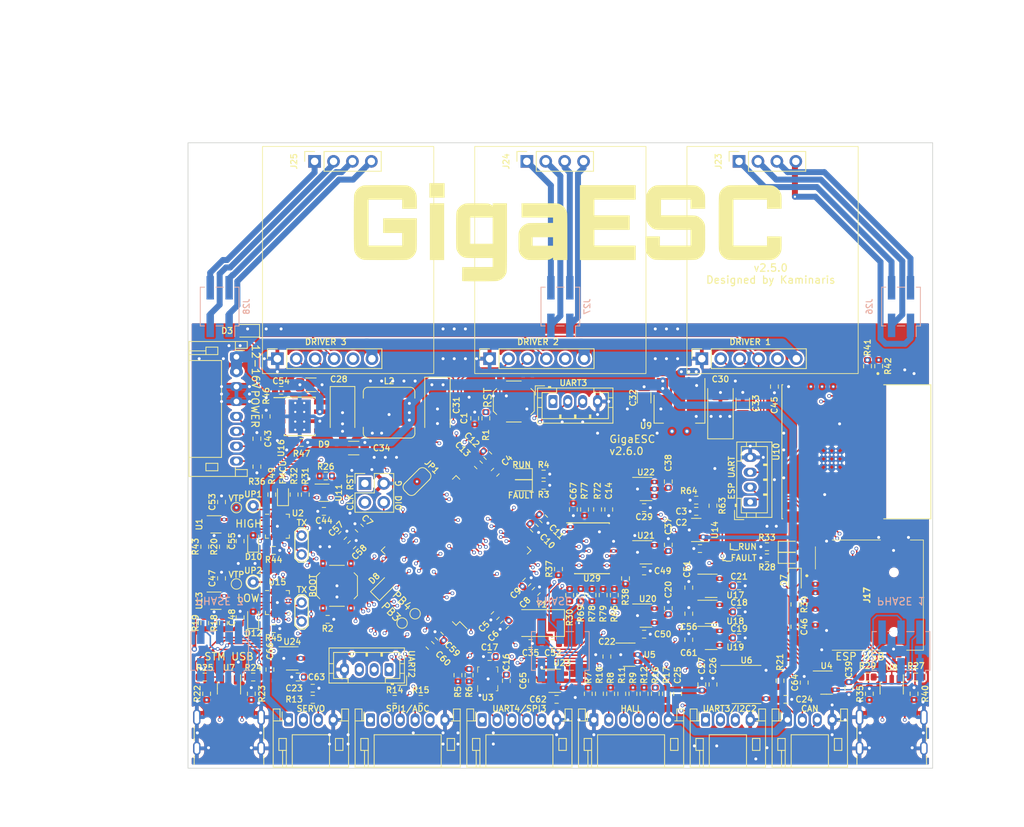
<source format=kicad_pcb>
(kicad_pcb (version 20221018) (generator pcbnew)
  (layers (0 "F.Cu" signal) (1 "In1.Cu" signal) (2 "In2.Cu" signal) (31 "B.Cu" signal) (34 "B.Paste" user) (35 "F.Paste" user) (36 "B.SilkS" user "B.Silkscreen") (37 "F.SilkS" user "F.Silkscreen") (38 "B.Mask" user) (39 "F.Mask" user) (44 "Edge.Cuts" user))
  (net 0 "")
  (net 1 "NRST")
  (net 2 "GND")
  (net 3 "Net-(U12-VCAP_1)")
  (net 4 "Net-(U12-VCAP_2)")
  (net 5 "+3.3V")
  (net 6 "Net-(U12-PH0)")
  (net 7 "+5V")
  (net 8 "+3.3REF")
  (net 9 "Net-(U22-NC)")
  (net 10 "Net-(U21-NC)")
  (net 11 "Net-(U20-NC)")
  (net 12 "SERVO")
  (net 13 "TEMPMOTOR")
  (net 14 "Net-(D1-K)")
  (net 15 "LED_RUN")
  (net 16 "Net-(D2-K)")
  (net 17 "LED_FAULT")
  (net 18 "+15V")
  (net 19 "Net-(J1-Pin_3)")
  (net 20 "IN_V")
  (net 21 "AUX_FAULT")
  (net 22 "ADC_EXT")
  (net 23 "AUX_ENABLE")
  (net 24 "CLEAR_HW_FAULT")
  (net 25 "POWER_STAGE_LOCKOUT")
  (net 26 "POWER_STAGE_DISABLE")
  (net 27 "SWCLK")
  (net 28 "TEMPMOTOR_IN")
  (net 29 "VSENSE1")
  (net 30 "VSENSE2")
  (net 31 "VSENSE3")
  (net 32 "L1")
  (net 33 "L2")
  (net 34 "L3")
  (net 35 "H1")
  (net 36 "H2")
  (net 37 "H3")
  (net 38 "MOSTEMP3")
  (net 39 "MOSTEMP2")
  (net 40 "MOSTEMP1")
  (net 41 "Net-(J8-Pin_2)")
  (net 42 "Net-(J8-Pin_3)")
  (net 43 "Net-(U7-VBUS)")
  (net 44 "Net-(J9-CC1)")
  (net 45 "Net-(J9-D+-PadA6)")
  (net 46 "Net-(J9-D--PadA7)")
  (net 48 "Net-(J9-CC2)")
  (net 50 "BOOT")
  (net 51 "IMU_SDA")
  (net 52 "IMU_SCL")
  (net 53 "HALL3")
  (net 54 "HALL3_IN")
  (net 55 "HALL2")
  (net 56 "HALL2_IN")
  (net 57 "HALL1")
  (net 58 "HALL1_IN")
  (net 59 "Net-(U5-COM)")
  (net 60 "Net-(R24-Pad1)")
  (net 61 "USBD+")
  (net 62 "Net-(R25-Pad1)")
  (net 63 "USBD-")
  (net 64 "Net-(U12-PH1)")
  (net 65 "ADC_EXT2")
  (net 66 "PHASE_FILTER_ENABLE")
  (net 67 "SPI1_NSS")
  (net 68 "SENSOR_VOLTAGE_SELECT")
  (net 69 "HALL_FILTER_ENABLE")
  (net 70 "Net-(U10-EN)")
  (net 71 "Net-(D5-K)")
  (net 78 "CURR3_FILTERED")
  (net 79 "CURR2_FILTERED")
  (net 80 "CURR1_FILTERED")
  (net 81 "/HardwareProtection/ComparatorLow/CMP1+")
  (net 82 "CURR1")
  (net 83 "/HardwareProtection/ComparatorHigh/CMP1-")
  (net 84 "/HardwareProtection/ComparatorHigh/LATCH_OUT")
  (net 85 "CURR2")
  (net 86 "CURR3")
  (net 87 "Net-(J23-Pin_1)")
  (net 88 "Net-(J23-Pin_2)")
  (net 89 "Net-(J23-Pin_3)")
  (net 90 "Net-(J23-Pin_4)")
  (net 91 "Net-(J24-Pin_1)")
  (net 92 "Net-(J24-Pin_2)")
  (net 93 "Net-(J24-Pin_3)")
  (net 94 "Net-(J24-Pin_4)")
  (net 95 "Net-(J25-Pin_1)")
  (net 96 "Net-(J25-Pin_2)")
  (net 97 "Net-(J25-Pin_3)")
  (net 98 "Net-(J25-Pin_4)")
  (net 99 "Net-(U12-PB3)")
  (net 100 "Net-(D12-K)")
  (net 101 "/HardwareProtection/ComparatorLow/LATCH_OUT")
  (net 102 "/HardwareProtection/ComparatorLow/AT_TX")
  (net 103 "/HardwareProtection/ComparatorLow/AT_RX")
  (net 104 "Net-(U12-PB4)")
  (net 105 "/HardwareProtection/ComparatorHigh/AT_TX")
  (net 106 "/HardwareProtection/ComparatorHigh/AT_RX")
  (net 107 "/HardwareProtection/ComparatorLow/ATTINY_SDA")
  (net 108 "/HardwareProtection/ComparatorLow/ATTINY_SCL")
  (net 109 "Net-(D3-A)")
  (net 110 "Net-(U17-NC)")
  (net 111 "ESP_RUN_LED")
  (net 112 "Net-(D6-K)")
  (net 113 "ESP_FAULT_LED")
  (net 114 "Net-(D7-K)")
  (net 115 "CAN_TX")
  (net 116 "SWDIO")
  (net 117 "SPI1_MOSI")
  (net 118 "Net-(U8-VBUS)")
  (net 119 "Net-(J13-CC1)")
  (net 120 "ESP_USB_D+")
  (net 121 "ESP_USB_D-")
  (net 123 "Net-(J13-CC2)")
  (net 125 "ESP_IO9")
  (net 126 "ESP_RX")
  (net 127 "ESP_TX")
  (net 129 "ESP_SD_CS")
  (net 130 "ESP_MOSI")
  (net 131 "ESP_SCK")
  (net 132 "ESP_MISO")
  (net 134 "Net-(U10-IO8)")
  (net 135 "CAN_RX")
  (net 136 "ESP_SD_DETECT")
  (net 137 "/HardwareProtection/ComparatorHigh/ATTINY_SDA")
  (net 138 "Net-(D10-K)")
  (net 139 "/HardwareProtection/ComparatorHigh/ATTINY_SCL")
  (net 140 "Net-(D11-K)")
  (net 141 "I2C2_SCL{slash}USART3_TX")
  (net 142 "I2C2_SDA{slash}USART3_RX")
  (net 146 "UART3_TX")
  (net 147 "UART3_RX")
  (net 148 "SPI3_NSS")
  (net 149 "SPI3_SCK")
  (net 150 "SPI3_MISO")
  (net 151 "SPI3_MOSI")
  (net 152 "USART2_TX")
  (net 153 "USART2_RX")
  (net 154 "CAN2_TX")
  (net 155 "CAN2_RX")
  (net 163 "Net-(J13-D--PadA7)")
  (net 165 "Net-(JP1-A)")
  (net 170 "Net-(U2-~{RESET}{slash}PA0)")
  (net 171 "Net-(U15-~{RESET}{slash}PA0)")
  (net 183 "Net-(JP1-B)")
  (net 185 "Net-(D9-K)")
  (net 186 "Net-(U16-BOOT)")
  (net 187 "Net-(U16-VSENSE)")
  (net 191 "Net-(J13-D+-PadA6)")
  (net 192 "Net-(R27-Pad1)")
  (net 193 "Net-(R29-Pad1)")
  (net 194 "Net-(U18-NC)")
  (net 195 "Net-(U19-NC)")
  (net 204 "Net-(U4-NC)")
  (net 205 "Net-(U23-NC)")
  (net 206 "Net-(U24-NC)")
  (net 207 "SH-1_IN")
  (net 208 "SH+1_IN")
  (net 209 "SH-2_IN")
  (net 210 "SH+2_IN")
  (net 211 "SH-3_IN")
  (net 212 "SH+3_IN")
  (net 213 "+1.65REF")
  (net 222 "CURR_FILTER_EN")
  (footprint "Resistor_SMD:R_0603_1608Metric" (layer "F.Cu") (at 108.5 115 -90)
    (fp_text reference "R22")
    (fp_text value "5.1k")
  )
  (footprint "Resistor_SMD:R_0603_1608Metric" (layer "F.Cu") (at 185.5 113.25 90)
    (fp_text reference "R21")
    (fp_text value "120")
  )
  (footprint "Diode_SMD:D_SOD-323" (layer "F.Cu") (at 114 66.25 180)
    (fp_text reference "D3")
    (fp_text value "1N5819WS")
  )
  (footprint "Connector_PinSocket_2.54mm:PinSocket_1x04_P2.54mm_Vertical" (layer "F.Cu") (at 180 43.5 90)
    (fp_text reference "J23")
    (fp_text value "Output")
  )
  (footprint "Package_SO:SOP-8_3.9x4.9mm_P1.27mm" (layer "F.Cu") (at 181 113.75)
    (fp_text reference "U6")
    (fp_text value "TJA1050T/CM,118")
  )
  (footprint "GigaVescLibs:Driver" (layer "F.Cu") (at 184.5 56.75)
    (fp_text reference "REF**" hide)
    (fp_text value "Driver" hide)
  )
  (footprint "Resistor_SMD:R_0603_1608Metric" (layer "F.Cu") (at 197.25 112.75 180)
    (fp_text reference "R29")
    (fp_text value "22")
  )
  (footprint "GigaVescLibs:C_0603_1608Metric_L" (layer "F.Cu") (at 162.25 110 -90)
    (fp_text reference "C22")
    (fp_text value "100n")
  )
  (footprint "TestPoint:TestPoint_Pad_D1.0mm" (layer "F.Cu") (at 134.75 105.5 90)
    (fp_text reference "TP1" hide)
    (fp_text value "TestPoint")
  )
  (footprint "Connector_JST:JST_PH_B4B-PH-K_1x04_P2.00mm_Vertical" (layer "F.Cu") (at 155 75.75)
    (fp_text reference "J22" hide)
    (fp_text value "UART3Conn")
  )
  (footprint "Resistor_SMD:R_0603_1608Metric" (layer "F.Cu") (at 162.75 115 -90)
    (fp_text reference "R8")
    (fp_text value "10k")
  )
  (footprint "Resistor_SMD:R_0603_1608Metric" (layer "F.Cu") (at 183.75 96.75 180)
    (fp_text reference "R28")
    (fp_text value "10k")
  )
  (footprint "Resistor_SMD:R_0603_1608Metric" (layer "F.Cu") (at 160.25 101.75 90)
    (fp_text reference "R78")
    (fp_text value "100k")
  )
  (footprint "Connector_PinSocket_2.54mm:PinSocket_1x04_P2.54mm_Vertical" (layer "F.Cu") (at 151.5 43.5 90)
    (fp_text reference "J24")
    (fp_text value "Output")
  )
  (footprint "Resistor_SMD:R_0603_1608Metric" (layer "F.Cu") (at 120.25 88.25 90)
    (fp_text reference "R32")
    (fp_text value "10k")
  )
  (footprint "GigaVescLibs:C_0603_1608Metric_L" (layer "F.Cu") (at 148.5 105.75 -135)
    (fp_text reference "C6")
    (fp_text value "100n")
  )
  (footprint "GigaVescLibs:C_0603_1608Metric_L" (layer "F.Cu") (at 180 104)
    (fp_text reference "C18")
    (fp_text value "100n")
  )
  (footprint "GigaVescLibs:C_0603_1608Metric_L" (layer "F.Cu") (at 144.5 78 90)
    (fp_text reference "C1")
    (fp_text value "100n")
  )
  (footprint "Connector_PinHeader_2.54mm:PinHeader_2x02_P2.54mm_Vertical" (layer "F.Cu") (at 129.75 86.75)
    (fp_text reference "J7" hide)
    (fp_text value "JTAG")
  )
  (footprint "Resistor_SMD:R_0603_1608Metric" (layer "F.Cu") (at 174.25 89 180)
    (fp_text reference "R64")
    (fp_text value "1k")
  )
  (footprint "GigaVescLibs:C_0603_1608Metric_L" (layer "F.Cu") (at 152.75 101.25 45)
    (fp_text reference "C8")
    (fp_text value "10n")
  )
  (footprint "GigaVescLibs:C_0603_1608Metric_L" (layer "F.Cu") (at 138.5 108.5 135)
    (fp_text reference "C60")
    (fp_text value "100n")
  )
  (footprint "TestPoint:TestPoint_Pad_D1.0mm" (layer "F.Cu") (at 136.5 104.25 90)
    (fp_text reference "TP2" hide)
    (fp_text value "TestPoint")
  )
  (footprint "Diode_SMD:D_SMA" (layer "F.Cu") (at 126.75 77.25 -90)
    (fp_text reference "D9")
    (fp_text value "SS34")
  )
  (footprint "Connector_JST:JST_PH_S6B-PH-K_1x06_P2.00mm_Horizontal" (layer "F.Cu") (at 145.5 118.5)
    (fp_text reference "J20" hide)
    (fp_text value "SPI1Conn")
  )
  (footprint "LED_SMD:LED_0603_1608Metric" (layer "F.Cu") (at 150.75 87 180)
    (fp_text reference "D1" hide)
    (fp_text value "L_RUN")
  )
  (footprint "Package_TO_SOT_SMD:SOT-23" (layer "F.Cu") (at 174.25 93 180)
    (fp_text reference "U14")
    (fp_text value "REF3033AIDBZR")
  )
  (footprint "Capacitor_SMD:C_1206_3216Metric" (layer "F.Cu") (at 180.5 76 90)
    (fp_text reference "C33")
    (fp_text value "22u 25V")
  )
  (footprint "GigaVescLibs:C_0603_1608Metric_L" (layer "F.Cu") (at 139.75 107.25 135)
    (fp_text reference "C59")
    (fp_text value "10n")
  )
  (footprint "GigaVescLibs:C_0603_1608Metric_L" (layer "F.Cu") (at 120.75 112.75 180)
    (fp_text reference "C63")
    (fp_text value "100n")
  )
  (footprint "TestPoint:TestPoint_2Pads_Pitch2.54mm_Drill0.8mm" (layer "F.Cu") (at 121.25 93.75 -90)
    (fp_text reference "J21" hide)
    (fp_text value "UARTDBG")
  )
  (footprint "Resistor_SMD:R_0603_1608Metric" (layer "F.Cu") (at 197.5 115 -90)
    (fp_text reference "R35")
    (fp_text value "5.1k")
  )
  (footprint "GigaVescLibs:C_0603_1608Metric_L" (layer "F.Cu") (at 162.5 90.25 -90)
    (fp_text reference "C14")
    (fp_text value "1u")
  )
  (footprint "GigaVescLibs:C_0603_1608Metric_L" (layer "F.Cu") (at 129 92.75 135)
    (fp_text reference "C7")
    (fp_text value "1u")
  )
  (footprint "LED_SMD:LED_0603_1608Metric" (layer "F.Cu") (at 118.75 88.25 90)
    (fp_text reference "D11" hide)
    (fp_text value "L_FAULT")
  )
  (footprint "Resistor_SMD:R_0603_1608Metric" (layer "F.Cu") (at 167.25 115 90)
    (fp_text reference "R12")
    (fp_text value "10k")
  )
  (footprint "GigaVescLibs:C_0603_1608Metric_L" (layer "F.Cu") (at 145 84.25 -45)
    (fp_text reference "C13")
    (fp_text value "100n")
  )
  (footprint "Resistor_SMD:R_0603_1608Metric" (layer "F.Cu") (at 116.5 77.75 90)
    (fp_text reference "R46")
    (fp_text value "3.3k")
  )
  (footprint "Resistor_SMD:R_0603_1608Metric" (layer "F.Cu") (at 158.75 101.75 90)
    (fp_text reference "R69")
    (fp_text value "100k")
  )
  (footprint "Resistor_SMD:R_0603_1608Metric" (layer "F.Cu") (at 133.75 115.75)
    (fp_text reference "R14")
    (fp_text value "10k")
  )
  (footprint "Resistor_SMD:R_0603_1608Metric" (layer "F.Cu") (at 152 108.25 180)
    (fp_text reference "C35")
    (fp_text value "20p")
  )
  (footprint "GigaVescLibs:logo" (layer "F.Cu") (at 157 53)
    (fp_text reference "G***" hide)
    (fp_text value "LOGO" hide)
  )
  (footprint "Resistor_SMD:R_0603_1608Metric" (layer "F.Cu") (at 203.5 115 -90)
    (fp_text reference "R40")
    (fp_text value "5.1k")
  )
  (footprint "GigaVescLibs:C_0603_1608Metric_L" (layer "F.Cu") (at 124.25 90.5 180)
    (fp_text reference "C44")
    (fp_text value "100n")
  )
  (footprint "Button_Switch_SMD:SW_Push_1P1T_XKB_TS-1187A" (layer "F.Cu") (at 149.75 75.75 90)
    (fp_text reference "SW3" hide)
    (fp_text value "RST")
  )
  (footprint "Package_TO_SOT_SMD:SOT-223-3_TabPin2" (layer "F.Cu") (at 172 76.75 -90)
    (fp_text reference "U9")
    (fp_text value "AMS1117-3.3")
  )
  (footprint "GigaVescLibs:C_0603_1608Metric_L" (layer "F.Cu") (at 180 107.5)
    (fp_text reference "C19")
    (fp_text value "100n")
  )
  (footprint "Crystal:Crystal_SMD_5032-2Pin_5.0x3.2mm" (layer "F.Cu") (at 153.5 105.5 180)
    (fp_text reference "Y1")
    (fp_text value "X50328MSB2GI")
  )
  (footprint "Resistor_SMD:R_0603_1608Metric" (layer "F.Cu") (at 159.25 90.25 90)
    (fp_text reference "R77")
    (fp_text value "100k")
  )
  (footprint "GigaVescLibs:C_0603_1608Metric_L" (layer "F.Cu") (at 188.75 113.5 -90)
    (fp_text reference "C64")
    (fp_text value "100n")
  )
  (footprint "GigaVescLibs:C_0603_1608Metric_L" (layer "F.Cu") (at 167.25 107)
    (fp_text reference "C50")
    (fp_text value "15n")
  )
  (footprint "Connector_USB:USB_C_Receptacle_GCT_USB4105-xx-A_16P_TopMnt_Horizontal" (layer "F.Cu") (at 200.5 121.25)
    (fp_text reference "J13" hide)
    (fp_text value "USBC Socket")
  )
  (footprint "Resistor_SMD:R_0603_1608Metric" (layer "F.Cu") (at 157.25 101.75 90)
    (fp_text reference "R30")
    (fp_text value "1k")
  )
  (footprint "GigaVescLibs:C_0603_1608Metric_L" (layer "F.Cu") (at 152.25 113.25 -90)
    (fp_text reference "C65")
    (fp_text value "100n")
  )
  (footprint "GigaVescLibs:C_0603_1608Metric_L" (layer "F.Cu") (at 115.25 80.75 90)
    (fp_text reference "C43")
    (fp_text value "1n")
  )
  (footprint "Capacitor_SMD:C_1206_3216Metric" (layer "F.Cu") (at 167.25 75.25 -90)
    (fp_text reference "C32")
    (fp_text value "22u 25V")
  )
  (footprint "Connector_JST:JST_PH_S6B-PH-K_1x06_P2.00mm_Horizontal" (layer "F.Cu") (at 130.5 118.5)
    (fp_text reference "J11" hide)
    (fp_text value "SPI1Conn")
  )
  (footprint "Capacitor_Tantalum_SMD:CP_EIA-6032-28_Kemet-C" (layer "F.Cu") (at 177.5 77 90)
    (fp_text reference "C30")
    (fp_text value "100uF 10V Tant")
  )
  (footprint "Capacitor_SMD:C_1206_3216Metric" (layer "F.Cu") (at 122.5 73.5)
    (fp_text reference "C28")
    (fp_text value "22u 25V")
  )
  (footprint "Package_LGA:Bosch_LGA-14_3x2.5mm_P0.5mm" (layer "F.Cu") (at 146.25 113 90)
    (fp_text reference "U3")
    (fp_text value "LSM6DS3TR-C")
  )
  (footprint "GigaVescLibs:C_0603_1608Metric_L" (layer "F.Cu") (at 171.75 115 -90)
    (fp_text reference "C25")
    (fp_text value "1n")
  )
  (footprint "GigaVescLibs:C_0603_1608Metric_L" (layer "F.Cu") (at 170.5 86.5 90)
    (fp_text reference "C38")
    (fp_text value "100n")
  )
  (footprint "GigaVescLibs:C_0603_1608Metric_L" (layer "F.Cu") (at 146.25 83 -45)
    (fp_text reference "C12")
    (fp_text value "10n")
  )
  (footprint "LED_SMD:LED_0603_1608Metric" (layer "F.Cu") (at 186.75 95.25)
    (fp_text reference "D5" hide)
    (fp_text value "L_RUN")
  )
  (footprint "TestPoint:TestPoint_THTPad_D1.5mm_Drill0.7mm" (layer "F.Cu") (at 114.75 89.75)
    (fp_text reference "TP5" hide)
    (fp_text value "UPDI")
  )
  (footprint "Resistor_SMD:R_0603_1608Metric" (layer "F.Cu") (at 161 90.25 90)
    (fp_text reference "R72")
    (fp_text value "100k")
  )
  (footprint "Resistor_SMD:R_0603_1608Metric" (layer "F.Cu") (at 121.75 88.25 90)
    (fp_text reference "R31")
    (fp_text value "10k")
  )
  (footprint "GigaVescLibs:C_0603_1608Metric_L" (layer "F.Cu") (at 184.75 73.75 -90)
    (fp_text reference "C45")
    (fp_text value "100n")
  )
  (footprint "GigaVescLibs:C_0603_1608Metric_L" (layer "F.Cu") (at 153.75 91.5 -45)
    (fp_text reference "C11")
    (fp_text value "100n")
  )
  (footprint "TestPoint:TestPoint_2Pads_Pitch2.54mm_Drill0.8mm" (layer "F.Cu") (at 121.25 102.75 -90)
    (fp_text reference "J4" hide)
    (fp_text value "UARTDBG")
  )
  (footprint "GigaVescLibs:C_0603_1608Metric_L" (layer "F.Cu") (at 152.5 92.75 -45)
    (fp_text reference "C10")
    (fp_text value "10n")
  )
  (footprint "GigaVescLibs:C_0603_1608Metric_L" (layer "F.Cu") (at 167.25 90 180)
    (fp_text reference "C29")
    (fp_text value "15n")
  )
  (footprint "Package_TO_SOT_SMD:SOT-23-6" (layer "F.Cu") (at 176.25 104)
    (fp_text reference "U18")
    (fp_text value "RS2057XH")
  )
  (footprint "Resistor_SMD:R_0603_1608Metric" (layer "F.Cu") (at 110.75 95.25 90)
    (fp_text reference "R20")
    (fp_text value "4.7k")
  )
  (footprint "Connector_JST:JST_PH_B4B-PH-K_1x04_P2.00mm_Vertical" (layer "F.Cu") (at 181.5 89.25 90)
    (fp_text reference "J15" hide)
    (fp_text value "ESPUartConn")
  )
  (footprint "GigaVescLibs:C_0603_1608Metric_L" (layer "F.Cu") (at 174.75 95.5 180)
    (fp_text reference "C2")
    (fp_text value "1u")
  )
  (footprint "Resistor_SMD:R_0603_1608Metric" (layer "F.Cu") (at 124.75 105)
    (fp_text reference "R2")
    (fp_text value "3.3k")
  )
  (footprint "GigaVescLibs:C_0603_1608Metric_L" (layer "F.Cu") (at 151.5 100 45)
    (fp_text reference "C9")
    (fp_text value "100n")
  )
  (footprint "Connector_PinSocket_2.54mm:PinSocket_1x06_P2.54mm_Vertical" (layer "F.Cu") (at 146.5 70 90)
    (fp_text reference "J14" hide)
    (fp_text value "Input")
  )
  (footprint "Resistor_SMD:R_0603_1608Metric" (layer "F.Cu") (at 117.5 106.25)
    (fp_text reference "R45")
    (fp_text value "10k")
  )
  (footprint "Resistor_SMD:R_0603_1608Metric" (layer "F.Cu") (at 161.25 115 90)
    (fp_text reference "R10")
    (fp_text value "10k")
  )
  (footprint "GigaVescLibs:Driver" (layer "F.Cu") (at 156 56.75)
    (fp_text reference "REF**" hide)
    (fp_text value "Driver" hide)
  )
  (footprint "GigaVescLibs:C_0603_1608Metric_L" (layer "F.Cu") (at 110.5 99.5 90)
    (fp_text reference "C47")
    (fp_text value "1u")
  )
  (footprint "Package_SO:TI_SO-PowerPAD-8_ThermalVias" (layer "F.Cu") (at 121 77.75)
    (fp_text reference "U16")
    (fp_text value "TPS5430DDAR")
  )
  (footprint "GigaVescLibs:C_0603_1608Metric_L" (layer "F.Cu") (at 118.5 74.25 180)
    (fp_text reference "C54")
    (fp_text value "10n")
  )
  (footprint "Connector_PinSocket_2.54mm:PinSocket_1x06_P2.54mm_Vertical" (layer "F.Cu") (at 118 70 90)
    (fp_text reference "J16" hide)
    (fp_text value "Input")
  )
  (footprint "GigaVescLibs:C_0603_1608Metric_L" (layer "F.Cu") (at 170.5 103.5 90)
    (fp_text reference "C20")
    (fp_text value "100n")
  )
  (footprint "Package_TO_SOT_SMD:SOT-23-6" (layer "F.Cu") (at 200.5 114.25 -90)
    (fp_text reference "U8")
    (fp_text value "\nUSBLC6-2SC6")
  )
  (footprint "Resistor_SMD:R_0603_1608Metric" (layer "F.Cu") (at 124.5 85.75 180)
    (fp_text reference "R26")
    (fp_text value "10k")
  )
  (footprint "Resistor_SMD:R_0603_1608Metric" (layer "F.Cu") (at 117.5 95.75)
    (fp_text reference "R44")
    (fp_text value "10k")
  )
  (footprint "Resistor_SMD:R_0603_1608Metric" (layer "F.Cu") (at 108.25 112.75 180)
    (fp_text reference "R25")
    (fp_text value "22")
  )
  (footprint "GigaVescLibs:TF01A" (layer "F.Cu") (at 197.5 101.75 90)
    (fp_text reference "J17")
    (fp_text value "MicroSD" hide)
  )
  (footprint "Resistor_SMD:R_0603_1608Metric" (layer "F.Cu") (at 142.25 112.5 -90)
    (fp_text reference "R5")
    (fp_text value "4.7k")
  )
  (footprint "Connector_JST:JST_PH_S8B-PH-K_1x08_P2.00mm_Horizontal" (layer "F.Cu") (at 112.5 69.75 -90)
    (fp_text reference "J2" hide)
    (fp_text value "AuxConn")
  )
  (footprint "Package_DFN_QFN:VQFN-20-1EP_3x3mm_P0.4mm_EP1.7x1.7mm" (layer "F.Cu") (at 118 92.5)
    (fp_text reference "U2")
    (fp_text value "ATTINY1616-MNR")
  )
  (footprint "Connector_JST:JST_PH_S4B-PH-K_1x04_P2.00mm_Horizontal" (layer "F.Cu") (at 175.5 118.5)
    (fp_text reference "J6" hide)
    (fp_text value "UARTConn")
  )
  (footprint "Package_TO_SOT_SMD:SOT-23-6" (layer "F.Cu") (at 167.5 96)
    (fp_text reference "U21")
    (fp_text value "RS2057XH")
  )
  (footprint "Resistor_SMD:R_0603_1608Metric" (layer "F.Cu") (at 164.25 115 90)
    (fp_text reference "R11")
    (fp_text value "10k")
  )
  (footprint "Resistor_SMD:R_0603_1608Metric" (layer "F.Cu") (at 114.75 112.75)
    (fp_text reference "R24")
    (fp_text value "22")
  )
  (footprint "Package_QFP:LQFP-100_14x14mm_P0.5mm" (layer "F.Cu") (at 142 95.75 135)
    (fp_text reference "U12" hide)
    (fp_text value "STM32F407VGT6")
  )
  (footprint "Resistor_SMD:R_0603_1608Metric" (layer "F.Cu") (at 155 108.25 180)
    (fp_text reference "C52")
    (fp_text value "20p")
  )
  (footprint "Resistor_SMD:R_0603_1608Metric" (layer "F.Cu") (at 168.75 115 90)
    (fp_text reference "R16")
    (fp_text value "10k")
  )
  (footprint "GigaVescLibs:C_0603_1608Metric_L" (layer "F.Cu") (at 147.25 104.5 -135)
    (fp_text reference "C5")
    (fp_text value "10n")
  )
  (footprint "Connector_PinSocket_2.54mm:PinSocket_1x04_P2.54mm_Vertical" (layer "F.Cu") (at 123 43.5 90)
    (fp_text reference "J25")
    (fp_text value "Output")
  )
  (footprint "Resistor_SMD:R_0603_1608Metric" (layer "F.Cu") (at 198.75 71 90)
    (fp_text reference "R42")
    (fp_text value "10k")
  )
  (footprint "TestPoint:TestPoint_THTPad_D1.5mm_Drill0.7mm" (layer "F.Cu") (at 114.75 100)
    (fp_text reference "TP6" hide)
    (fp_text value "UPDI")
  )
  (footprint "Resistor_SMD:R_0603_1608Metric" (layer "F.Cu") (at 153.75 85.5)
    (fp_text reference "R4")
    (fp_text value "10k")
  )
  (footprint "Capacitor_Tantalum_SMD:CP_EIA-6032-28_Kemet-C" (layer "F.Cu") (at 139.5 76.25 -90)
    (fp_text reference "C31")
    (fp_text value "100uF 10V Tant")
  )
  (footprint "GigaVescLibs:C_0603_1608Metric_L" (layer "F.Cu") (at 175 113.75 90)
    (fp_text reference "C27")
    (fp_text value "2.2u")
  )
  (footprint "GigaVescLibs:C_0603_1608Metric_L" (layer "F.Cu") (at 173.25 107.75 -90)
    (fp_text reference "C61")
    (fp_text value "1n")
  )
  (footprint "GigaVescLibs:MODULE_ESP32-C3-WROOM-02-H4" (layer "F.Cu") (at 195.75 82.5 -90)
    (fp_text reference "U10")
    (fp_text value "ESP32-C3-WROOM-02-N4")
  )
  (footprint "LED_SMD:LED_0603_1608Metric" (layer "F.Cu") (at 114.75 94.5 90)
    (fp_text reference "D10")
    (fp_text value "L_FAULT")
  )
  (footprint "Button_Switch_SMD:SW_Push_1P1T_XKB_TS-1187A" (layer "F.Cu") (at 126 100.5 -90)
    (fp_text reference "SW1" hide)
    (fp_text value "BOOT")
  )
  (footprint "GigaVescLibs:C_0603_1608Metric_L" (layer "F.Cu") (at 128 95 45)
    (fp_text reference "C58")
    (fp_text value "100n")
  )
  (footprint "GigaVescLibs:C_0603_1608Metric_L" (layer "F.Cu") (at 146.5 110 180)
    (fp_text reference "C17")
    (fp_text value "100n")
  )
  (footprint "Package_TO_SOT_SMD:Texas_R-PDSO-G6" (layer "F.Cu") (at 109.75 92.25)
    (fp_text reference "U1")
    (fp_text value "TPL0401B-10DCKR")
  )
  (footprint "Resistor_SMD:R_0603_1608Metric" (layer "F.Cu") (at 153.75 87)
    (fp_text reference "R3")
    (fp_text value "10k")
  )
  (footprint "Connector_USB:USB_C_Receptacle_GCT_USB4105-xx-A_16P_TopMnt_Horizontal" (layer "F.Cu") (at 111.5 121.25)
    (fp_text reference "J9" hide)
    (fp_text value "USBC Socket")
  )
  (footprint "GigaVescLibs:C_0603_1608Metric_L" (layer "F.Cu") (at 194.75 114.25 -90)
    (fp_text reference "C39")
    (fp_text value "100n")
  )
  (footprint "Package_TO_SOT_SMD:SOT-23-6" (layer "F.Cu") (at 155.25 113.25)
    (fp_text reference "U23")
    (fp_text value "RS2057XH")
  )
  (footprint "GigaVescLibs:Driver" (layer "F.Cu") (at 127.5 56.75)
    (fp_text reference "REF**" hide)
    (fp_text value "Driver" hide)
  )
  (footprint "GigaVescLibs:C_0603_1608Metric_L" (layer "F.Cu") (at 173.25 104.25 -90)
    (fp_text reference "C56")
    (fp_text value "1n")
  )
  (footprint "GigaVescLibs:C_0603_1608Metric_L" (layer "F.Cu") (at 167.25 98.5)
    (fp_text reference "C49")
    (fp_text value "15n")
  )
  (footprint "Package_TO_SOT_SMD:SOT-23-6" (layer "F.Cu") (at 191.75 113.5)
    (fp_text reference "U4")
    (fp_text value "RS2057XH")
  )
  (footprint "GigaVescLibs:C_0603_1608Metric_L" (layer "F.Cu") (at 170.5 95 90)
    (fp_text reference "C37")
    (fp_text value "100n")
  )
  (footprint "Resistor_SMD:R_0603_1608Metric" (layer "F.Cu") (at 122.75 115.75 180)
    (fp_text reference "R13")
    (fp_text value "220")
  )
  (footprint "Package_TO_SOT_SMD:SOT-23-6" (layer "F.Cu") (at 165.25 109.75)
    (fp_text reference "U5")
    (fp_text value "RS2057XH")
  )
  (footprint "GigaVescLibs:C_0603_1608Metric_L" (layer "F.Cu") (at 113 94.5 90)
    (fp_text reference "C55")
    (fp_text value "1u")
  )
  (footprint "GigaVescLibs:C_0603_1608Metric_L" (layer "F.Cu") (at 126.75 93.75 45)
    (fp_text reference "C57")
    (fp_text value "10n")
  )
  (footprint "Resistor_SMD:R_0603_1608Metric" (layer "F.Cu") (at 203.75 112.75)
    (fp_text reference "R27")
    (fp_text value "22")
  )
  (footprint "LED_SMD:LED_0603_1608Metric" (layer "F.Cu") (at 114.75 104.75 90)
    (fp_text reference "D12")
    (fp_text value "L_FAULT")
  )
  (footprint "GigaVescLibs:C_0603_1608Metric_L" (layer "F.Cu") (at 157.75 90.25 -90)
    (fp_text reference "C67")
    (fp_text value "100n")
  )
  (footprint "Diode_SMD:D_SOD-323" (layer "F.Cu") (at 187.5 99.75 -90)
    (fp_text reference "D7")
    (fp_text value "1N5819WS")
  )
  (footprint "GigaVescLibs:C_0603_1608Metric_L" (layer "F.Cu") (at 117 111.75 90)
    (fp_text reference "C66")
    (fp_text value "100n")
  )
  (footprint "GigaVescLibs:C_0603_1608Metric_L" (layer "F.Cu") (at 148.75 113.25 -90)
    (fp_text reference "C16")
    (fp_text value "100n")
  )
  (footprint "Connector_PinSocket_2.54mm:PinSocket_1x06_P2.54mm_Vertical" (layer "F.Cu") (at 175 70 90)
    (fp_text reference "J3" hide)
    (fp_text value "Input")
  )
  (footprint "Resistor_SMD:R_0603_1608Metric" (layer "F.Cu") (at 108.25 95.25 90)
    (fp_text reference "R43")
    (fp_text value "4.7k")
  )
  (footprint "GigaVescLibs:C_0603_1608Metric_L" (layer "F.Cu") (at 155.5 115.75 180)
    (fp_text reference "C62")
    (fp_text value "100n")
  )
  (footprint "TestPoint:TestPoint_Pad_D1.0mm" (layer "F.Cu") (at 112.5 90)
    (fp_text reference "TP3" hide)
    (fp_text value "VTP")
  )
  (footprint "LED_SMD:LED_0603_1608Metric" (layer "F.Cu") (at 186.75 96.75)
    (fp_text reference "D6" hide)
    (fp_text value "L_FAULT")
  )
  (footprint "Resistor_SMD:R_0603_1608Metric" (layer "F.Cu") (at 155.75 98.25 90)
    (fp_text reference "R37")
    (fp_text value "1k")
  )
  (footprint "Resistor_SMD:R_0603_1608Metric" (layer "F.Cu") (at 110.75 105.5 90)
    (fp_text reference "R18")
    (fp_text value "4.7k")
  )
  (footprint "Resistor_SMD:R_0603_1608Metric" (layer "F.Cu") (at 108.25 105.5 90)
    (fp_text reference "R19")
    (fp_text value "4.7k")
  )
  (footprint "Jumper:SolderJumper-3_P1.3mm_Bridged2Bar12_RoundedPad1.0x1.5mm_NumberLabels" (layer "F.Cu") (at 136.75 86.5 -135)
    (fp_text reference "JP1")
    (fp_text value "ServoSelector")
  )
  (footprint "GigaVescLibs:C_0603_1608Metric_L" (layer "F.Cu") (at 110.5 89.25 90)
    (fp_text reference "C53")
    (fp_text value "1u")
  )
  (footprint "GigaVescLibs:C_0603_1608Metric_L" (layer "F.Cu") (at 147.25 85.25 45)
    (fp_text reference "C4")
    (fp_text value "1u")
  )
  (footprint "Connector_JST:JST_PH_S4B-PH-K_1x04_P2.00mm_Horizontal" (layer "F.Cu") (at 119.5 118.5)
    (fp_text reference "J1" hide)
    (fp_text value "ServoConn")
  )
  (footprint "Package_TO_SOT_SMD:SOT-23-6" (layer "F.Cu") (at 176.25 100.5)
    (fp_text reference "U17")
    (fp_text value "RS2057XH")
  )
  (footprint "Resistor_SMD:R_0603_1608Metric" (layer "F.Cu") (at 121.25 81.25)
    (fp_text reference "R47")
    (fp_text value "10k")
  )
  (footprint "GigaVescLibs:C_0603_1608Metric_L" (layer "F.Cu") (at 173.25 100.75 -90)
    (fp_text reference "C51")
    (fp_text value "1n")
  )
  (footprint "Resistor_SMD:R_0603_1608Metric" (layer "F.Cu") (at 163.25 101.75 -90)
    (fp_text reference "R66")
    (fp_text value "100k")
  )
  (footprint "GigaVescLibs:C_0603_1608Metric_L" (layer "F.Cu") (at 113 104.75 90)
    (fp_text reference "C48")
    (fp_text value "1u")
  )
  (footprint "Package_TO_SOT_SMD:SOT-23-6" (layer "F.Cu") (at 176.25 107.5)
    (fp_text reference "U19")
    (fp_text value "RS2057XH")
  )
  (footprint "Connector_JST:JST_PH_B4B-PH-K_1x04_P2.00mm_Vertical" (layer "F.Cu") (at 133 111.75 180)
    (fp_text reference "J12" hide)
    (fp_text value "UART2Conn")
  )
  (footprint "Package_TO_SOT_SMD:Texas_R-PDSO-G6" (layer "F.Cu") (at 109.75 102.5)
    (fp_text reference "U13")
    (fp_text value "TPL0401B-10DCKR")
  )
  (footprint "GigaVescLibs:C_0603_1608Metric_L" (layer "F.Cu") (at 122.75 114.25)
    (fp_text reference "C23")
    (fp_text value "100n")
  )
  (footprint "GigaVescLibs:C_0603_1608Metric_L" (layer "F.Cu") (at 174.25 90.5 180)
    (fp_text reference "C3")
    (fp_text value "1u")
  )
  (footprint "GigaVescLibs:C_0603_1608Metric_L" (layer "F.Cu") (at 187.5 106 -90)
    (fp_text reference "C46")
    (fp_text value "100n")
  )
  (footprint "Resistor_SMD:R_0603_1608Metric" (layer "F.Cu") (at 137.25 115.75)
    (fp_text reference "R15")
    (fp_text value "10k")
  )
  (footprint "Diode_SMD:D_SOD-323" (layer "F.Cu") (at 132.25 100.75 45)
    (fp_text reference "D8")
    (fp_text value "1N5819WS")
  )
  (footprint "Resistor_SMD:R_0603_1608Metric" (layer "F.Cu") (at 115.25 84.5 -90)
    (fp_text reference "R36")
    (fp_text value "10k")
  )
  (footprint "GigaVescLibs:C_0603_1608Metric_L" (layer "F.Cu") (at 180 100.5)
    (fp_text reference "C21")
    (fp_text value "100n")
  )
  (footprint "Connector_JST:JST_PH_S6B-PH-K_1x06_P2.00mm_Horizontal" (layer "F.Cu") (at 160.5 118.5)
    (fp_text reference "J5" hide)
    (fp_text value "HallConn")
  )
  (footprint "Resistor_SMD:R_0603_1608Metric" (layer "F.Cu") (at 187.5 103 90)
    (fp_text reference "R34")
    (fp_text value "10k")
  )
  (footprint "Resistor_SMD:R_0603_1608Metric" (layer "F.Cu") (at 143.75 112.5 -90)
    (fp_text reference "R6")
    (fp_text value "4.7k")
  )
  (footprint "Inductor_SMD:L_Bourns_SRP7028A_7.3x6.6mm" (layer "F.Cu") (at 133 77.25)
    (fp_text reference "L2")
    (fp_text value "15uH")
  )
  (footprint "Resistor_SMD:R_0603_1608Metric" (layer "F.Cu") (at 197.25 71 90)
    (fp_text reference "R41")
    (fp_text value "10k")
  )
  (footprint "Resistor_SMD:R_0603_1608Metric" (layer "F.Cu") (at 183.75 95.25 180)
    (fp_text reference "R33")
    (fp_text value "10k")
  )
  (footprint "Connector_JST:JST_PH_S4B-PH-K_1x04_P2.00mm_Horizontal" (layer "F.Cu") (at 186.5 118.5)
    (fp_text reference "J8" hide)
    (fp_text value "CANConn")
  )
  (footprint "Resistor_SMD:R_0603_1608Metric" (layer "F.Cu") (at 117.25 88.25 90)
    (fp_text reference "R49")
    (fp_text value "10k")
  )
  (footprint "Package_TO_SOT_SMD:SOT-23-6" (layer "F.Cu") (at 167.5 87.5)
    (fp_text reference "U22")
    (fp_text value "RS2057XH")
  )
  (footprint "GigaVescLibs:C_0603_1608Metric_L" (layer "F.Cu") (at 176.5 113.75 90)
    (fp_text reference "C26")
    (fp_text value "100n")
  )
  (footprint "Package_TO_SOT_SMD:SOT-23-6" (layer "F.Cu") (at 167.5 104.5)
    (fp_text reference "U20")
    (fp_text value "RS2057XH")
  )
  (footprint "Package_SO:SSOP-20_4.4x6.5mm_P0.65mm" (layer "F.Cu") (at 160.25 95.5)
    (fp_text reference "U29")
    (fp_text value "INA4181A1IPWR")
  )
  (footprint "Resistor_SMD:R_0603_1608Metric" (layer "F.Cu") (at 146 78 -90)
    (fp_text reference "R1")
    (fp_text value "10k")
  )
  (footprint "Resistor_SMD:R_0603_1608Metric" (layer "F.Cu") (at 164.75 99.5 90)
    (fp_text reference "R38")
    (fp_text value "1k")
  )
  (footprint "Package_DFN_QFN:VQFN-20-1EP_3x3mm_P0.4mm_EP1.7x1.7mm" (layer "F.Cu") (at 118 102.75)
    (fp_text reference "U15")
    (fp_text value "ATTINY1616-MNR")
  )
  (footprint "Package_TO_SOT_SMD:SOT-23-6" (layer "F.Cu") (at 111.5 114.25 -90)
    (fp_text reference "U7")
    (fp_text value "\nUSBLC6-2SC6")
  )
  (footprint "LED_SMD:LED_0603_1608Metric" (layer "F.Cu") (at 150.75 85.5 180)
    (fp_text reference "D2" hide)
    (fp_text value "L_FAULT")
  )
  (footprint "Capacitor_SMD:C_1206_3216Metric" (layer "F.Cu") (at 128.25 82 180)
    (fp_text reference "C34")
    (fp_text value "22u 25V")
  )
  (footprint "GigaVescLibs:C_0603_1608Metric_L" (layer "F.Cu") (at 186.25 115.75)
    (fp_text reference "C24")
    (fp_text value "100n")
  )
  (footprint "Resistor_SMD:R_0603_1608Metric" (layer "F.Cu") (at 165.75 115 -90)
    (fp_text reference "R9")
    (fp_text value "10k")
  )
  (footprint "TestPoint:TestPoint_Pad_D1.0mm" (layer "F.Cu") (at 112.5 100.25)
    (fp_text reference "TP4" hide)
    (fp_text value "VTP")
  )
  (footprint "Package_TO_SOT_SMD:SOT-23-6" (layer "F.Cu") (at 120 110.25)
    (fp_text reference "U24")
    (fp_text value "RS2057XH")
  )
  (footprint "Resistor_SMD:R_0603_1608Metric" (layer "F.Cu") (at 170.25 115 90)
    (fp_text reference "R17")
    (fp_text value "10k")
  )
  (footprint "Resistor_SMD:R_0603_1608Metric" (layer "F.Cu") (at 159.75 115 -90)
    (fp_text reference "R7")
    (fp_text value "10k")
  )
  (footprint "Resistor_SMD:R_0603_1608Metric" (layer "F.Cu") (at 161.75 101.75 -90)
    (fp_text reference "R79")
    (fp_text value "100k")
  )
  (footprint "Resistor_SMD:R_0603_1608Metric" (layer "F.Cu") (at 176.5 89.75 90)
    (fp_text reference "R63")
    (fp_text value "1k")
  )
  (footprint "Package_TO_SOT_SMD:SOT-363_SC-70-6" (layer "F.Cu") (at 124.25 88)
    (fp_text reference "U11")
    (fp_text value "SN74LVC1G332DCKR")
  )
  (footprint "Resistor_SMD:R_0603_1608Metric" (layer "F.Cu") (at 114.5 115 -90)
    (fp_text reference "R23")
    (fp_text value "5.1k")
  )
  (footprint "Connector_PinHeader_2.54mm:PinHeader_2x03_P2.54mm_Vertical_SMD" (layer "B.Cu") (at 201.75 109.25 90)
    (fp_text reference "J10" hide)
    (fp_text value "PhaseConn1")
  )
  (footprint "Connector_PinHeader_2.54mm:PinHeader_2x03_P2.54mm_Vertical_SMD" (layer "B.Cu") (at 156 109.25 90)
    (fp_text reference "J18" hide)
    (fp_text value "PhaseConn1")
  )
  (footprint "Connector_PinHeader_2.54mm:PinHeader_2x02_P2.54mm_Vertical_SMD" (layer "B.Cu") (at 201.75 63 90)
    (fp_text reference "J26")
    (fp_text value "OutputDown")
  )
  (footprint "Connector_PinHeader_2.54mm:PinHeader_2x02_P2.54mm_Vertical_SMD" (layer "B.Cu") (at 156 63 90)
    (fp_text reference "J27")
    (fp_text value "OutputDown")
  )
  (footprint "Connector_PinHeader_2.54mm:PinHeader_2x03_P2.54mm_Vertical_SMD" (layer "B.Cu") (at 110.25 109.25 90)
    (fp_text reference "J19" hide)
    (fp_text value "PhaseConn1")
  )
  (footprint "Connector_PinHeader_2.54mm:PinHeader_2x02_P2.54mm_Vertical_SMD" (layer "B.Cu") (at 110.25 63 90)
    (fp_text reference "J28")
    (fp_text value "OutputDown")
  )
  (gr_rect (start 106 41) (end 206 125) (stroke (width 0.1)) (fill none) (layer "Edge.Cuts"))
  (gr_text "TX" (at 120.5 101.5) (layer "F.SilkS") (effects (font (size 0.8 0.8)) (justify left bottom)))
  (gr_text "LOW" (at 112.5 102.75) (layer "F.SilkS") (effects (font (size 1 1)) (justify left bottom)))
  (gr_text "HIGH" (at 112.25 92.75) (layer "F.SilkS") (effects (font (size 1 1)) (justify left bottom)))
  (gr_text "CLK" (at 128.25 90.5 90) (layer "F.SilkS") (effects (font (size 0.8 0.8)) (justify left bottom)))
  (gr_text "DIO" (at 133.75 88.25 -90) (layer "F.SilkS") (effects (font (size 0.8 0.8)) (justify left bottom)))
  (gr_text "GigaESC\nv2.6.0" (at 162.5 83) (layer "F.SilkS") (effects (font (size 1 1)) (justify left bottom)))
  (gr_text "v2.5.0\nDesigned by Kaminaris" (at 184.25 60) (layer "F.SilkS") (effects (font (size 1 1)) (justify bottom)))
  (gr_text "G" (at 134.75 87.25 90) (layer "F.SilkS") (effects (font (size 0.8 0.8)) (justify left bottom)))
  (gr_text "RST" (at 128.25 87.75 90) (layer "F.SilkS") (effects (font (size 0.8 0.8)) (justify left bottom)))
  (gr_text "12-16V" (at 114.5 68 -90) (layer "F.SilkS") (effects (font (size 1 1)) (justify left bottom)))
  (gr_text "TX" (at 120.5 92.5) (layer "F.SilkS") (effects (font (size 0.8 0.8)) (justify left bottom)))
  (segment (start 147.193467 100.23636) (end 147.780598 100.823491) (width 0.2) (layer "F.Cu") (net 1))
  (segment (start 139 98.611444) (end 140.624916 100.23636) (width 0.2) (layer "F.Cu") (net 1))
  (segment (start 146.075 78.75) (end 146 78.825) (width 0.2) (layer "F.Cu") (net 1))
  (segment (start 146 78.825) (end 144.5 78.825) (width 0.2) (layer "F.Cu") (net 1))
  (segment (start 147.875 78.75) (end 147.875 72.75) (width 0.2) (layer "F.Cu") (net 1))
  (segment (start 147.875 78.75) (end 146.075 78.75) (width 0.2) (layer "F.Cu") (net 1))
  (segment (start 140.624916 100.23636) (end 147.193467 100.23636) (width 0.2) (layer "F.Cu") (net 1))
  (via (at 139 98.611444) (size 0.5) (drill 0.3) (layers "F.Cu" "B.Cu") (net 1))
  (via (at 144.5 78.825) (size 0.5) (drill 0.3) (layers "F.Cu" "B.Cu") (net 1))
  (segment (start 177.365 113.115) (end 178.375 113.115) (width 0.5) (layer "F.Cu") (net 2))
  (segment (start 132.683868 94.183868) (end 132.683868 94.212043) (width 0.2) (layer "F.Cu") (net 2))
  (segment (start 113 103.25) (end 113 103.925) (width 0.2) (layer "F.Cu") (net 2))
  (segment (start 146.3 113) (end 147.2625 113) (width 0.2) (layer "F.Cu") (net 2))
  (segment (start 112.5 74.75) (end 114.25 74.75) (width 1) (layer "F.Cu") (net 2))
  (segment (start 131.184314 93.5) (end 132 93.5) (width 0.2) (layer "F.Cu") (net 2))
  (segment (start 189.45 109.09) (end 187.5 107.14) (width 0.5) (layer "F.Cu") (net 2))
  (segment (start 132.29 86.75) (end 131 88.04) (width 0.5) (layer "F.Cu") (net 2))
  (segment (start 203.625 112.267893) (end 203.625 114.05) (width 0.2) (layer "F.Cu") (net 2))
  (segment (start 175 112.925) (end 176.5 112.925) (width 0.5) (layer "F.Cu") (net 2))
  (segment (start 176.5 112.925) (end 177.175 112.925) (width 0.5) (layer "F.Cu") (net 2))
  (segment (start 123.925 88) (end 123.975 87.95) (width 0.3) (layer "F.Cu") (net 2))
  (segment (start 112.5 75.75) (end 112.5 74.75) (width 1) (layer "F.Cu") (net 2))
  (segment (start 124 72.25) (end 125.25 72.25) (width 0.3) (layer "F.Cu") (net 2))
  (segment (start 175.1125 104) (end 173.825 104) (width 0.5) (layer "F.Cu") (net 2))
  (segment (start 114.373528 111.875) (end 112.875 111.875) (width 0.4) (layer "F.Cu") (net 2))
  (segment (start 109.5 102.6) (end 109.5 104) (width 0.3) (layer "F.Cu") (net 2))
  (segment (start 111.75 110.75) (end 112.75 110.75) (width 0.4) (layer "F.Cu") (net 2))
  (segment (start 108.275 112.226472) (end 108.626472 111.875) (width 0.4) (layer "F.Cu") (net 2))
  (segment (start 203.332107 111.975) (end 203.625 112.267893) (width 0.2) (layer "F.Cu") (net 2))
  (segment (start 108.5 114.175) (end 108.275 113.95) (width 0.4) (layer "F.Cu") (net 2))
  (segment (start 114.7 117.57) (end 115.245 117.57) (width 0.5) (layer "F.Cu") (net 2))
  (segment (start 126.75 79.25) (end 126.75 79.75) (width 0.5) (layer "F.Cu") (net 2))
  (segment (start 145.5 114.9) (end 145.2 115.2) (width 0.2) (layer "F.Cu") (net 2))
  (segment (start 197.5 114.175) (end 197.5 114.2995) (width 0.2) (layer "F.Cu") (net 2))
  (segment (start 114.725 113.95) (end 114.725 112.226472) (width 0.4) (layer "F.Cu") (net 2))
  (segment (start 203.625 114.05) (end 203.5 114.175) (width 0.2) (layer "F.Cu") (net 2))
  (segment (start 146.5 70) (end 146.5 68.25) (width 0.5) (layer "F.Cu") (net 2))
  (segment (start 107.755 117.57) (end 107.18 118.145) (width 0.5) (layer "F.Cu") (net 2))
  (segment (start 153.083363 93.333363) (end 152.194812 93.333363) (width 0.2) (layer "F.Cu") (net 2))
  (segment (start 123.975 73.5) (end 123.975 72.275) (width 0.3) (layer "F.Cu") (net 2))
  (segment (start 203.7 117.019239) (end 204.425 116.294239) (width 0.5) (layer "F.Cu") (net 2))
  (segment (start 145.5 114.2625) (end 145.5 114.9) (width 0.2) (layer "F.Cu") (net 2))
  (segment (start 137.916637 107.916637) (end 139.166637 106.666637) (width 0.5) (layer "F.Cu") (net 2))
  (segment (start 173.925 95.5) (end 173.75 95.325) (width 0.5) (layer "F.Cu") (net 2))
  (segment (start 110.5 88.425) (end 109.6 89.325) (width 0.4) (layer "F.Cu") (net 2))
  (segment (start 163.15 92.575) (end 161.925 92.575) (width 0.3) (layer "F.Cu") (net 2))
  (segment (start 152.083363 99.533011) (end 153.201 100.650648) (width 0.5) (layer "F.Cu") (net 2))
  (segment (start 116.5 75) (end 116.5 75.25) (width 0.5) (layer "F.Cu") (net 2))
  (segment (start 146.666637 105.083363) (end 146.953516 104.796484) (width 0.2) (layer "F.Cu") (net 2))
  (segment (start 152.194812 93.333363) (end 151.316132 94.212043) (width 0.2) (layer "F.Cu") (net 2))
  (segment (start 109.5 92.25) (end 108.65 92.25) (width 0.4) (layer "F.Cu") (net 2))
  (segment (start 117.175 112.75) (end 119.925 112.75) (width 0.2) (layer "F.Cu") (net 2))
  (segment (start 182.925 95.25) (end 182.925 96.75) (width 0.5) (layer "F.Cu") (net 2))
  (segment (start 146.953516 102.824837) (end 146.366384 102.237705) (width 0.2) (layer "F.Cu") (net 2))
  (segment (start 146.8 112.5) (end 146.3 113) (width 0.2) (layer "F.Cu") (net 2))
  (segment (start 146.666637 105.083363) (end 147.916637 106.333363) (width 0.5) (layer "F.Cu") (net 2))
  (segment (start 152.083363 99.416637) (end 151.75 99.75) (width 0.2) (layer "F.Cu") (net 2))
  (segment (start 130.267677 94.416637) (end 131.184314 93.5) (width 0.2) (layer "F.Cu") (net 2))
  (segment (start 108.3 117.57) (end 108.3 117.05) (width 0.5) (layer "F.Cu") (net 2))
  (segment (start 154.575 87) (end 154.575 85.5) (width 0.5) (layer "F.Cu") (net 2))
  (segment (start 114.5 114.175) (end 114.725 113.95) (width 0.4) (layer "F.Cu") (net 2))
  (segment (start 175.1125 100.5) (end 173.825 100.5) (width 0.5) (layer "F.Cu") (net 2))
  (segment (start 113.5 92.5) (end 116.55 92.5) (width 0.2) (layer "F.Cu") (net 2))
  (segment (start 166 93.75) (end 164.988604 93.75) (width 0.3) (layer "F.Cu") (net 2))
  (segment (start 173.75 95.325) (end 173.75 94.5) (width 0.5) (layer "F.Cu") (net 2))
  (segment (start 128.333363 92.166637) (end 127.333363 93.166637) (width 0.5) (layer "F.Cu") (net 2))
  (segment (start 125.885 78.385) (end 126.25 78.75) (width 0.5) (layer "F.Cu") (net 2))
  (segment (start 197.375 112.267893) (end 197.667893 111.975) (width 0.2) (layer "F.Cu") (net 2))
  (segment (start 126.775 82) (end 126.775 78.775) (width 1) (layer "F.Cu") (net 2))
  (segment (start 154.1125 113.25) (end 153.075 113.25) (width 0.5) (layer "F.Cu") (net 2))
  (segment (start 204.7 116.1) (end 204.425 116.2) (width 0.5) (layer "F.Cu") (net 2))
  (segment (start 114.25 73.75) (end 112.5 73.75) (width 1) (layer "F.Cu") (net 2))
  (segment (start 189.575 113.5) (end 190.6125 113.5) (width 0.5) (layer "F.Cu") (net 2))
  (segment (start 122.838114 86.725) (end 122.25 86.136886) (width 0.3) (layer "F.Cu") (net 2))
  (segment (start 203.7 117.57) (end 204.245 117.57) (width 0.5) (layer "F.Cu") (net 2))
  (segment (start 116.55 102.75) (end 118 102.75) (width 0.2) (layer "F.Cu") (net 2))
  (segment (start 108.65 102.5) (end 107.75 102.5) (width 0.3) (layer "F.Cu") (net 2))
  (segment (start 123.975 86.725) (end 122.838114 86.725) (width 0.3) (layer "F.Cu") (net 2))
  (segment (start 123.975 87.95) (end 123.975 86.725) (width 0.3) (layer "F.Cu") (net 2))
  (segment (start 164.988604 93.75) (end 163.813604 92.575) (width 0.3) (layer "F.Cu") (net 2))
  (segment (start 162.25 110.825) (end 161.175 109.75) (width 0.5) (layer "F.Cu") (net 2))
  (segment (start 122.5 72.25) (end 124 72.25) (width 0.3) (layer "F.Cu") (net 2))
  (segment (start 113.5 102.75) (end 113 103.25) (width 0.2) (layer "F.Cu") (net 2))
  (segment (start 126.25 78.75) (end 126.75 78.75) (width 0.5) (layer "F.Cu") (net 2))
  (segment (start 123.7 78.385) (end 121.665 78.385) (width 0.5) (layer "F.Cu") (net 2))
  (segment (start 115.25 79.925) (end 115.25 79.651472) (width 0.5) (layer "F.Cu") (net 2))
  (segment (start 117 112.575) (end 117.175 112.75) (width 0.2) (layer "F.Cu") (net 2))
  (segment (start 112.878234 93.121766) (end 113.5 92.5) (width 0.2) (layer "F.Cu") (net 2))
  (segment (start 109.5 92.35) (end 109.5 93.75) (width 0.3) (layer "F.Cu") (net 2))
  (segment (start 109.6 92.15) (end 109.5 92.25) (width 0.4) (layer "F.Cu") (net 2))
  (segment (start 190.91 109.09) (end 189.45 109.09) (width 0.5) (layer "F.Cu") (net 2))
  (segment (start 109.4 102.5) (end 109.5 102.6) (width 0.3) (layer "F.Cu") (net 2))
  (segment (start 121.665 78.385) (end 121.6 78.45) (width 0.5) (layer "F.Cu") (net 2))
  (segment (start 128.416637 92.166637) (end 128.333363 92.166637) (width 0.5) (layer "F.Cu") (net 2))
  (segment (start 147.833363 84.666637) (end 147.833363 84.583363) (width 0.5) (layer "F.Cu") (net 2))
  (segment (start 114.5 78.901472) (end 114.5 77.25) (width 0.5) (layer "F.Cu") (net 2))
  (segment (start 147.2625 112.5) (end 146.8 112.5) (width 0.2) (layer "F.Cu") (net 2))
  (segment (start 177.175 112.925) (end 177.365 113.115) (width 0.5) (layer "F.Cu") (net 2))
  (segment (start 188.75 112.675) (end 189.575 113.5) (width 0.5) (layer "F.Cu") (net 2))
  (segment (start 197.667893 111.975) (end 200.5 111.975) (width 0.2) (layer "F.Cu") (net 2))
  (segment (start 116.55 102.75) (end 113.5 102.75) (width 0.2) (layer "F.Cu") (net 2))
  (segment (start 113.175 93.75) (end 113 93.575) (width 0.2) (layer "F.Cu") (net 2))
  (segment (start 126.775 78.775) (end 126.75 78.75) (width 1) (layer "F.Cu") (net 2))
  (segment (start 116.5 75.25) (end 116.5 76.925) (width 0.5) (layer "F.Cu") (net 2))
  (segment (start 132.29 86.49) (end 130.690734 84.890734) (width 0.5) (layer "F.Cu") (net 2))
  (segment (start 108.626472 111.875) (end 112.875 111.875) (width 0.4) (layer "F.Cu") (net 2))
  (segment (start 146.953516 104.796484) (end 146.953516 102.824837) (width 0.2) (layer "F.Cu") (net 2))
  (segment (start 114.725 112.226472) (end 114.373528 111.875) (width 0.4) (layer "F.Cu") (net 2))
  (segment (start 115.245 117.57) (end 115.82 118.145) (width 0.5) (layer "F.Cu") (net 2))
  (segment (start 173.75 94.5) (end 173.3125 94.0625) (width 0.5) (layer "F.Cu") (net 2))
  (segment (start 128.583363 94.416637) (end 127.333363 93.166637) (width 0.5) (layer "F.Cu") (net 2))
  (segment (start 173.825 104) (end 173.25 103.425) (width 0.5) (layer "F.Cu") (net 2))
  (segment (start 132 93.5) (end 132.683868 94.183868) (width 0.2) (layer "F.Cu") (net 2))
  (segment (start 151.75 99.75) (end 150.949747 99.75) (width 0.2) (layer "F.Cu") (net 2))
  (segment (start 112.878234 93.796766) (end 113 93.675) (width 0.2) (layer "F.Cu") (net 2))
  (segment (start 203.7 117.57) (end 203.7 117.019239) (width 0.5) (layer "F.Cu") (net 2))
  (segment (start 123.7 78.385) (end 125.885 78.385) (width 0.5) (layer "F.Cu") (net 2))
  (segment (start 152.083363 99.416637) (end 152.083363 99.533011) (width 0.5) (layer "F.Cu") (net 2))
  (segment (start 146.5 70) (end 144.75 70) (width 0.5) (layer "F.Cu") (net 2))
  (segment (start 161.175 109.75) (end 160.75 109.75) (width 0.5) (layer "F.Cu") (net 2))
  (segment (start 111.5 111) (end 111.75 110.75) (width 0.4) (layer "F.Cu") (net 2))
  (segment (start 197.375 114.1745) (end 197.375 112.267893) (width 0.2) (layer "F.Cu") (net 2))
  (segment (start 126.75 79.75) (end 126.75 79.25) (width 0.5) (layer "F.Cu") (net 2))
  (segment (start 173.825 107.5) (end 175.1125 107.5) (width 0.5) (layer "F.Cu") (net 2))
  (segment (start 122.75 73.5) (end 122.5 73.25) (width 0.3) (layer "F.Cu") (net 2))
  (segment (start 196.755 117.57) (end 196.18 118.145) (width 0.5) (layer "F.Cu") (net 2))
  (segment (start 108.3 117.57) (end 107.755 117.57) (width 0.5) (layer "F.Cu") (net 2))
  (segment (start 112.5 73.75) (end 110.5 73.75) (width 1) (layer "F.Cu") (net 2))
  (segment (start 111.5 113.1125) (end 111.5 111) (width 0.4) (layer "F.Cu") (net 2))
  (segment (start 109.5 102.457106) (end 109.457106 102.5) (width 0.4) (layer "F.Cu") (net 2))
  (segment (start 109.457106 102.5) (end 108.65 102.5) (width 0.4) (layer "F.Cu") (net 2))
  (segment (start 112.5 75.75) (end 110.5 75.75) (width 1) (layer "F.Cu") (net 2))
  (segment (start 115.25 79.651472) (end 114.5 78.901472) (width 0.5) (layer "F.Cu") (net 2))
  (segment (start 132.29 86.75) (end 132.29 86.49) (width 0.5) (layer "F.Cu") (net 2))
  (segment (start 108.65 102.5) (end 109.4 102.5) (width 0.3) (layer "F.Cu") (net 2))
  (segment (start 108.3 117.05) (end 107.25 116) (width 0.5) (layer "F.Cu") (net 2))
  (segment (start 150.949747 99.75) (end 149.901918 98.702171) (width 0.2) (layer "F.Cu") (net 2))
  (segment (start 112.5 74.75) (end 110.5 74.75) (width 1) (layer "F.Cu") (net 2))
  (segment (start 153.075 113.25) (end 152.25 112.425) (width 0.5) (layer "F.Cu") (net 2))
  (segment (start 116.55 92.5) (end 118 92.5) (width 0.2) (layer "F.Cu") (net 2))
  (segment (start 124 73.5) (end 122.75 73.5) (width 0.3) (layer "F.Cu") (net 2))
  (segment (start 109.6 89.325) (end 109.6 92.15) (width 0.4) (layer "F.Cu") (net 2))
  (segment (start 126.75 78.75) (end 126.75 79.25) (width 0.5) (layer "F.Cu") (net 2))
  (segment (start 108.65 92.25) (end 109.4 92.25) (width 0.3) (layer "F.Cu") (net 2))
  (segment (start 109.4 92.25) (end 109.5 92.35) (width 0.3) (layer "F.Cu") (net 2))
  (segment (start 145.583363 84.833363) (end 146.833363 83.583363) (width 0.5) (layer "F.Cu") (net 2))
  (segment (start 197.5 114.2995) (end 197.375 114.1745) (width 0.2) (layer "F.Cu") (net 2))
  (segment (start 139.166637 106.361538) (end 140.462043 105.066132) (width 0.2) (layer "F.Cu") (net 2))
  (segment (start 128.583363 94.416637) (end 130.267677 94.416637) (width 0.2) (layer "F.Cu") (net 2))
  (segment (start 204.245 117.57) (end 204.82 118.145) (width 0.5) (layer "F.Cu") (net 2))
  (segment (start 200.5 113.1125) (end 200.5 111.975) (width 0.2) (layer "F.Cu") (net 2))
  (segment (start 154.175 108.25) (end 152.25 108.25) (width 0.5) (layer "F.Cu") (net 2))
  (segment (start 109.5 99.675) (end 109.5 102.457106) (width 0.4) (layer "F.Cu") (net 2))
  (segment (start 112.5 74.75) (end 112.5 73.75) (width 1) (layer "F.Cu") (net 2))
  (segment (start 122.5 73.25) (end 122.5 72.25) (width 0.3) (layer "F.Cu") (net 2))
  (segment (start 161.925 92.575) (end 161.25 93.25) (width 0.3) (layer "F.Cu") (net 2))
  (segment (start 197.3 117.57) (end 196.755 117.57) (width 0.5) (layer "F.Cu") (net 2))
  (segment (start 200.5 111.975) (end 203.332107 111.975) (width 0.2) (layer "F.Cu") (net 2))
  (segment (start 112.878234 93.796766) (end 112.878234 93.121766) (width 0.2) (layer "F.Cu") (net 2))
  (segment (start 123.3 88) (end 123.925 88) (width 0.3) (layer "F.Cu") (net 2))
  (segment (start 114.7 117.05) (end 115.5 116.25) (width 0.5) (layer "F.Cu") (net 2))
  (segment (start 112.5 75.75) (end 114.25 75.75) (width 1) (layer "F.Cu") (net 2))
  (segment (start 187.5 107.14) (end 187.5 106.825) (width 0.5) (layer "F.Cu") (net 2))
  (segment (start 152.25 108.25) (end 152.825 108.25) (width 0.5) (layer "F.Cu") (net 2))
  (segment (start 173.25 106.925) (end 173.825 107.5) (width 0.5) (layer "F.Cu") (net 2))
  (segment (start 173.825 100.5) (end 173.25 99.925) (width 0.5) (layer "F.Cu") (net 2))
  (segment (start 164.1125 109.75) (end 163.325 109.75) (width 0.5) (layer "F.Cu") (net 2))
  (segment (start 204.425 116.294239) (end 204.7 116.1) (width 0.5) (layer "F.Cu") (net 2))
  (segment (start 123.975 72.275) (end 124 72.25) (width 0.3) (layer "F.Cu") (net 2))
  (segment (start 108.275 113.95) (end 108.275 112.226472) (width 0.4) (layer "F.Cu") (net 2))
  (segment (start 147.833363 84.583363) (end 146.833363 83.583363) (width 0.5) (layer "F.Cu") (net 2))
  (segment (start 110.5 98.675) (end 109.5 99.675) (width 0.4) (layer "F.Cu") (net 2))
  (segment (start 152.083363 99.416637) (end 151.894023 99.605977) (width 0.2) (layer "F.Cu") (net 2))
  (segment (start 163.813604 92.575) (end 163.15 92.575) (width 0.3) (layer "F.Cu") (net 2))
  (segment (start 173.3125 94.0625) (end 173.3125 93) (width 0.5) (layer "F.Cu") (net 2))
  (segment (start 114.7 117.57) (end 114.7 117.05) (width 0.5) (layer "F.Cu") (net 2))
  (segment (start 139.166637 106.666637) (end 139.166637 106.361538) (width 0.2) (layer "F.Cu") (net 2))
  (segment (start 163.325 109.75) (end 162.25 110.825) (width 0.5) (layer "F.Cu") (net 2))
  (segment (start 182.925 95.25) (end 182.75 95.25) (width 0.5) (layer "F.Cu") (net 2))
  (via (at 183.25 83.25) (size 0.7) (drill 0.4) (layers "F.Cu" "B.Cu") (net 2))
  (via (at 152.083363 99.416637) (size 0.7) (drill 0.4) (layers "F.Cu" "B.Cu") (net 2))
  (via (at 159 78.5) (size 0.7) (drill 0.4) (layers "F.Cu" "B.Cu") (net 2))
  (via (at 185 92.5) (size 0.7) (drill 0.4) (layers "F.Cu" "B.Cu") (net 2))
  (via (at 182.25 123.75) (size 0.7) (drill 0.4) (layers "F.Cu" "B.Cu") (net 2))
  (via (at 126 102) (size 0.7) (drill 0.4) (layers "F.Cu" "B.Cu") (net 2))
  (via (at 162.5 75.75) (size 0.7) (drill 0.4) (layers "F.Cu" "B.Cu") (net 2))
  (via (at 133 77.5) (size 0.7) (drill 0.4) (layers "F.Cu" "B.Cu") (net 2))
  (via (at 151.5 76.75) (size 0.7) (drill 0.4) (layers "F.Cu" "B.Cu") (net 2))
  (via (at 182.925 95.25) (size 0.7) (drill 0.4) (layers "F.Cu" "B.Cu") (net 2))
  (via (at 203.25 122.25) (size 0.7) (drill 0.4) (layers "F.Cu" "B.Cu") (net 2))
  (via (at 170.5 102.675) (size 0.7) (drill 0.4) (layers "F.Cu" "B.Cu") (net 2))
  (via (at 136.5 73) (size 0.7) (drill 0.4) (layers "F.Cu" "B.Cu") (net 2))
  (via (at 107.5 70) (size 0.7) (drill 0.4) (layers "F.Cu" "B.Cu") (net 2))
  (via (at 116.5 66) (size 0.7) (drill 0.4) (layers "F.Cu" "B.Cu") (net 2))
  (via (at 114.5 122.25) (size 0.7) (drill 0.4) (layers "F.Cu" "B.Cu") (net 2))
  (via (at 108.75 122.25) (size 0.7) (drill 0.4) (layers "F.Cu" "B.Cu") (net 2))
  (via (at 191.1 109.09) (size 0.7) (drill 0.4) (layers "F.Cu" "B.Cu") (net 2))
  (via (at 113 68.25) (size 0.7) (drill 0.4) (layers "F.Cu" "B.Cu") (net 2))
  (via (at 127.5 120.5) (size 0.7) (drill 0.4) (layers "F.Cu" "B.Cu") (net 2))
  (via (at 110.5 74.75) (size 0.7) (drill 0.4) (layers "F.Cu" "B.Cu") (net 2))
  (via (at 184.75 86.25) (size 0.7) (drill 0.4) (layers "F.Cu" "B.Cu") (net 2))
  (via (at 184.75 74.575) (size 0.7) (drill 0.4) (layers "F.Cu" "B.Cu") (net 2))
  (via (at 183.75 92.5) (size 0.7) (drill 0.4) (layers "F.Cu" "B.Cu") (net 2))
  (via (at 132 80) (size 0.7) (drill 0.4) (layers "F.Cu" "B.Cu") (net 2))
  (via (at 136.25 120.25) (size 0.7) (drill 0.4) (layers "F.Cu" "B.Cu") (net 2))
  (via (at 204.7 116.1) (size 0.7) (drill 0.4) (layers "F.Cu" "B.Cu") (net 2))
  (via (at 197.5 122.25) (size 0.7) (drill 0.4) (layers "F.Cu" "B.Cu") (net 2))
  (via (at 145.675 110) (size 0.7) (drill 0.4) (layers "F.Cu" "B.Cu") (net 2))
  (via (at 160.75 109.75) (size 0.7) (drill 0.4) (layers "F.Cu" "B.Cu") (net 2))
  (via (at 125 95.25) (size 0.7) (drill 0.4) (layers "F.Cu" "B.Cu") (net 2))
  (via (at 140.25 66) (size 0.7) (drill 0.4) (layers "F.Cu" "B.Cu") (net 2))
  (via (at 153.201 100.650648) (size 0.7) (drill 0.4) (layers "F.Cu" "B.Cu") (net 2))
  (via (at 115.25 79.925) (size 0.7) (drill 0.4) (layers "F.Cu" "B.Cu") (net 2))
  (via (at 173.925 95.5) (size 0.7) (drill 0.4) (layers "F.Cu" "B.Cu") (net 2))
  (via (at 139.5 78.7125) (size 0.7) (drill 0.4) (layers "F.Cu" "B.Cu") (net 2))
  (via (at 180.5 74.525) (size 0.7) (drill 0.4) (layers "F.Cu" "B.Cu") (net 2))
  (via (at 170.5 94.175) (size 0.7) (drill 0.4) (layers "F.Cu" "B.Cu") (net 2))
  (via (at 171.75 66) (size 0.7) (drill 0.4) (layers "F.Cu" "B.Cu") (net 2))
  (via (at 123.575 114.25) (size 0.7) (drill 0.4) (layers "F.Cu" "B.Cu") (net 2))
  (via (at 118 92.5) (size 0.7) (drill 0.4) (layers "F.Cu" "B.Cu") (net 2))
  (via (at 176.25 77.75) (size 0.7) (drill 0.4) (layers "F.Cu" "B.Cu") (net 2))
  (via (at 132.5 83.25) (size 0.7) (drill 0.4) (layers "F.Cu" "B.Cu") (net 2))
  (via (at 168.75 70) (size 0.7) (drill 0.4) (layers "F.Cu" "B.Cu") (net 2))
  (via (at 110.5 75.75) (size 0.7) (drill 0.4) (layers "F.Cu" "B.Cu") (net 2))
  (via (at 163.15 94.525) (size 0.7) (drill 0.4) (layers "F.Cu" "B.Cu") (net 2))
  (via (at 111.5 68.25) (size 0.7) (drill 0.4) (layers "F.Cu" "B.Cu") (net 2))
  (via (at 107.25 116) (size 0.7) (drill 0.4) (layers "F.Cu" "B.Cu") (net 2))
  (via (at 186 80) (size 0.7) (drill 0.4) (layers "F.Cu" "B.Cu") (net 2))
  (via (at 174.25 77.75) (size 0.7) (drill 0.4) (layers "F.Cu" "B.Cu") (net 2))
  (via (at 187.075 115.75) (size 0.7) (drill 0.4) (layers "F.Cu" "B.Cu") (net 2))
  (via (at 126.75 79.75) (size 0.7) (drill 0.4) (layers "F.Cu" "B.Cu") (net 2))
  (via (at 180.825 104) (size 0.7) (drill 0.4) (layers "F.Cu" "B.Cu") (net 2))
  (via (at 169 80) (size 0.7) (drill 0.4) (layers "F.Cu" "B.Cu") (net 2))
  (via (at 191.5 88.25) (size 0.7) (drill 0.4) (layers "F.Cu" "B.Cu") (net 2))
  (via (at 157.75 91.075) (size 0.7) (drill 0.4) (layers "F.Cu" "B.Cu") (net 2))
  (via (at 161.25 93.25) (size 0.7) (drill 0.4) (layers "F.Cu" "B.Cu") (net 2))
  (via (at 170.25 66) (size 0.7) (drill 0.4) (layers "F.Cu" "B.Cu") (net 2))
  (via (at 128 85) (size 0.7) (drill 0.4) (layers "F.Cu" "B.Cu") (net 2))
  (via (at 118.5 66) (size 0.7) (drill 0.4) (layers "F.Cu" "B.Cu") (net 2))
  (via (at 144.5 77.175) (size 0.7) (drill 0.4) (layers "F.Cu" "B.Cu") (net 2))
  (via (at 173.425 90.5) (size 0.7) (drill 0.4) (layers "F.Cu" "B.Cu") (net 2))
  (via (at 158 115.5) (size 0.7) (drill 0.4) (layers "F.Cu" "B.Cu") (net 2))
  (via (at 154.575 87) (size 0.7) (drill 0.4) (layers "F.Cu" "B.Cu") (net 2))
  (via (at 181.5 81.75) (size 0.7) (drill 0.4) (layers "F.Cu" "B.Cu") (net 2))
  (via (at 178.75 77.75) (size 0.7) (drill 0.4) (layers "F.Cu" "B.Cu") (net 2))
  (via (at 127.5 121.75) (size 0.7) (drill 0.4) (layers "F.Cu" "B.Cu") (net 2))
  (via (at 118 102.75) (size 0.7) (drill 0.4) (layers "F.Cu" "B.Cu") (net 2))
  (via (at 148.75 75) (size 0.7) (drill 0.4) (layers "F.Cu" "B.Cu") (net 2))
  (via (at 194.25 118.5) (size 0.7) (drill 0.4) (layers "F.Cu" "B.Cu") (net 2))
  (via (at 112.75 97.5) (size 0.7) (drill 0.4) (layers "F.Cu" "B.Cu") (net 2))
  (via (at 198.75 94) (size 0.7) (drill 0.4) (layers "F.Cu" "B.Cu") (net 2))
  (via (at 177.5 74.5375) (size 0.7) (drill 0.4) (layers "F.Cu" "B.Cu") (net 2))
  (via (at 200.75 95.75) (size 0.7) (drill 0.4) (layers "F.Cu" "B.Cu") (net 2))
  (via (at 130.5 73) (size 0.7) (drill 0.4) (layers "F.Cu" "B.Cu") (net 2))
  (via (at 127.75 90.75) (size 0.7) (drill 0.4) (layers "F.Cu" "B.Cu") (net 2))
  (via (at 204.75 120.25) (size 0.7) (drill 0.4) (layers "F.Cu" "B.Cu") (net 2))
  (via (at 186.65 73.75) (size 0.7) (drill 0.4) (layers "F.Cu" "B.Cu") (net 2))
  (via (at 118.8625 110.25) (size 0.7) (drill 0.4) (layers "F.Cu" "B.Cu") (net 2))
  (via (at 154.575 85.5) (size 0.7) (drill 0.4) (layers "F.Cu" "B.Cu") (net 2))
  (via (at 131 83.25) (size 0.7) (drill 0.4) (layers "F.Cu" "B.Cu") (net 2))
  (via (at 194.75 115.0995) (size 0.7) (drill 0.4) (layers "F.Cu" "B.Cu") (net 2))
  (via (at 147 121.75) (size 0.7) (drill 0.4) (layers "F.Cu" "B.Cu") (net 2))
  (via (at 113 103.925) (size 0.7) (drill 0.4) (layers "F.Cu" "B.Cu") (net 2))
  (via (at 140.25 121.75) (size 0.7) (drill 0.4) (layers "F.Cu" "B.Cu") (net 2))
  (via (at 142.25 121.75) (size 0.7) (drill 0.4) (layers "F.Cu" "B.Cu") (net 2))
  (via (at 114.25 73.75) (size 0.7) (drill 0.4) (layers "F.Cu" "B.Cu") (net 2))
  (via (at 162.5 91.075) (size 0.7) (drill 0.4) (layers "F.Cu" "B.Cu") (net 2))
  (via (at 125 121.75) (size 0.7) (drill 0.4) (layers "F.Cu" "B.Cu") (net 2))
  (via (at 166.3625 104.5) (size 0.7) (drill 0.4) (layers "F.Cu" "B.Cu") (net 2))
  (via (at 152.25 108.25) (size 0.7) (drill 0.4) (layers "F.Cu" "B.Cu") (net 2))
  (via (at 176.75 84.75) (size 0.7) (drill 0.4) (layers "F.Cu" "B.Cu") (net 2))
  (via (at 114.25 75.75) (size 0.7) (drill 0.4) (layers "F.Cu" "B.Cu") (net 2))
  (via (at 141.75 66) (size 0.7) (drill 0.4) (layers "F.Cu" "B.Cu") (net 2))
  (via (at 135 73) (size 0.7) (drill 0.4) (layers "F.Cu" "B.Cu") (net 2))
  (via (at 147.916637 106.333363) (size 0.7) (drill 0.4) (layers "F.Cu" "B.Cu") (net 2))
  (via (at 167.25 78.25) (size 0.7) (drill 0.4) (layers "F.Cu" "B.Cu") (net 2))
  (via (at 166.3625 87.5) (size 0.7) (drill 0.4) (layers "F.Cu" "B.Cu") (net 2))
  (via (at 139.166637 106.666637) (size 0.7) (drill 0.4) (layers "F.Cu" "B.Cu") (net 2))
  (via (at 173.25 103.425) (size 0.7) (drill 0.4) (layers "F.Cu" "B.Cu") (net 2))
  (via (at 147 120.25) (size 0.7) (drill 0.4) (layers "F.Cu" "B.Cu") (net 2))
  (via (at 156.25 78.5) (size 0.7) (drill 0.4) (layers "F.Cu" "B.Cu") (net 2))
  (via (at 116.5 75.25) (size 0.7) (drill 0.4) (layers "F.Cu" "B.Cu") (net 2))
  (via (at 203.5 114.175) (size 0.7) (drill 0.4) (layers "F.Cu" "B.Cu") (net 2))
  (via (at 123.7 78.385) (size 0.7) (drill 0.4) (layers "F.Cu" "B.Cu") (net 2))
  (via (at 153.083363 93.333363) (size 0.7) (drill 0.4) (layers "F.Cu" "B.Cu") (net 2))
  (via (at 157 118.5) (size 0.7) (drill 0.4) (layers "F.Cu" "B.Cu") (net 2))
  (via (at 202.25 71.5) (size 0.7) (drill 0.4) (layers "F.Cu" "B.Cu") (net 2))
  (via (at 147 75) (size 0.7) (drill 0.4) (layers "F.Cu" "B.Cu") (net 2))
  (via (at 197.5 114.2995) (size 0.7) (drill 0.4) (layers "F.Cu" "B.Cu") (net 2))
  (via (at 118.325 106.25) (size 0.7) (drill 0.4) (layers "F.Cu" "B.Cu") (net 2))
  (via (at 115.5 116.25) (size 0.7) (drill 0.4) (layers "F.Cu" "B.Cu") (net 2))
  (via (at 124 73.5) (size 0.7) (drill 0.4) (layers "F.Cu" "B.Cu") (net 2))
  (via (at 112.75 110.75) (size 0.7) (drill 0.4) (layers "F.Cu" "B.Cu") (net 2))
  (via (at 173.25 106.925) (size 0.7) (drill 0.4) (layers "F.Cu" "B.Cu") (net 2))
  (via (at 180.825 107.5) (size 0.7) (drill 0.4) (layers "F.Cu" "B.Cu") (net 2))
  (via (at 173.425 89) (size 0.7) (drill 0.4) (layers "F.Cu" "B.Cu") (net 2))
  (via (at 141.75 70) (size 0.7) (drill 0.4) (layers "F.Cu" "B.Cu") (net 2))
  (via (at 177.5 77.75) (size 0.7) (drill 0.4) (layers "F.Cu" "B.Cu") (net 2))
  (via (at 123.75 92.75) (size 0.7) (drill 0.4) (layers "F.Cu" "B.Cu") (net 2))
  (via (at 139.5 76.75) (size 0.7) (drill 0.4) (layers "F.Cu" "B.Cu") (net 2))
  (via (at 176.5 112.925) (size 0.7) (drill 0.4) (layers "F.Cu" "B.Cu") (net 2))
  (via (at 174.3 73.6) (size 0.7) (drill 0.4) (layers "F.Cu" "B.Cu") (net 2))
  (via (at 110.5 73.75) (size 0.7) (drill 0.4) (layers "F.Cu" "B.Cu") (net 2))
  (via (at 196.25 116) (size 0.7) (drill 0.4) (layers "F.Cu" "B.Cu") (net 2))
  (via (at 126.75 77.25) (size 0.7) (drill 0.4) (layers "F.Cu" "B.Cu") (net 2))
  (via (at 183.75 122.25) (size 0.7) (drill 0.4) (layers "F.Cu" "B.Cu") (net 2))
  (via (at 116.5 76.925) (size 0.7) (drill 0.4) (layers "F.Cu" "B.Cu") (net 2))
  (via (at 107.25 120.25) (size 0.7) (drill 0.4) (layers "F.Cu" "B.Cu") (net 2))
  (via (at 144.75 70) (size 0.7) (drill 0.4) (layers "F.Cu" "B.Cu") (net 2))
  (via (at 132 73) (size 0.7) (drill 0.4) (layers "F.Cu" "B.Cu") (net 2))
  (via (at 200.75 109) (size 0.7) (drill 0.4) (layers "F.Cu" "B.Cu") (net 2))
  (via (at 128.583363 94.416637) (size 0.7) (drill 0.4) (layers "F.Cu" "B.Cu") (net 2))
  (via (at 186 86) (size 0.7) (drill 0.4) (layers "F.Cu" "B.Cu") (net 2))
  (via (at 158.5 118.5) (size 0.7) (drill 0.4) (layers "F.Cu" "B.Cu") (net 2))
  (via (at 115.25 85.325) (size 0.7) (drill 0.4) (layers "F.Cu" "B.Cu") (net 2))
  (via (at 119.925 112.75) (size 0.7) (drill 0.4) (layers "F.Cu" "B.Cu") (net 2))
  (via (at 191.75 106.5) (size 0.7) (drill 0.4) (layers "F.Cu" "B.Cu") (net 2))
  (via (at 164.1125 109.75) (size 0.7) (drill 0.4) (layers "F.Cu" "B.Cu") (net 2))
  (via (at 130.75 80) (size 0.7) (drill 0.4) (layers "F.Cu" "B.Cu") (net 2))
  (via (at 130.690734 84.890734) (size 0.7) (drill 0.4) (layers "F.Cu" "B.Cu") (net 2))
  (via (at 168.075 90) (size 0.7) (drill 0.4) (layers "F.Cu" "B.Cu") (net 2))
  (via (at 171.75 70) (size 0.7) (drill 0.4) (layers "F.Cu" "B.Cu") (net 2))
  (via (at 123.75 95.25) (size 0.7) (drill 0.4) (layers "F.Cu" "B.Cu") (net 2))
  (via (at 127.333363 93.166637) (size 0.7) (drill 0.4) (layers "F.Cu" "B.Cu") (net 2))
  (via (at 109.5 104) (size 0.7) (drill 0.4) (layers "F.Cu" "B.Cu") (net 2))
  (via (at 143.25 66) (size 0.7) (drill 0.4) (layers "F.Cu" "B.Cu") (net 2))
  (via (at 173.25 99.925) (size 0.7) (drill 0.4) (layers "F.Cu" "B.Cu") (net 2))
  (via (at 114.25 74.75) (size 0.7) (drill 0.4) (layers "F.Cu" "B.Cu") (net 2))
  (via (at 180.825 100.5) (size 0.7) (drill 0.4) (layers "F.Cu" "B.Cu") (net 2))
  (via (at 110.5 98.675) (size 0.7) (drill 0.4) (layers "F.Cu" "B.Cu") (net 2))
  (via (at 140.25 120.25) (size 0.7) (drill 0.4) (layers "F.Cu" "B.Cu") (net 2))
  (via (at 175 112.925) (size 0.7) (drill 0.4) (layers "F.Cu" "B.Cu") (net 2))
  (via (at 170.25 70) (size 0.7) (drill 0.4) (layers "F.Cu" "B.Cu") (net 2))
  (via (at 188.75 112.675) (size 0.7) (drill 0.4) (layers "F.Cu" "B.Cu") (net 2))
  (via (at 140.25 70) (size 0.7) (drill 0.4) (layers "F.Cu" "B.Cu") (net 2))
  (via (at 161 77.5) (size 0.7) (drill 0.4) (layers "F.Cu" "B.Cu") (net 2))
  (via (at 143.75 75.175) (size 0.7) (drill 0.4) (layers "F.Cu" "B.Cu") (net 2))
  (via (at 203.5 72) (size 0.7) (drill 0.4) (layers "F.Cu" "B.Cu") (net 2))
  (via (at 168.075 98.5) (size 0.7) (drill 0.4) (layers "F.Cu" "B.Cu") (net 2))
  (via (at 202.75 94) (size 0.7) (drill 0.4) (layers "F.Cu" "B.Cu") (net 2))
  (via (at 118.325 95.75) (size 0.7) (drill 0.4) (layers "F.Cu" "B.Cu") (net 2))
  (via (at 186 82.25) (size 0.7) (drill 0.4) (layers "F.Cu" "B.Cu") (net 2))
  (via (at 169.5 76.75) (size 0.7) (drill 0.4) (layers "F.Cu" "B.Cu") (net 2))
  (via (at 193.5 78.75) (size 0.7) (drill 0.4) (layers "F.Cu" "B.Cu") (net 2))
  (via (at 112.878234 93.796766) (size 0.7) (drill 0.4) (layers "F.Cu" "B.Cu") (net 2))
  (via (at 109.5 93.75) (size 0.7) (drill 0.4) (layers "F.Cu" "B.Cu") (net 2))
  (via (at 155.5 120.5) (size 0.7) (drill 0.4) (layers "F.Cu" "B.Cu") (net 2))
  (via (at 118 71.75) (size 0.7) (drill 0.4) (layers "F.Cu" "B.Cu") (net 2))
  (via (at 110.5 88.425) (size 0.7) (drill 0.4) (layers "F.Cu" "B.Cu") (net 2))
  (via (at 191.75 94.5) (size 0.7) (drill 0.4) (layers "F.Cu" "B.Cu") (net 2))
  (via (at 125 120.5) (size 0.7) (drill 0.4) (layers "F.Cu" "B.Cu") (net 2))
  (via (at 123.425 90.5) (size 0.7) (drill 0.4) (layers "F.Cu" "B.Cu") (net 2))
  (via (at 146.666637 105.083363) (size 0.7) (drill 0.4) (layers "F.Cu" "B.Cu") (net 2))
  (via (at 115.75 120.25) (size 0.7) (drill 0.4) (layers "F.Cu" "B.Cu") (net 2))
  (via (at 126 100.5) (size 0.7) (drill 0.4) (layers "F.Cu" "B.Cu") (net 2))
  (via (at 166 93.75) (size 0.7) (drill 0.4) (layers "F.Cu" "B.Cu") (net 2))
  (via (at 196.25 120.25) (size 0.7) (drill 0.4) (layers "F.Cu" "B.Cu") (net 2))
  (via (at 125.575 105) (size 0.7) (drill 0.4) (layers "F.Cu" "B.Cu") (net 2))
  (via (at 183.625 111.845) (size 0.7) (drill 0.4) (layers "F.Cu" "B.Cu") (net 2))
  (via (at 160.5 120.5) (size 0.7) (drill 0.4) (layers "F.Cu" "B.Cu") (net 2))
  (via (at 116.25 70) (size 0.7) (drill 0.4) (layers "F.Cu" "B.Cu") (net 2))
  (via (at 179.5 73) (size 0.7) (drill 0.4) (layers "F.Cu" "B.Cu") (net 2))
  (via (at 142.25 120.25) (size 0.7) (drill 0.4) (layers "F.Cu" "B.Cu") (net 2))
  (via (at 182.925 96.75) (size 0.7) (drill 0.4) (layers "F.Cu" "B.Cu") (net 2))
  (via (at 134 83.25) (size 0.7) (drill 0.4) (layers "F.Cu" "B.Cu") (net 2))
  (via (at 168.75 66) (size 0.7) (drill 0.4) (layers "F.Cu" "B.Cu") (net 2))
  (via (at 118 81) (size 0.7) (drill 0.4) (layers "F.Cu" "B.Cu") (net 2))
  (via (at 165 76.75) (size 0.7) (drill 0.4) (layers "F.Cu" "B.Cu") (net 2))
  (via (at 110.75 70) (size 0.7) (drill 0.4) (layers "F.Cu" "B.Cu") (net 2))
  (via (at 126.75 78.75) (size 0.7) (drill 0.4) (layers "F.Cu" "B.Cu") (net 2))
  (via (at 192.5 116.5) (size 0.7) (drill 0.4) (layers "F.Cu" "B.Cu") (net 2))
  (via (at 161 80) (size 0.7) (drill 0.4) (layers "F.Cu" "B.Cu") (net 2))
  (via (at 128.416637 92.166637) (size 0.7) (drill 0.4) (layers "F.Cu" "B.Cu") (net 2))
  (via (at 168.075 107) (size 0.7) (drill 0.4) (layers "F.Cu" "B.Cu") (net 2))
  (via (at 133.5 73) (size 0.7) (drill 0.4) (layers "F.Cu" "B.Cu") (net 2))
  (via (at 114.5 114.175) (size 0.7) (drill 0.4) (layers "F.Cu" "B.Cu") (net 2))
  (via (at 114 66) (size 0.7) (drill 0.4) (layers "F.Cu" "B.Cu") (net 2))
  (via (at 166.3625 96) (size 0.7) (drill 0.4) (layers "F.Cu" "B.Cu") (net 2))
  (via (at 115 97.5) (size 0.7) (drill 0.4) (layers "F.Cu" "B.Cu") (net 2))
  (via (at 145.2 115.2) (size 0.7) (drill 0.4) (layers "F.Cu" "B.Cu") (net 2))
  (via (at 119.25 82.25) (size 0.7) (drill 0.4) (layers "F.Cu" "B.Cu") (net 2))
  (via (at 174 122) (size 0.7) (drill 0.4) (layers "F.Cu" "B.Cu") (net 2))
  (via (at 146.3 113) (size 0.7) (drill 0.4) (layers "F.Cu" "B.Cu") (net 2))
  (via (at 154.333363 92.083363) (size 0.7) (drill 0.4) (layers "F.Cu" "B.Cu") (net 2))
  (via (at 177 122) (size 0.7) (drill 0.4) (layers "F.Cu" "B.Cu") (net 2))
  (via (at 122.25 86.136886) (size 0.7) (drill 0.4) (layers "F.Cu" "B.Cu") (net 2))
  (via (at 173.3125 93) (size 0.7) (drill 0.4) (layers "F.Cu" "B.Cu") (net 2))
  (via (at 143.25 70) (size 0.7) (drill 0.4) (layers "F.Cu" "B.Cu") (net 2))
  (via (at 192.5 120.5) (size 0.7) (drill 0.4) (layers "F.Cu" "B.Cu") (net 2))
  (segment (start 144.138462 85.833363) (end 146.666637 85.833363) (width 0.2) (layer "F.Cu") (net 3))
  (segment (start 143.537957 86.433868) (end 144.138462 85.833363) (width 0.2) (layer "F.Cu") (net 3))
  (segment (start 132.278933 93.1) (end 129.816726 93.1) (width 0.2) (layer "F.Cu") (net 4))
  (segment (start 133.037422 93.858489) (end 132.278933 93.1) (width 0.2) (layer "F.Cu") (net 4))
  (segment (start 129.816726 93.1) (end 129.583363 93.333363) (width 0.2) (layer "F.Cu") (net 4))
  (segment (start 187.925 103.825) (end 188.75 103) (width 0.5) (layer "F.Cu") (net 5))
  (segment (start 180.5 77.75) (end 180.5 77.475) (width 1) (layer "F.Cu") (net 5))
  (segment (start 170.325 96) (end 170.5 95.825) (width 0.5) (layer "F.Cu") (net 5))
  (segment (start 147.675 113.5) (end 148.75 112.425) (width 0.2) (layer "F.Cu") (net 5))
  (segment (start 155.525 113.25) (end 155.275 113.5) (width 0.5) (layer "F.Cu") (net 5))
  (segment (start 177.0625 79.9) (end 177.5 79.4625) (width 1) (layer "F.Cu") (net 5))
  (segment (start 171 79.75) (end 171.15 79.9) (width 1) (layer "F.Cu") (net 5))
  (segment (start 155.275 113.801472) (end 155.275 114.7) (width 0.5) (layer "F.Cu") (net 5))
  (segment (start 131.35 93.9) (end 131.664719 93.9) (width 0.2) (layer "F.Cu") (net 5))
  (segment (start 151.916637 92.90443) (end 151.916637 92.166637) (width 0.2) (layer "F.Cu") (net 5))
  (segment (start 198.75 71.675) (end 197.25 70.175) (width 0.5) (layer "F.Cu") (net 5))
  (segment (start 145.70298 101.29702) (end 144.365039 102.634961) (width 0.2) (layer "F.Cu") (net 5))
  (segment (start 108 91.6) (end 107.475 92.125) (width 0.2) (layer "F.Cu") (net 5))
  (segment (start 113.775 104.8) (end 113 105.575) (width 0.2) (layer "F.Cu") (net 5))
  (segment (start 187.5 103.825) (end 187.925 103.825) (width 0.5) (layer "F.Cu") (net 5))
  (segment (start 155.275 113.5) (end 155.275 113.801472) (width 0.5) (layer "F.Cu") (net 5))
  (segment (start 125.975 88) (end 125.975 86.4) (width 0.5) (layer "F.Cu") (net 5))
  (segment (start 114.35 92.9) (end 113.775 93.475) (width 0.2) (layer "F.Cu") (net 5))
  (segment (start 140.333363 107.833363) (end 140.333363 105.901918) (width 0.2) (layer "F.Cu") (net 5))
  (segment (start 170.325 104.5) (end 170.5 104.325) (width 0.5) (layer "F.Cu") (net 5))
  (segment (start 106.8495 109) (end 106.8495 107) (width 0.5) (layer "F.Cu") (net 5))
  (segment (start 112.25 106.325) (end 113 105.575) (width 0.5) (layer "F.Cu") (net 5))
  (segment (start 151.916637 92.166637) (end 153.166637 90.916637) (width 0.5) (layer "F.Cu") (net 5))
  (segment (start 190.25 102.49) (end 188.76 102.49) (width 0.5) (layer "F.Cu") (net 5))
  (segment (start 144.416637 83.666637) (end 145.666637 82.416637) (width 0.5) (layer "F.Cu") (net 5))
  (segment (start 106.8495 101.75) (end 106.8495 97.4755) (width 0.5) (layer "F.Cu") (net 5))
  (segment (start 150.916637 100.583363) (end 150.916637 100.423996) (width 0.2) (layer "F.Cu") (net 5))
  (segment (start 125.2 88) (end 125.975 88) (width 0.2) (layer "F.Cu") (net 5))
  (segment (start 155.275 111.951472) (end 155.275 113.801472) (width 0.5) (layer "F.Cu") (net 5))
  (segment (start 106.8495 107) (end 106.8495 101.75) (width 0.5) (layer "F.Cu") (net 5))
  (segment (start 183.625 115.655) (end 185.33 115.655) (width 0.5) (layer "F.Cu") (net 5))
  (segment (start 194.675 113.5) (end 194.75 113.425) (width 0.5) (layer "F.Cu") (net 5))
  (segment (start 108.25 106.325) (end 110.75 106.325) (width 0.5) (layer "F.Cu") (net 5))
  (segment (start 107.475 92.125) (end 107.475 95.3) (width 0.2) (layer "F.Cu") (net 5))
  (segment (start 112.25 96.075) (end 113 95.325) (width 0.5) (layer "F.Cu") (net 5))
  (segment (start 146.719938 101.884151) (end 146.132807 101.29702) (width 0.2) (layer "F.Cu") (net 5))
  (segment (start 150.962578 93.858489) (end 151.916637 92.90443) (width 0.2) (layer "F.Cu") (net 5))
  (segment (start 120.25 89.075) (end 121.75 89.075) (width 0.5) (layer "F.Cu") (net 5))
  (segment (start 127.416637 95.583363) (end 129.666637 95.583363) (width 0.2) (layer "F.Cu") (net 5))
  (segment (start 187.5 105.175) (end 187.5 103.825) (width 0.5) (layer "F.Cu") (net 5))
  (segment (start 160.222183 112.925) (end 162.656496 112.925) (width 0.5) (layer "F.Cu") (net 5))
  (segment (start 188.76 102.49) (end 188.75 102.5) (width 0.5) (layer "F.Cu") (net 5))
  (segment (start 147 110.325) (end 147.325 110) (width 0.2) (layer "F.Cu") (net 5))
  (segment (start 113.775 93.475) (end 113.775 94.55) (width 0.2) (layer "F.Cu") (net 5))
  (segment (start 126.166637 94.333363) (end 125.075 93.241726) (width 0.5) (layer "F.Cu") (net 5))
  (segment (start 154.782161 111.458633) (end 155.275 111.951472) (width 0.5) (layer "F.Cu") (net 5))
  (segment (start 127.875 96.041726) (end 127.416637 95.583363) (width 0.2) (layer "F.Cu") (net 5))
  (segment (start 159.897182 113.25) (end 160.222183 112.925) (width 0.5) (layer "F.Cu") (net 5))
  (segment (start 116.55 103.15) (end 114.35 103.15) (width 0.2) (layer "F.Cu") (net 5))
  (segment (start 179.175 107.5) (end 177.3875 107.5) (width 0.5) (layer "F.Cu") (net 5))
  (segment (start 164.1125 111.468996) (end 164.1125 110.7) (width 0.5) (layer "F.Cu") (net 5))
  (segment (start 108.25 106.325) (end 107.5245 106.325) (width 0.5) (layer "F.Cu") (net 5))
  (segment (start 108.65 91.6) (end 108 91.6) (width 0.2) (layer "F.Cu") (net 5))
  (segment (start 156.3875 113.25) (end 159.897182 113.25) (width 0.5) (layer "F.Cu") (net 5))
  (segment (start 116.55 92.9) (end 114.35 92.9) (width 0.2) (layer "F.Cu") (net 5))
  (segment (start 106.9495 101.85) (end 106.8495 101.75) (width 0.2) (layer "F.Cu") (net 5))
  (segment (start 188.75 103) (end 188.75 102.5) (width 0.5) (layer "F.Cu") (net 5))
  (segment (start 113.775 94.55) (end 113 95.325) (width 0.2) (layer "F.Cu") (net 5))
  (segment (start 198.75 71.825) (end 198.75 71.675) (width 0.5) (layer "F.Cu") (net 5))
  (segment (start 126.166637 94.333363) (end 127.416637 95.583363) (width 0.5) (layer "F.Cu") (net 5))
  (segment (start 174.25 71.75) (end 172.25 71.75) (width 1) (layer "F.Cu") (net 5))
  (segment (start 172 72.25) (end 172 79.9) (width 1.5) (layer "F.Cu") (net 5))
  (segment (start 177.5 79.4625) (end 178.7875 79.4625) (width 1) (layer "F.Cu") (net 5))
  (segment (start 172.5 80.25) (end 171.5 80.25) (width 1) (layer "F.Cu") (net 5))
  (segment (start 147.833363 103.916637) (end 149.083363 105.166637) (width 0.5) (layer "F.Cu") (net 5))
  (segment (start 125.975 89.35) (end 125.975 88) (width 0.5) (layer "F.Cu") (net 5))
  (segment (start 147.2625 113.5) (end 147.675 113.5) (width 0.2) (layer "F.Cu") (net 5))
  (segment (start 127.875 97.5) (end 127.875 96.041726) (width 0.2) (layer "F.Cu") (net 5))
  (segment (start 171.5 80.25) (end 171 79.75) (width 1) (layer "F.Cu") (net 5))
  (segment (start 113.775 103.725) (end 113.775 104.8) (width 0.2) (layer "F.Cu") (net 5))
  (segment (start 162.656496 112.925) (end 164.1125 111.468996) (width 0.5) (layer "F.Cu") (net 5))
  (segment (start 192.8875 113.5) (end 194.675 113.5) (width 0.5) (layer "F.Cu") (net 5))
  (segment (start 110.75 106.325) (end 112.25 106.325) (width 0.5) (layer "F.Cu") (net 5))
  (segment (start 198.65 73.75) (end 198.65 71.925) (width 0.5) (layer "F.Cu") (net 5))
  (segment (start 145.2375 112.5) (end 144.575 112.5) (width 0.2) (layer "F.Cu") (net 5))
  (segment (start 110.75 96.075) (end 112.25 96.075) (width 0.5) (layer "F.Cu") (net 5))
  (segment (start 143.184404 86.080315) (end 144.416637 84.848082) (width 0.2) (layer "F.Cu") (net 5))
  (segment (start 146.719938 101.884151) (end 147.833363 102.997576) (width 0.2) (layer "F.Cu") (net 5))
  (segment (start 144.575 112.5) (end 143.75 111.675) (width 0.2) (layer "F.Cu") (net 5))
  (segment (start 173.15 79.9) (end 177.0625 79.9) (width 1) (layer "F.Cu") (net 5))
  (segment (start 106.8495 97.4755) (end 108.25 96.075) (width 0.5) (layer "F.Cu") (net 5))
  (segment (start 125.075 93.241726) (end 125.075 90.25) (width 0.5) (layer "F.Cu") (net 5))
  (segment (start 125.975 86.4) (end 125.325 85.75) (width 0.5) (layer "F.Cu") (net 5))
  (segment (start 173 79.75) (end 172.5 80.25) (width 1) (layer "F.Cu") (net 5))
  (segment (start 129.666637 95.583363) (end 131.35 93.9) (width 0.2) (layer "F.Cu") (net 5))
  (segment (start 185.33 115.655) (end 185.425 115.75) (width 0.5) (layer "F.Cu") (net 5))
  (segment (start 144.416637 84.848082) (end 144.416637 83.666637) (width 0.2) (layer "F.Cu") (net 5))
  (segment (start 152.166637 101.833363) (end 150.916637 100.583363) (width 0.5) (layer "F.Cu") (net 5))
  (segment (start 114.35 103.15) (end 113.775 103.725) (width 0.2) (layer "F.Cu") (net 5))
  (segment (start 144.365039 103.064786) (end 144.952171 103.651918) (width 0.2) (layer "F.Cu") (net 5))
  (segment (start 153.493636 111.458633) (end 154.782161 111.458633) (width 0.5) (layer "F.Cu") (net 5))
  (segment (start 168.6375 87.5) (end 170.325 87.5) (width 0.5) (layer "F.Cu") (net 5))
  (segment (start 147.833363 102.997576) (end 147.833363 103.916637) (width 0.2) (layer "F.Cu") (net 5))
  (segment (start 147 111.7375) (end 147 110.325) (width 0.2) (layer "F.Cu") (net 5))
  (segment (start 107.475 95.3) (end 108.25 96.075) (width 0.2) (layer "F.Cu") (net 5))
  (segment (start 123.925 89.35) (end 125.075 90.5) (width 0.5) (layer "F.Cu") (net 5))
  (segment (start 150.916637 100.423996) (end 149.548365 99.055724) (width 0.2) (layer "F.Cu") (net 5))
  (segment (start 121.75 89.075) (end 122.025 89.35) (width 0.5) (layer "F.Cu") (net 5))
  (segment (start 173 79.75) (end 173.15 79.9) (width 1) (layer "F.Cu") (net 5))
  (segment (start 155.275 114.7) (end 156.325 115.75) (width 0.5) (layer "F.Cu") (net 5))
  (segment (start 198.65 71.925) (end 198.75 71.825) (width 0.5) (layer "F.Cu") (net 5))
  (segment (start 170.325 87.5) (end 170.5 87.325) (width 0.5) (layer "F.Cu") (net 5))
  (segment (start 107.5245 106.325) (end 106.8495 107) (width 0.5) (layer "F.Cu") (net 5))
  (segment (start 125.075 90.25) (end 125.975 89.35) (width 0.5) (layer "F.Cu") (net 5))
  (segment (start 179.175 104) (end 177.3875 104) (width 0.5) (layer "F.Cu") (net 5))
  (segment (start 168.6375 104.5) (end 170.325 104.5) (width 0.5) (layer "F.Cu") (net 5))
  (segment (start 140.333363 105.901918) (end 140.815596 105.419685) (width 0.2) (layer "F.Cu") (net 5))
  (segment (start 139.083363 109.083363) (end 140.333363 107.833363) (width 0.5) (layer "F.Cu") (net 5))
  (segment (start 179.175 100.5) (end 177.3875 100.5) (width 0.5) (layer "F.Cu") (net 5))
  (segment (start 156.3875 113.25) (end 155.525 113.25) (width 0.5) (layer "F.Cu") (net 5))
  (segment (start 146.132807 101.29702) (end 145.70298 101.29702) (width 0.2) (layer "F.Cu") (net 5))
  (segment (start 108.65 101.85) (end 106.9495 101.85) (width 0.2) (layer "F.Cu") (net 5))
  (segment (start 178.7875 79.4625) (end 180.5 77.75) (width 1) (layer "F.Cu") (net 5))
  (segment (start 144.365039 102.634961) (end 144.365039 103.064786) (width 0.2) (layer "F.Cu") (net 5))
  (segment (start 122.025 89.35) (end 123.925 89.35) (width 0.5) (layer "F.Cu") (net 5))
  (segment (start 108.25 96.075) (end 110.75 96.075) (width 0.5) (layer "F.Cu") (net 5))
  (segment (start 131.664719 93.9) (end 132.330315 94.565596) (width 0.2) (layer "F.Cu") (net 5))
  (segment (start 142.25 111.675) (end 143.75 111.675) (width 0.5) (layer "F.Cu") (net 5))
  (segment (start 168.6375 96) (end 170.325 96) (width 0.5) (layer "F.Cu") (net 5))
  (via (at 121.1375 110.25) (size 0.7) (drill 0.4) (layers "F.Cu" "B.Cu") (net 5))
  (via (at 146 77.175) (size 0.7) (drill 0.4) (layers "F.Cu" "B.Cu") (net 5))
  (via (at 179.175 107.5) (size 0.7) (drill 0.4) (layers "F.Cu" "B.Cu") (net 5))
  (via (at 179.175 104) (size 0.7) (drill 0.4) (layers "F.Cu" "B.Cu") (net 5))
  (via (at 140.333363 107.833363) (size 0.7) (drill 0.4) (layers "F.Cu" "B.Cu") (net 5))
  (via (at 151.916637 92.166637) (size 0.7) (drill 0.4) (layers "F.Cu" "B.Cu") (net 5))
  (via (at 107.789959 111.621927) (size 0.7) (drill 0.4) (layers "F.Cu" "B.Cu") (net 5))
  (via (at 143.75 111.675) (size 0.7) (drill 0.4) (layers "F.Cu" "B.Cu") (net 5))
  (via (at 188.75 102.5) (size 0.7) (drill 0.4) (layers "F.Cu" "B.Cu") (net 5))
  (via (at 153.493636 111.458633) (size 0.7) (drill 0.4) (layers "F.Cu" "B.Cu") (net 5))
  (via (at 170.5 95.825) (size 0.7) (drill 0.4) (layers "F.Cu" "B.Cu") (net 5))
  (via (at 150.916637 100.583363) (size 0.7) (drill 0.4) (layers "F.Cu" "B.Cu") (net 5))
  (via (at 172.25 71.75) (size 0.7) (drill 0.4) (layers "F.Cu" "B.Cu") (net 5))
  (via (at 170.5 87.325) (size 0.7) (drill 0.4) (layers "F.Cu" "B.Cu") (net 5))
  (via (at 125.325 85.75) (size 0.7) (drill 0.4) (layers "F.Cu" "B.Cu") (net 5))
  (via (at 168.6375 87.5) (size 0.7) (drill 0.4) (layers "F.Cu" "B.Cu") (net 5))
  (via (at 179.175 100.5) (size 0.7) (drill 0.4) (layers "F.Cu" "B.Cu") (net 5))
  (via (at 127.875 103.5) (size 0.5) (drill 0.3) (layers "F.Cu" "B.Cu") (net 5))
  (via (at 173.25 71.75) (size 0.7) (drill 0.4) (layers "F.Cu" "B.Cu") (net 5))
  (via (at 147.325 110) (size 0.7) (drill 0.4) (layers "F.Cu" "B.Cu") (net 5))
  (via (at 127.875 97.5) (size 0.5) (drill 0.3) (layers "F.Cu" "B.Cu") (net 5))
  (via (at 106.8495 109) (size 0.7) (drill 0.4) (layers "F.Cu" "B.Cu") (net 5))
  (via (at 174.25 71.75) (size 0.7) (drill 0.4) (layers "F.Cu" "B.Cu") (net 5))
  (via (at 153.166637 90.916637) (size 0.7) (drill 0.4) (layers "F.Cu" "B.Cu") (net 5))
  (via (at 194.75 113.425) (size 0.7) (drill 0.4) (layers "F.Cu" "B.Cu") (net 5))
  (via (at 145.666637 82.416637) (size 0.7) (drill 0.4) (layers "F.Cu" "B.Cu") (net 5))
  (via (at 197.25 70.175) (size 0.7) (drill 0.4) (layers "F.Cu" "B.Cu") (net 5))
  (via (at 148.75 112.425) (size 0.7) (drill 0.4) (layers "F.Cu" "B.Cu") (net 5))
  (via (at 149.083363 105.166637) (size 0.7) (drill 0.4) (layers "F.Cu" "B.Cu") (net 5))
  (via (at 168.75 114.175) (size 0.7) (drill 0.4) (layers "F.Cu" "B.Cu") (net 5))
  (via (at 173 79.75) (size 0.7) (drill 0.4) (layers "F.Cu" "B.Cu") (net 5))
  (via (at 171 79.75) (size 0.7) (drill 0.4) (layers "F.Cu" "B.Cu") (net 5))
  (via (at 170.5 104.325) (size 0.7) (drill 0.4) (layers "F.Cu" "B.Cu") (net 5))
  (via (at 183.625 115.655) (size 0.7) (drill 0.4) (layers "F.Cu" "B.Cu") (net 5))
  (via (at 121.5 112.75) (size 0.7) (drill 0.4) (layers "F.Cu" "B.Cu") (net 5))
  (segment (start 172.905492 71.75) (end 172.25 71.75) (width 1) (layer "B.Cu") (net 5))
  (segment (start 199.21 111.775) (end 196.925 111.775) (width 0.5) (layer "B.Cu") (net 5))
  (segment (start 195.275 113.425) (end 194.75 113.425) (width 0.5) (layer "B.Cu") (net 5))
  (segment (start 173.594508 71.75) (end 174.25 71.75) (width 1) (layer "B.Cu") (net 5))
  (segment (start 196.925 111.775) (end 195.275 113.425) (width 0.5) (layer "B.Cu") (net 5))
  (segment (start 147.073491 101.530598) (end 151.042893 105.5) (width 0.2) (layer "F.Cu") (net 6))
  (segment (start 151.65 107.775) (end 151.65 105.5) (width 0.2) (layer "F.Cu") (net 6))
  (segment (start 151.042893 105.5) (end 151.65 105.5) (width 0.2) (layer "F.Cu") (net 6))
  (segment (start 151.175 108.25) (end 151.65 107.775) (width 0.2) (layer "F.Cu") (net 6))
  (segment (start 175.575 95.5) (end 175.575 94.3375) (width 0.5) (layer "F.Cu") (net 7))
  (segment (start 129.725 82) (end 129.725 81.275) (width 1) (layer "F.Cu") (net 7))
  (segment (start 165.623528 109.75) (end 164.673528 108.8) (width 0.5) (layer "F.Cu") (net 7))
  (segment (start 166.3875 109.75) (end 165.623528 109.75) (width 0.5) (layer "F.Cu") (net 7))
  (segment (start 176.69 114.385) (end 176.5 114.575) (width 0.5) (layer "F.Cu") (net 7))
  (segment (start 178.375 114.385) (end 176.69 114.385) (width 0.5) (layer "F.Cu") (net 7))
  (segment (start 164.673528 108.8) (end 162.625 108.8) (width 0.5) (layer "F.Cu") (net 7))
  (segment (start 129.725 81.275) (end 129.75 81.25) (width 1) (layer "F.Cu") (net 7))
  (segment (start 169.75 73.5) (end 169.475 73.775) (width 1) (layer "F.Cu") (net 7))
  (segment (start 169.475 73.775) (end 167.25 73.775) (width 1) (layer "F.Cu") (net 7))
  (segment (start 175 114.575) (end 176.5 114.575) (width 0.5) (layer "F.Cu") (net 7))
  (segment (start 162.625 108.8) (end 162.25 109.175) (width 0.5) (layer "F.Cu") (net 7))
  (segment (start 175.575 94.3375) (end 175.1875 93.95) (width 0.5) (layer "F.Cu") (net 7))
  (via (at 138.75 73.5) (size 0.7) (drill 0.4) (layers "F.Cu" "B.Cu") (net 7))
  (via (at 135.725 77.25) (size 0.7) (drill 0.4) (layers "F.Cu" "B.Cu") (net 7))
  (via (at 167.25 73.775) (size 0.7) (drill 0.4) (layers "F.Cu" "B.Cu") (net 7))
  (via (at 129.75 81.25) (size 0.7) (drill 0.4) (layers "F.Cu" "B.Cu") (net 7))
  (via (at 140.25 73.5) (size 0.7) (drill 0.4) (layers "F.Cu" "B.Cu") (net 7))
  (via (at 169.75 73) (size 0.7) (drill 0.4) (layers "F.Cu" "B.Cu") (net 7))
  (via (at 135.725 76) (size 0.7) (drill 0.4) (layers "F.Cu" "B.Cu") (net 7))
  (via (at 122.075 81.25) (size 0.7) (drill 0.4) (layers "F.Cu" "B.Cu") (net 7))
  (via (at 175.0375 114.5375) (size 0.7) (drill 0.4) (layers "F.Cu" "B.Cu") (net 7))
  (via (at 175.1875 93.95) (size 0.7) (drill 0.4) (layers "F.Cu" "B.Cu") (net 7))
  (via (at 166.3875 109.75) (size 0.7) (drill 0.4) (layers "F.Cu" "B.Cu") (net 7))
  (via (at 169.75 74) (size 0.7) (drill 0.4) (layers "F.Cu" "B.Cu") (net 7))
  (via (at 135.725 78.25) (size 0.7) (drill 0.4) (layers "F.Cu" "B.Cu") (net 7))
  (segment (start 187.25 94) (end 175.2375 94) (width 0.5) (layer "B.Cu") (net 7))
  (segment (start 135.725 76) (end 138.225 73.5) (width 1.5) (layer "B.Cu") (net 7))
  (segment (start 172.484925 118.5) (end 170.5 118.5) (width 1) (layer "B.Cu") (net 7))
  (segment (start 170.5 118.5) (end 170.5 114.75) (width 0.5) (layer "B.Cu") (net 7))
  (segment (start 116.6245 94.893503) (end 116.5 95.018003) (width 1) (layer "B.Cu") (net 7))
  (segment (start 116.5 115.5) (end 119.5 118.5) (width 1) (layer "B.Cu") (net 7))
  (segment (start 185.9 112.8) (end 185.9 116.8) (width 1) (layer "B.Cu") (net 7))
  (segment (start 184.25 76.25) (end 187.25 79.25) (width 1) (layer "B.Cu") (net 7))
  (segment (start 187.25 79.25) (end 187.25 94) (width 1) (layer "B.Cu") (net 7))
  (segment (start 166.3875 109.75) (end 170.5 113.8625) (width 0.5) (layer "B.Cu") (net 7))
  (segment (start 129.75 81.25) (end 122.075 81.25) (width 1) (layer "B.Cu") (net 7))
  (segment (start 122.075 81.25) (end 122 81.25) (width 1) (layer "B.Cu") (net 7))
  (segment (start 187.25 94) (end 187.25 111.45) (width 1) (layer "B.Cu") (net 7))
  (segment (start 187.25 111.45) (end 185.9 112.8) (width 1) (layer "B.Cu") (net 7))
  (segment (start 186.5 117.4) (end 186.5 118.5) (width 1) (layer "B.Cu") (net 7))
  (segment (start 169.75 74) (end 172 76.25) (width 1) (layer "B.Cu") (net 7))
  (segment (start 169.25 73.5) (end 140.25 73.5) (width 1.5) (layer "B.Cu") (net 7))
  (segment (start 184.925 120.075) (end 174.059925 120.075) (width 1) (layer "B.Cu") (net 7))
  (segment (start 175.0375 114.5375) (end 170.7125 114.5375) (width 0.5) (layer "B.Cu") (net 7))
  (segment (start 116.6245 94.106497) (end 116.6245 94.893503) (width 1) (layer "B.Cu") (net 7))
  (segment (start 135.725 77.25) (end 135.725 78.25) (width 1.5) (layer "B.Cu") (net 7))
  (segment (start 133.297918 81.25) (end 129.75 81.25) (width 1) (layer "B.Cu") (net 7))
  (segment (start 135.725 78.822918) (end 133.297918 81.25) (width 1) (layer "B.Cu") (net 7))
  (segment (start 170.7125 114.5375) (end 170.5 114.75) (width 0.5) (layer "B.Cu") (net 7))
  (segment (start 170.5 113.8625) (end 170.5 114.75) (width 0.5) (layer "B.Cu") (net 7))
  (segment (start 135.725 78.25) (end 135.725 78.822918) (width 1) (layer "B.Cu") (net 7))
  (segment (start 116.5 93.981997) (end 116.6245 94.106497) (width 1) (layer "B.Cu") (net 7))
  (segment (start 116.5 86.75) (end 116.5 93.981997) (width 1) (layer "B.Cu") (net 7))
  (segment (start 116.5 95.018003) (end 116.5 115.5) (width 1) (layer "B.Cu") (net 7))
  (segment (start 175.2375 94) (end 175.1875 93.95) (width 0.5) (layer "B.Cu") (net 7))
  (segment (start 185.9 116.8) (end 186.5 117.4) (width 1) (layer "B.Cu") (net 7))
  (segment (start 174.059925 120.075) (end 172.484925 118.5) (width 1) (layer "B.Cu") (net 7))
  (segment (start 138.75 73.5) (end 140.25 73.5) (width 1.5) (layer "B.Cu") (net 7))
  (segment (start 122 81.25) (end 116.5 86.75) (width 1) (layer "B.Cu") (net 7))
  (segment (start 172 76.25) (end 184.25 76.25) (width 1) (layer "B.Cu") (net 7))
  (segment (start 138.225 73.5) (end 138.75 73.5) (width 1.5) (layer "B.Cu") (net 7))
  (segment (start 186.5 118.5) (end 184.925 120.075) (width 1) (layer "B.Cu") (net 7))
  (segment (start 169.75 74) (end 169.75 73) (width 1) (layer "B.Cu") (net 7))
  (segment (start 135.725 77.25) (end 135.725 76) (width 1.5) (layer "B.Cu") (net 7))
  (segment (start 150.255472 98.348617) (end 149.75 97.843145) (width 0.2) (layer "F.Cu") (net 8))
  (segment (start 170.393503 92.4005) (end 165.4005 92.4005) (width 0.2) (layer "F.Cu") (net 8))
  (segment (start 118.977818 98.45) (end 118.360444 98.45) (width 0.2) (layer "F.Cu") (net 8))
  (segment (start 139.9 96.2005) (end 139.7505 96.35) (width 0.2) (layer "F.Cu") (net 8))
  (segment (start 149.75 97.121677) (end 149.810839 97.060839) (width 0.2) (layer "F.Cu") (net 8))
  (segment (start 175.1375 92) (end 170.794004 92) (width 0.2) (layer "F.Cu") (net 8))
  (segment (start 139.7505 96.35) (end 135.65 96.35) (width 0.2) (layer "F.Cu") (net 8))
  (segment (start 135.65 96.35) (end 135 97) (width 0.2) (layer "F.Cu") (net 8))
  (segment (start 150.609025 97.995064) (end 149.871677 97.257716) (width 0.2) (layer "F.Cu") (net 8))
  (segment (start 157.425 95.25) (end 157.35 95.175) (width 0.2) (layer "F.Cu") (net 8))
  (segment (start 128.5 99.25) (end 119.777818 99.25) (width 0.2) (layer "F.Cu") (net 8))
  (segment (start 159.25 89.425) (end 157.75 89.425) (width 0.2) (layer "F.Cu") (net 8))
  (segment (start 161.75 102.575) (end 161.75 102.425) (width 0.2) (layer "F.Cu") (net 8))
  (segment (start 175.1875 90.6125) (end 175.075 90.5) (width 0.2) (layer "F.Cu") (net 8))
  (segment (start 163.25 90.25) (end 160.075 90.25) (width 0.2) (layer "F.Cu") (net 8))
  (segment (start 119.777818 99.25) (end 118.977818 98.45) (width 0.2) (layer "F.Cu") (net 8))
  (segment (start 131.034536 96.715464) (end 128.5 99.25) (width 0.2) (layer "F.Cu") (net 8))
  (segment (start 141.065686 95.157202) (end 143.108484 97.2) (width 0.2) (layer "F.Cu") (net 8))
  (segment (start 149.871677 97.257716) (end 149.871677 97) (width 0.2) (layer "F.Cu") (net 8))
  (segment (start 158.5 95.25) (end 157.425 95.25) (width 0.2) (layer "F.Cu") (net 8))
  (segment (start 149.75 97.843145) (end 149.75 97.121677) (width 0.2) (layer "F.Cu") (net 8))
  (segment (start 175.15 90.575) (end 175.075 90.5) (width 0.2) (layer "F.Cu") (net 8))
  (segment (start 143.108484 97.2) (end 149.671678 97.2) (width 0.2) (layer "F.Cu") (net 8))
  (segment (start 149.671678 97.2) (end 149.810839 97.060839) (width 0.2) (layer "F.Cu") (net 8))
  (segment (start 176.5 90.575) (end 175.15 90.575) (width 0.2) (layer "F.Cu") (net 8))
  (segment (start 170.794004 92) (end 170.393503 92.4005) (width 0.2) (layer "F.Cu") (net 8))
  (segment (start 149.810839 97.060839) (end 149.871677 97) (width 0.2) (layer "F.Cu") (net 8))
  (segment (start 165.4005 92.4005) (end 163.25 90.25) (width 0.2) (layer "F.Cu") (net 8))
  (segment (start 160.075 90.25) (end 159.25 89.425) (width 0.2) (layer "F.Cu") (net 8))
  (segment (start 131.034536 96.534537) (end 131.034536 96.715464) (width 0.2) (layer "F.Cu") (net 8))
  (segment (start 118.360444 98.45) (end 117.574 99.236444) (width 0.2) (layer "F.Cu") (net 8))
  (segment (start 151.696677 95.175) (end 157.35 95.175) (width 0.2) (layer "F.Cu") (net 8))
  (segment (start 175.1875 92.05) (end 175.1375 92) (width 0.2) (layer "F.Cu") (net 8))
  (segment (start 149.871677 97) (end 151.696677 95.175) (width 0.2) (layer "F.Cu") (net 8))
  (segment (start 161.75 102.425) (end 160.25 100.925) (width 0.2) (layer "F.Cu") (net 8))
  (segment (start 175.1875 92.05) (end 175.1875 90.6125) (width 0.2) (layer "F.Cu") (net 8))
  (via (at 141.065686 95.157202) (size 0.5) (drill 0.3) (layers "F.Cu" "B.Cu") (net 8))
  (via (at 157.75 89.425) (size 0.5) (drill 0.3) (layers "F.Cu" "B.Cu") (net 8))
  (via (at 135 97) (size 0.5) (drill 0.3) (layers "F.Cu" "B.Cu") (net 8))
  (via (at 158.5 95.25) (size 0.5) (drill 0.3) (layers "F.Cu" "B.Cu") (net 8))
  (via (at 139.9 96.2005) (size 0.5) (drill 0.3) (layers "F.Cu" "B.Cu") (net 8))
  (via (at 110.85 91.6) (size 0.5) (drill 0.3) (layers "F.Cu" "B.Cu") (net 8))
  (via (at 117.574 99.236444) (size 0.5) (drill 0.3) (layers "F.Cu" "B.Cu") (net 8))
  (via (at 160.25 100.925) (size 0.5) (drill 0.3) (layers "F.Cu" "B.Cu") (net 8))
  (via (at 131.034536 96.534537) (size 0.5) (drill 0.3) (layers "F.Cu" "B.Cu") (net 8))
  (via (at 110.85 101.85) (size 0.5) (drill 0.3) (layers "F.Cu" "B.Cu") (net 8))
  (segment (start 166.425 88.5125) (end 166.3625 88.45) (width 0.2) (layer "F.Cu") (net 9))
  (segment (start 166.425 90) (end 166.425 88.5125) (width 0.2) (layer "F.Cu") (net 9))
  (segment (start 166.425 97.0125) (end 166.3625 96.95) (width 0.2) (layer "F.Cu") (net 10))
  (segment (start 166.425 98.5) (end 166.425 97.0125) (width 0.2) (layer "F.Cu") (net 10))
  (segment (start 166.3625 105.45) (end 166.3625 106.9375) (width 0.2) (layer "F.Cu") (net 11))
  (segment (start 166.3625 106.9375) (end 166.425 107) (width 0.2) (layer "F.Cu") (net 11))
  (segment (start 121.925 114.25) (end 121.925 113.525) (width 0.2) (layer "F.Cu") (net 12))
  (segment (start 122.731872 109.6495) (end 128 109.6495) (width 0.2) (layer "F.Cu") (net 12))
  (segment (start 122.5 109.881372) (end 122.731872 109.6495) (width 0.2) (layer "F.Cu") (net 12))
  (segment (start 132.439904 95.906281) (end 128.55 99.796185) (width 0.2) (layer "F.Cu") (net 12))
  (segment (start 121.925 115.75) (end 121.925 114.25) (width 0.2) (layer "F.Cu") (net 12))
  (segment (start 136.638556 94.438556) (end 136.42713 94.438556) (width 0.2) (layer "F.Cu") (net 12))
  (segment (start 136.42713 94.438556) (end 134.959405 95.906281) (width 0.2) (layer "F.Cu") (net 12))
  (segment (start 128.55 105.2) (end 128.5 105.25) (width 0.2) (layer "F.Cu") (net 12))
  (segment (start 134.959405 95.906281) (end 132.439904 95.906281) (width 0.2) (layer "F.Cu") (net 12))
  (segment (start 121.982107 113.525) (end 122.5 113.007107) (width 0.2) (layer "F.Cu") (net 12))
  (segment (start 122.5 113.007107) (end 122.5 109.881372) (width 0.2) (layer "F.Cu") (net 12))
  (segment (start 121.925 113.525) (end 121.982107 113.525) (width 0.2) (layer "F.Cu") (net 12))
  (segment (start 128.55 99.796185) (end 128.55 105.2) (width 0.2) (layer "F.Cu") (net 12))
  (via (at 128.5 105.25) (size 0.5) (drill 0.3) (layers "F.Cu" "B.Cu") (net 12))
  (via (at 128 109.6495) (size 0.5) (drill 0.3) (layers "F.Cu" "B.Cu") (net 12))
  (via (at 136.75 86.5) (size 0.5) (drill 0.3) (layers "F.Cu" "B.Cu") (net 12))
  (via (at 136.638556 94.438556) (size 0.5) (drill 0.3) (layers "F.Cu" "B.Cu") (net 12))
  (segment (start 151.094847 90.190686) (end 149.194811 92.090722) (width 0.2) (layer "F.Cu") (net 13))
  (segment (start 152.881372 88.5) (end 151.190686 90.190686) (width 0.2) (layer "F.Cu") (net 13))
  (segment (start 154.822792 88.5) (end 152.881372 88.5) (width 0.2) (layer "F.Cu") (net 13))
  (segment (start 161.35 86.35) (end 156.972792 86.35) (width 0.2) (layer "F.Cu") (net 13))
  (segment (start 156.972792 86.35) (end 154.822792 88.5) (width 0.2) (layer "F.Cu") (net 13))
  (segment (start 170.25 111.0505) (end 170.25 114.175) (width 0.2) (layer "F.Cu") (net 13))
  (segment (start 169.5 90.9505) (end 165.9505 90.9505) (width 0.2) (layer "F.Cu") (net 13))
  (segment (start 171.75 114.175) (end 170.25 114.175) (width 0.2) (layer "F.Cu") (net 13))
  (segment (start 165.9505 90.9505) (end 161.35 86.35) (width 0.2) (layer "F.Cu") (net 13))
  (segment (start 151.190686 90.190686) (end 151.094847 90.190686) (width 0.2) (layer "F.Cu") (net 13))
  (via (at 170.25 111.0505) (size 0.5) (drill 0.3) (layers "F.Cu" "B.Cu") (net 13))
  (via (at 169.5 90.9505) (size 0.5) (drill 0.3) (layers "F.Cu" "B.Cu") (net 13))
  (segment (start 152.925 87) (end 151.5375 87) (width 0.2) (layer "F.Cu") (net 14))
  (segment (start 148.915685 87.15) (end 149.065685 87) (width 0.2) (layer "F.Cu") (net 15))
  (segment (start 144.952171 87.848082) (end 145.650253 87.15) (width 0.2) (layer "F.Cu") (net 15))
  (segment (start 149.065685 87) (end 149.9625 87) (width 0.2) (layer "F.Cu") (net 15))
  (segment (start 145.650253 87.15) (end 148.915685 87.15) (width 0.2) (layer "F.Cu") (net 15))
  (segment (start 152.925 85.5) (end 151.5375 85.5) (width 0.2) (layer "F.Cu") (net 16))
  (segment (start 144.598617 87.494528) (end 145.343145 86.75) (width 0.2) (layer "F.Cu") (net 17))
  (segment (start 148.75 86.75) (end 149.9625 85.5375) (width 0.2) (layer "F.Cu") (net 17))
  (segment (start 145.343145 86.75) (end 148.75 86.75) (width 0.2) (layer "F.Cu") (net 17))
  (segment (start 149.9625 85.5375) (end 149.9625 85.5) (width 0.2) (layer "F.Cu") (net 17))
  (via (at 123.7 77.115) (size 0.7) (drill 0.4) (layers "F.Cu" "B.Cu") (net 18))
  (via (at 121.025 73.5) (size 0.7) (drill 0.4) (layers "F.Cu" "B.Cu") (net 18))
  (segment (start 112.5 69.75) (end 112.5 71.75) (width 1.5) (layer "B.Cu") (net 18))
  (segment (start 187.7 70) (end 187.7 69.994415) (width 1.5) (layer "B.Cu") (net 18))
  (segment (start 130.7 70) (end 130.7 68.75) (width 1.5) (layer "B.Cu") (net 18))
  (segment (start 112.5 69.75) (end 114.25 69.75) (width 1.5) (layer "B.Cu") (net 18))
  (segment (start 116.75 73.5) (end 121.025 73.5) (width 1.5) (layer "B.Cu") (net 18))
  (segment (start 115 71.75) (end 116.75 73.5) (width 1.5) (layer "B.Cu") (net 18))
  (segment (start 114.25 69.75) (end 114.75 69.25) (width 1.5) (layer "B.Cu") (net 18))
  (segment (start 114.75 69.25) (end 114.75 71.5) (width 1.5) (layer "B.Cu") (net 18))
  (segment (start 159.2 68.5) (end 158.75 68.05) (width 1.5) (layer "B.Cu") (net 18))
  (segment (start 185.755585 68.05) (end 158.75 68.05) (width 1.5) (layer "B.Cu") (net 18))
  (segment (start 130 68.05) (end 115.95 68.05) (width 1.5) (layer "B.Cu") (net 18))
  (segment (start 115.95 68.05) (end 114.75 69.25) (width 1.5) (layer "B.Cu") (net 18))
  (segment (start 114.75 71.5) (end 115 71.75) (width 1.5) (layer "B.Cu") (net 18))
  (segment (start 123.7 75.325) (end 123.7 77.115) (width 1) (layer "B.Cu") (net 18))
  (segment (start 121.875 73.5) (end 123.7 75.325) (width 1) (layer "B.Cu") (net 18))
  (segment (start 130.7 68.75) (end 130 68.05) (width 1.5) (layer "B.Cu") (net 18))
  (segment (start 159.2 70) (end 159.2 68.5) (width 1.5) (layer "B.Cu") (net 18))
  (segment (start 187.7 69.994415) (end 185.755585 68.05) (width 1.5) (layer "B.Cu") (net 18))
  (segment (start 158.75 68.05) (end 130 68.05) (width 1.5) (layer "B.Cu") (net 18))
  (segment (start 121.025 73.5) (end 121.875 73.5) (width 1) (layer "B.Cu") (net 18))
  (segment (start 123.575 115.75) (end 123.5 115.825) (width 0.2) (layer "F.Cu") (net 19))
  (segment (start 123.5 115.825) (end 123.5 118.5) (width 0.2) (layer "F.Cu") (net 19))
  (segment (start 147.915686 97.6) (end 148.45 98.134314) (width 0.2) (layer "F.Cu") (net 20))
  (segment (start 142.731372 97.6) (end 147.915686 97.6) (width 0.2) (layer "F.Cu") (net 20))
  (segment (start 114 79.25) (end 112.5 77.75) (width 0.2) (layer "F.Cu") (net 20))
  (segment (start 114 80.325) (end 114 79.25) (width 0.2) (layer "F.Cu") (net 20))
  (segment (start 136.6 93.4) (end 138.531372 93.4) (width 0.2) (layer "F.Cu") (net 20))
  (segment (start 132.75 85) (end 131.9 84.15) (width 0.2) (layer "F.Cu") (net 20))
  (segment (start 138.531372 93.4) (end 142.731372 97.6) (width 0.2) (layer "F.Cu") (net 20))
  (segment (start 119.215936 84.15025) (end 116.640686 81.575) (width 0.2) (layer "F.Cu") (net 20))
  (segment (start 148.45 98.664467) (end 149.194811 99.409278) (width 0.2) (layer "F.Cu") (net 20))
  (segment (start 148.45 98.134314) (end 148.45 98.664467) (width 0.2) (layer "F.Cu") (net 20))
  (segment (start 116.640686 81.575) (end 115.25 81.575) (width 0.2) (layer "F.Cu") (net 20))
  (segment (start 115.25 81.575) (end 114 80.325) (width 0.2) (layer "F.Cu") (net 20))
  (segment (start 131.9 84.15) (end 130.480761 84.15) (width 0.2) (layer "F.Cu") (net 20))
  (segment (start 136.2005 93) (end 136.2005 93.0005) (width 0.2) (layer "F.Cu") (net 20))
  (segment (start 130.480761 84.15) (end 130.480511 84.15025) (width 0.2) (layer "F.Cu") (net 20))
  (segment (start 136.2005 93.0005) (end 136.6 93.4) (width 0.2) (layer "F.Cu") (net 20))
  (segment (start 130.480511 84.15025) (end 119.215936 84.15025) (width 0.2) (layer "F.Cu") (net 20))
  (via (at 136.2005 93) (size 0.5) (drill 0.3) (layers "F.Cu" "B.Cu") (net 20))
  (via (at 132.75 85) (size 0.5) (drill 0.3) (layers "F.Cu" "B.Cu") (net 20))
  (segment (start 125.707357 84.95025) (end 118.884564 84.95025) (width 0.2) (layer "F.Cu") (net 21))
  (segment (start 134 100.75) (end 134.400037 100.349963) (width 0.2) (layer "F.Cu") (net 21))
  (segment (start 114.659314 82.75) (end 113.659314 81.75) (width 0.2) (layer "F.Cu") (net 21))
  (segment (start 116.684314 82.75) (end 114.659314 82.75) (width 0.2) (layer "F.Cu") (net 21))
  (segment (start 113.659314 81.75) (end 112.5 81.75) (width 0.2) (layer "F.Cu") (net 21))
  (segment (start 134.400037 100.349963) (end 134.57161 100.349963) (width 0.2) (layer "F.Cu") (net 21))
  (segment (start 126.7 89.2495) (end 126.7 85.942893) (width 0.2) (layer "F.Cu") (net 21))
  (segment (start 126.7 85.942893) (end 125.707357 84.95025) (width 0.2) (layer "F.Cu") (net 21))
  (segment (start 118.884564 84.95025) (end 116.684314 82.75) (width 0.2) (layer "F.Cu") (net 21))
  (segment (start 134.57161 100.349963) (end 135.158742 99.762831) (width 0.2) (layer "F.Cu") (net 21))
  (via (at 126.7005 89.25) (size 0.5) (drill 0.3) (layers "F.Cu" "B.Cu") (net 21))
  (via (at 134 100.75) (size 0.5) (drill 0.3) (layers "F.Cu" "B.Cu") (net 21))
  (segment (start 149.456355 93.9505) (end 148 93.9505) (width 0.2) (layer "F.Cu") (net 22))
  (segment (start 150.255472 93.151383) (end 149.456355 93.9505) (width 0.2) (layer "F.Cu") (net 22))
  (segment (start 135.7995 114.9) (end 134.9495 115.75) (width 0.2) (layer "F.Cu") (net 22))
  (segment (start 134.5 115.825) (end 134.5 118.5) (width 0.2) (layer "F.Cu") (net 22))
  (segment (start 134.575 115.75) (end 134.5 115.825) (width 0.2) (layer "F.Cu") (net 22))
  (segment (start 134.9495 115.75) (end 134.575 115.75) (width 0.2) (layer "F.Cu") (net 22))
  (via (at 148 93.9505) (size 0.5) (drill 0.3) (layers "F.Cu" "B.Cu") (net 22))
  (via (at 135.7995 114.9) (size 0.5) (drill 0.3) (layers "F.Cu" "B.Cu") (net 22))
  (segment (start 135.7005 98.5) (end 134.805189 99.395311) (width 0.2) (layer "F.Cu") (net 23))
  (segment (start 114.842893 82.35) (end 113.6 81.107107) (width 0.2) (layer "F.Cu") (net 23))
  (segment (start 127.1 88.6) (end 127.1 85.777207) (width 0.2) (layer "F.Cu") (net 23))
  (segment (start 119.05025 84.55025) (end 116.85 82.35) (width 0.2) (layer "F.Cu") (net 23))
  (segment (start 113 79.75) (end 112.5 79.75) (width 0.2) (layer "F.Cu") (net 23))
  (segment (start 127.1 85.777207) (end 125.873042 84.55025) (width 0.2) (layer "F.Cu") (net 23))
  (segment (start 127.25 88.75) (end 127.1 88.6) (width 0.2) (layer "F.Cu") (net 23))
  (segment (start 113.6 81.107107) (end 113.6 80.35) (width 0.2) (layer "F.Cu") (net 23))
  (segment (start 125.873042 84.55025) (end 119.05025 84.55025) (width 0.2) (layer "F.Cu") (net 23))
  (segment (start 134.805189 99.395311) (end 134.805189 99.409278) (width 0.2) (layer "F.Cu") (net 23))
  (segment (start 116.85 82.35) (end 114.842893 82.35) (width 0.2) (layer "F.Cu") (net 23))
  (segment (start 113.6 80.35) (end 113 79.75) (width 0.2) (layer "F.Cu") (net 23))
  (via (at 127.25 88.75) (size 0.5) (drill 0.3) (layers "F.Cu" "B.Cu") (net 23))
  (via (at 135.7005 98.5) (size 0.5) (drill 0.3) (layers "F.Cu" "B.Cu") (net 23))
  (segment (start 119.230533 86.037386) (end 116.868147 83.675) (width 0.2) (layer "F.Cu") (net 24))
  (segment (start 124.042893 106.3) (end 128.856496 106.3) (width 0.2) (layer "F.Cu") (net 24))
  (segment (start 118.4 94.444975) (end 118.4 93.95) (width 0.2) (layer "F.Cu") (net 24))
  (segment (start 118.728893 105.023868) (end 118.4 104.694975) (width 0.2) (layer "F.Cu") (net 24))
  (segment (start 122.54 104.29) (end 122.54 104.797107) (width 0.2) (layer "F.Cu") (net 24))
  (segment (start 133.085238 102.071258) (end 133.557421 102.071258) (width 0.2) (layer "F.Cu") (net 24))
  (segment (start 133.557421 102.071258) (end 135.512295 100.116384) (width 0.2) (layer "F.Cu") (net 24))
  (segment (start 122.54 104.797107) (end 124.042893 106.3) (width 0.2) (layer "F.Cu") (net 24))
  (segment (start 118.94853 94.993505) (end 118.4 94.444975) (width 0.2) (layer "F.Cu") (net 24))
  (segment (start 128.856496 106.3) (end 133.085238 102.071258) (width 0.2) (layer "F.Cu") (net 24))
  (segment (start 120.914214 101.5) (end 118.75 99.335786) (width 0.2) (layer "F.Cu") (net 24))
  (segment (start 116.868147 83.675) (end 115.25 83.675) (width 0.2) (layer "F.Cu") (net 24))
  (segment (start 122.54 104.29) (end 122.54 102.54) (width 0.2) (layer "F.Cu") (net 24))
  (segment (start 115.25 83.675) (end 115.175 83.75) (width 0.2) (layer "F.Cu") (net 24))
  (segment (start 122.54 102.54) (end 121.5 101.5) (width 0.2) (layer "F.Cu") (net 24))
  (segment (start 118.960905 94.993505) (end 118.94853 94.993505) (width 0.2) (layer "F.Cu") (net 24))
  (segment (start 118.4 104.694975) (end 118.4 104.2) (width 0.2) (layer "F.Cu") (net 24))
  (segment (start 115.175 83.75) (end 112.5 83.75) (width 0.2) (layer "F.Cu") (net 24))
  (segment (start 118.75 99.335786) (end 118.75 99) (width 0.2) (layer "F.Cu") (net 24))
  (segment (start 121.5 101.5) (end 120.914214 101.5) (width 0.2) (layer "F.Cu") (net 24))
  (segment (start 119.5 105.023868) (end 118.728893 105.023868) (width 0.2) (layer "F.Cu") (net 24))
  (via (at 122.54 104.29) (size 0.5) (drill 0.3) (layers "F.Cu" "B.Cu") (net 24))
  (via (at 119.230533 86.037386) (size 0.5) (drill 0.3) (layers "F.Cu" "B.Cu") (net 24))
  (via (at 118.960905 94.993505) (size 0.5) (drill 0.3) (layers "F.Cu" "B.Cu") (net 24))
  (via (at 118.75 99) (size 0.5) (drill 0.3) (layers "F.Cu" "B.Cu") (net 24))
  (via (at 119.5 105.023868) (size 0.5) (drill 0.3) (layers "F.Cu" "B.Cu") (net 24))
  (segment (start 125.62 70) (end 122.75 67.13) (width 0.2) (layer "F.Cu") (net 25))
  (segment (start 183.3 78.949999) (end 183.3 72.418629) (width 0.2) (layer "F.Cu") (net 25))
  (segment (start 141.337478 82.40908) (end 143.29092 82.40908) (width 0.2) (layer "F.Cu") (net 25))
  (segment (start 182.62 70) (end 179.62 67) (width 0.2) (layer "F.Cu") (net 25))
  (segment (start 154.12 70) (end 151.12 67) (width 0.2) (layer "F.Cu") (net 25))
  (segment (start 150.75 67) (end 122.75 67) (width 0.2) (layer "F.Cu") (net 25))
  (segment (start 179.25 83) (end 183.3 78.949999) (width 0.2) (layer "F.Cu") (net 25))
  (segment (start 140.2 85.464719) (end 140.2 83.546558) (width 0.2) (layer "F.Cu") (net 25))
  (segment (start 179.5 67) (end 150.75 67) (width 0.2) (layer "F.Cu") (net 25))
  (segment (start 144.305894 81.394106) (end 158 81.394106) (width 0.2) (layer "F.Cu") (net 25))
  (segment (start 122.75 67) (end 115.8 67) (width 0.2) (layer "F.Cu") (net 25))
  (segment (start 183.3 72.418629) (end 182.62 71.738629) (width 0.2) (layer "F.Cu") (net 25))
  (segment (start 158 81.394106) (end 159.605894 83) (width 0.2) (layer "F.Cu") (net 25))
  (segment (start 122.75 67.13) (end 122.75 67) (width 0.2) (layer "F.Cu") (net 25))
  (segment (start 140.2 83.546558) (end 141.337478 82.40908) (width 0.2) (layer "F.Cu") (net 25))
  (segment (start 151.12 67) (end 150.75 67) (width 0.2) (layer "F.Cu") (net 25))
  (segment (start 115.8 67) (end 115.05 66.25) (width 0.2) (layer "F.Cu") (net 25))
  (segment (start 140.815596 86.080315) (end 140.2 85.464719) (width 0.2) (layer "F.Cu") (net 25))
  (segment (start 159.605894 83) (end 179.25 83) (width 0.2) (layer "F.Cu") (net 25))
  (segment (start 179.62 67) (end 179.5 67) (width 0.2) (layer "F.Cu") (net 25))
  (segment (start 182.62 71.738629) (end 182.62 69.705788) (width 0.2) (layer "F.Cu") (net 25))
  (segment (start 143.29092 82.40908) (end 144.305894 81.394106) (width 0.2) (layer "F.Cu") (net 25))
  (segment (start 118.75 87.4625) (end 120.2125 87.4625) (width 0.2) (layer "F.Cu") (net 26))
  (segment (start 122.775 88.65) (end 123.3 88.65) (width 0.2) (layer "F.Cu") (net 26))
  (segment (start 121.2 88.375) (end 122.5 88.375) (width 0.2) (layer "F.Cu") (net 26))
  (segment (start 134.8495 90.720821) (end 135.512295 91.383616) (width 0.2) (layer "F.Cu") (net 26))
  (segment (start 134.8495 90.25) (end 134.8495 90.720821) (width 0.2) (layer "F.Cu") (net 26))
  (segment (start 122.5 88.375) (end 122.775 88.65) (width 0.2) (layer "F.Cu") (net 26))
  (segment (start 120.25 87.425) (end 121.2 88.375) (width 0.2) (layer "F.Cu") (net 26))
  (segment (start 120.2125 87.4625) (end 120.25 87.425) (width 0.2) (layer "F.Cu") (net 26))
  (via (at 123.3 88.65) (size 0.5) (drill 0.3) (layers "F.Cu" "B.Cu") (net 26))
  (via (at 134.8495 90.25) (size 0.5) (drill 0.3) (layers "F.Cu" "B.Cu") (net 26))
  (segment (start 132.259957 96.864046) (end 132.330315 96.934404) (width 0.2) (layer "F.Cu") (net 27))
  (via (at 132.259957 96.864046) (size 0.5) (drill 0.3) (layers "F.Cu" "B.Cu") (net 27))
  (segment (start 168.5 117) (end 168.5 118.5) (width 0.2) (layer "F.Cu") (net 28))
  (segment (start 170.25 115.825) (end 168.75 115.825) (width 0.2) (layer "F.Cu") (net 28))
  (segment (start 168.75 115.825) (end 168.75 116.75) (width 0.2) (layer "F.Cu") (net 28))
  (segment (start 168.75 116.75) (end 168.5 117) (width 0.2) (layer "F.Cu") (net 28))
  (segment (start 186.5 111.75) (end 185.75 111) (width 0.2) (layer "F.Cu") (net 29))
  (segment (start 175.5 111) (end 174.7995 111) (width 0.2) (layer "F.Cu") (net 29))
  (segment (start 151.901828 98.580761) (end 150.962578 97.641511) (width 0.2) (layer "F.Cu") (net 29))
  (segment (start 152.8005 98.8005) (end 152.580761 98.580761) (width 0.2) (layer "F.Cu") (net 29))
  (segment (start 152.580761 98.580761) (end 151.901828 98.580761) (width 0.2) (layer "F.Cu") (net 29))
  (segment (start 192.8875 114.45) (end 192.2875 115.05) (width 0.2) (layer "F.Cu") (net 29))
  (segment (start 187.5 114.257107) (end 187.5 112.75) (width 0.2) (layer "F.Cu") (net 29))
  (segment (start 188.292893 115.05) (end 187.5 114.257107) (width 0.2) (layer "F.Cu") (net 29))
  (segment (start 187.5 112.75) (end 186.5 111.75) (width 0.2) (layer "F.Cu") (net 29))
  (segment (start 192.2875 115.05) (end 188.292893 115.05) (width 0.2) (layer "F.Cu") (net 29))
  (segment (start 174.7995 111) (end 174.75 111.0495) (width 0.2) (layer "F.Cu") (net 29))
  (segment (start 185.75 111) (end 175.5 111) (width 0.2) (layer "F.Cu") (net 29))
  (via (at 192.8875 114.45) (size 0.6) (drill 0.3) (layers "F.Cu" "B.Cu") (net 29))
  (via (at 152.8005 98.8005) (size 0.5) (drill 0.3) (layers "F.Cu" "B.Cu") (net 29))
  (via (at 174.75 111.0495) (size 0.5) (drill 0.3) (layers "F.Cu" "B.Cu") (net 29))
  (segment (start 195.827817 113.65) (end 195.027817 114.45) (width 0.2) (layer "B.Cu") (net 29))
  (segment (start 203.25 107.765) (end 203.25 112.95) (width 0.2) (layer "B.Cu") (net 29))
  (segment (start 203.25 112.95) (end 202.55 113.65) (width 0.2) (layer "B.Cu") (net 29))
  (segment (start 195.027817 114.45) (end 192.8875 114.45) (width 0.2) (layer "B.Cu") (net 29))
  (segment (start 202.55 113.65) (end 195.827817 113.65) (width 0.2) (layer "B.Cu") (net 29))
  (segment (start 204.29 106.725) (end 203.25 107.765) (width 0.2) (layer "B.Cu") (net 29))
  (segment (start 152.144045 97.875089) (end 151.903264 97.875089) (width 0.2) (layer "F.Cu") (net 30))
  (segment (start 152.300217 98.031261) (end 152.144045 97.875089) (width 0.2) (layer "F.Cu") (net 30))
  (segment (start 151.903264 97.875089) (end 151.316132 97.287957) (width 0.2) (layer "F.Cu") (net 30))
  (via (at 158.5 105.5) (size 0.5) (drill 0.3) (layers "F.Cu" "B.Cu") (net 30))
  (via (at 156.3875 114.2) (size 0.5) (drill 0.3) (layers "F.Cu" "B.Cu") (net 30))
  (via (at 152.300217 98.031261) (size 0.5) (drill 0.3) (layers "F.Cu" "B.Cu") (net 30))
  (segment (start 158.54 106.725) (end 158.54 108.71) (width 0.2) (layer "B.Cu") (net 30))
  (segment (start 158.5 105.5) (end 158.54 105.54) (width 0.2) (layer "B.Cu") (net 30))
  (segment (start 158.54 108.71) (end 157.25 110) (width 0.2) (layer "B.Cu") (net 30))
  (segment (start 158.54 105.54) (end 158.54 106.725) (width 0.2) (layer "B.Cu") (net 30))
  (segment (start 157.25 110) (end 157.25 113.3375) (width 0.2) (layer "B.Cu") (net 30))
  (segment (start 157.25 113.3375) (end 156.3875 114.2) (width 0.2) (layer "B.Cu") (net 30))
  (segment (start 149.727818 110.55) (end 149.05 110.55) (width 0.2) (layer "F.Cu") (net 31))
  (segment (start 138.25 111.25) (end 136.1 109.1) (width 0.2) (layer "F.Cu") (net 31))
  (segment (start 147.732107 109.225) (end 145.267893 109.225) (width 0.2) (layer "F.Cu") (net 31))
  (segment (start 158.767798 109.825) (end 150.452818 109.825) (width 0.2) (layer "F.Cu") (net 31))
  (segment (start 141.492893 111.25) (end 138.25 111.25) (width 0.2) (layer "F.Cu") (net 31))
  (segment (start 152.997277 97.701) (end 152.747774 97.701) (width 0.2) (layer "F.Cu") (net 31))
  (segment (start 115.5505 110.75) (end 116.6005 111.8) (width 0.2) (layer "F.Cu") (net 31))
  (segment (start 136.1 109.1) (end 122.715686 109.1) (width 0.2) (layer "F.Cu") (net 31))
  (segment (start 161.796399 106.796399) (end 158.767798 109.825) (width 0.2) (layer "F.Cu") (net 31))
  (segment (start 141.767893 110.975) (end 141.492893 111.25) (width 0.2) (layer "F.Cu") (net 31))
  (segment (start 120.5375 111.8) (end 121.1375 111.2) (width 0.2) (layer "F.Cu") (net 31))
  (segment (start 143.525 110.975) (end 141.767893 110.975) (width 0.2) (layer "F.Cu") (net 31))
  (segment (start 148.025 109.525) (end 148.025 109.517893) (width 0.2) (layer "F.Cu") (net 31))
  (segment (start 122.715686 109.1) (end 122.1 109.715686) (width 0.2) (layer "F.Cu") (net 31))
  (segment (start 121.8 111.2) (end 121.1375 111.2) (width 0.2) (layer "F.Cu") (net 31))
  (segment (start 152.747774 97.701) (end 152.528035 97.481261) (width 0.2) (layer "F.Cu") (net 31))
  (segment (start 122.1 109.715686) (end 122.1 110.9) (width 0.2) (layer "F.Cu") (net 31))
  (segment (start 122.1 110.9) (end 121.8 111.2) (width 0.2) (layer "F.Cu") (net 31))
  (segment (start 152.216542 97.481261) (end 151.669685 96.934404) (width 0.2) (layer "F.Cu") (net 31))
  (segment (start 144.975 109.517893) (end 144.975 109.525) (width 0.2) (layer "F.Cu") (net 31))
  (segment (start 116.6005 111.8) (end 120.5375 111.8) (width 0.2) (layer "F.Cu") (net 31))
  (segment (start 145.267893 109.225) (end 144.975 109.517893) (width 0.2) (layer "F.Cu") (net 31))
  (segment (start 152.528035 97.481261) (end 152.216542 97.481261) (width 0.2) (layer "F.Cu") (net 31))
  (segment (start 149.05 110.55) (end 148.025 109.525) (width 0.2) (layer "F.Cu") (net 31))
  (segment (start 150.452818 109.825) (end 149.727818 110.55) (width 0.2) (layer "F.Cu") (net 31))
  (segment (start 144.975 109.525) (end 143.525 110.975) (width 0.2) (layer "F.Cu") (net 31))
  (segment (start 148.025 109.517893) (end 147.732107 109.225) (width 0.2) (layer "F.Cu") (net 31))
  (via (at 161.796399 106.796399) (size 0.5) (drill 0.3) (layers "F.Cu" "B.Cu") (net 31))
  (via (at 152.997277 97.701) (size 0.5) (drill 0.3) (layers "F.Cu" "B.Cu") (net 31))
  (via (at 115.5505 110.75) (size 0.5) (drill 0.3) (layers "F.Cu" "B.Cu") (net 31))
  (segment (start 115.5505 109.4855) (end 112.79 106.725) (width 0.2) (layer "B.Cu") (net 31))
  (segment (start 115.5505 110.75) (end 115.5505 109.4855) (width 0.2) (layer "B.Cu") (net 31))
  (segment (start 180.78 70.7) (end 181.015686 70.7) (width 0.2) (layer "F.Cu") (net 32))
  (segment (start 144.127818 80.994106) (end 143.112844 82.00908) (width 0.2) (layer "F.Cu") (net 32))
  (segment (start 182.9 72.584315) (end 182.9 78.784313) (width 0.2) (layer "F.Cu") (net 32))
  (segment (start 139.8 85.771825) (end 140.462043 86.433868) (width 0.2) (layer "F.Cu") (net 32))
  (segment (start 141.171792 82.00908) (end 139.8 83.380872) (width 0.2) (layer "F.Cu") (net 32))
  (segment (start 182.9 78.784313) (end 179.084314 82.6) (width 0.2) (layer "F.Cu") (net 32))
  (segment (start 179.084314 82.6) (end 159.784315 82.6) (width 0.2) (layer "F.Cu") (net 32))
  (segment (start 158.222131 81.037816) (end 158.222131 81.027869) (width 0.2) (layer "F.Cu") (net 32))
  (segment (start 159.784315 82.6) (end 158.222131 81.037816) (width 0.2) (layer "F.Cu") (net 32))
  (segment (start 139.8 83.380872) (end 139.8 85.771825) (width 0.2) (layer "F.Cu") (net 32))
  (segment (start 180.08 70) (end 180.78 70.7) (width 0.2) (layer "F.Cu") (net 32))
  (segment (start 158.222131 81.027869) (end 158.188368 80.994106) (width 0.2) (layer "F.Cu") (net 32))
  (segment (start 158.188368 80.994106) (end 144.127818 80.994106) (width 0.2) (layer "F.Cu") (net 32))
  (segment (start 143.112844 82.00908) (end 141.171792 82.00908) (width 0.2) (layer "F.Cu") (net 32))
  (segment (start 181.015686 70.7) (end 182.9 72.584315) (width 0.2) (layer "F.Cu") (net 32))
  (segment (start 139.4 83.215186) (end 141.006106 81.60908) (width 0.2) (layer "F.Cu") (net 33))
  (segment (start 141.547557 81.60908) (end 142.7 80.456637) (width 0.2) (layer "F.Cu") (net 33))
  (segment (start 142.7 72.8) (end 143.85 71.65) (width 0.2) (layer "F.Cu") (net 33))
  (segment (start 140.037422 86.787422) (end 139.4 86.15) (width 0.2) (layer "F.Cu") (net 33))
  (segment (start 139.4 86.15) (end 139.4 83.215186) (width 0.2) (layer "F.Cu") (net 33))
  (segment (start 149.93 71.65) (end 151.58 70) (width 0.2) (layer "F.Cu") (net 33))
  (segment (start 142.7 80.456637) (end 142.7 72.8) (width 0.2) (layer "F.Cu") (net 33))
  (segment (start 141.006106 81.60908) (end 141.547557 81.60908) (width 0.2) (layer "F.Cu") (net 33))
  (segment (start 140.108489 86.787422) (end 140.037422 86.787422) (width 0.2) (layer "F.Cu") (net 33))
  (segment (start 143.85 71.65) (end 149.93 71.65) (width 0.2) (layer "F.Cu") (net 33))
  (segment (start 139 83.0495) (end 140.84042 81.20908) (width 0.2) (layer "F.Cu") (net 34))
  (segment (start 140.25 71.25) (end 124.33 71.25) (width 0.2) (layer "F.Cu") (net 34))
  (segment (start 124.33 71.25) (end 123.08 70) (width 0.2) (layer "F.Cu") (net 34))
  (segment (start 141.637187 72.637187) (end 140.25 71.25) (width 0.2) (layer "F.Cu") (net 34))
  (segment (start 139.754936 87.140975) (end 139 86.386039) (width 0.2) (layer "F.Cu") (net 34))
  (segment (start 141.637187 78.486687) (end 141.637187 72.637187) (width 0.2) (layer "F.Cu") (net 34))
  (segment (start 139 86.386039) (end 139 83.0495) (width 0.2) (layer "F.Cu") (net 34))
  (segment (start 141.381871 81.20908) (end 142.0495 80.541451) (width 0.2) (layer "F.Cu") (net 34))
  (segment (start 142.0495 80.541451) (end 142.0495 80) (width 0.2) (layer "F.Cu") (net 34))
  (segment (start 140.84042 81.20908) (end 141.381871 81.20908) (width 0.2) (layer "F.Cu") (net 34))
  (via (at 142.0495 80) (size 0.5) (drill 0.3) (layers "F.Cu" "B.Cu") (net 34))
  (via (at 141.637187 78.486687) (size 0.5) (drill 0.3) (layers "F.Cu" "B.Cu") (net 34))
  (segment (start 139.6005 81.20908) (end 139.75 81.35858) (width 0.2) (layer "F.Cu") (net 35))
  (segment (start 180.95 71.2) (end 178.74 71.2) (width 0.2) (layer "F.Cu") (net 35))
  (segment (start 134.3 85.581372) (end 138.672292 81.20908) (width 0.2) (layer "F.Cu") (net 35))
  (segment (start 182.5 78.618628) (end 182.5 73.5) (width 0.2) (layer "F.Cu") (net 35))
  (segment (start 134.3 90.878427) (end 134.3 85.581372) (width 0.2) (layer "F.Cu") (net 35))
  (segment (start 178.74 71.2) (end 177.54 70) (width 0.2) (layer "F.Cu") (net 35))
  (segment (start 135.158742 91.737169) (end 134.3 90.878427) (width 0.2) (layer "F.Cu") (net 35))
  (segment (start 178.918628 82.2) (end 182.5 78.618628) (width 0.2) (layer "F.Cu") (net 35))
  (segment (start 143.75 80.594106) (end 158.354054 80.594106) (width 0.2) (layer "F.Cu") (net 35))
  (segment (start 158.354054 80.594106) (end 159.959948 82.2) (width 0.2) (layer "F.Cu") (net 35))
  (segment (start 182.5 72.75) (end 180.95 71.2) (width 0.2) (layer "F.Cu") (net 35))
  (segment (start 143.135026 81.20908) (end 143.75 80.594106) (width 0.2) (layer "F.Cu") (net 35))
  (segment (start 159.959948 82.2) (end 178.918628 82.2) (width 0.2) (layer "F.Cu") (net 35))
  (segment (start 138.672292 81.20908) (end 139.6005 81.20908) (width 0.2) (layer "F.Cu") (net 35))
  (segment (start 182.5 73.5) (end 182.5 72.75) (width 0.2) (layer "F.Cu") (net 35))
  (via (at 143.135026 81.20908) (size 0.5) (drill 0.3) (layers "F.Cu" "B.Cu") (net 35))
  (via (at 139.75 81.35858) (size 0.5) (drill 0.3) (layers "F.Cu" "B.Cu") (net 35))
  (segment (start 141.5 79.400985) (end 141.5 80.525265) (width 0.2) (layer "F.Cu") (net 36))
  (segment (start 148.25 71.25) (end 143.684314 71.25) (width 0.2) (layer "F.Cu") (net 36))
  (segment (start 142.25 78.650985) (end 141.5 79.400985) (width 0.2) (layer "F.Cu") (net 36))
  (segment (start 138.506606 80.80908) (end 133.9 85.415686) (width 0.2) (layer "F.Cu") (net 36))
  (segment (start 143.684314 71.25) (end 142.25 72.684314) (width 0.2) (layer "F.Cu") (net 36))
  (segment (start 141.5 80.525265) (end 141.216185 80.80908) (width 0.2) (layer "F.Cu") (net 36))
  (segment (start 149.04 70.46) (end 148.25 71.25) (width 0.2) (layer "F.Cu") (net 36))
  (segment (start 142.25 72.684314) (end 142.25 78.650985) (width 0.2) (layer "F.Cu") (net 36))
  (segment (start 133.9 91.185533) (end 134.805189 92.090722) (width 0.2) (layer "F.Cu") (net 36))
  (segment (start 133.9 85.415686) (end 133.9 91.185533) (width 0.2) (layer "F.Cu") (net 36))
  (segment (start 149.04 69.86) (end 149.04 70.46) (width 0.2) (layer "F.Cu") (net 36))
  (segment (start 141.216185 80.80908) (end 138.506606 80.80908) (width 0.2) (layer "F.Cu") (net 36))
  (segment (start 141.0505 72.616186) (end 140.084314 71.65) (width 0.2) (layer "F.Cu") (net 37))
  (segment (start 133.5 85.25) (end 138.34092 80.40908) (width 0.2) (layer "F.Cu") (net 37))
  (segment (start 141.0505 80.40908) (end 141.0505 72.616186) (width 0.2) (layer "F.Cu") (net 37))
  (segment (start 138.34092 80.40908) (end 141.0505 80.40908) (width 0.2) (layer "F.Cu") (net 37))
  (segment (start 122.230761 71.65) (end 120.54 69.959239) (width 0.2) (layer "F.Cu") (net 37))
  (segment (start 140.084314 71.65) (end 122.230761 71.65) (width 0.2) (layer "F.Cu") (net 37))
  (segment (start 134.451635 92.444276) (end 133.5 91.492641) (width 0.2) (layer "F.Cu") (net 37))
  (segment (start 133.5 91.492641) (end 133.5 85.25) (width 0.2) (layer "F.Cu") (net 37))
  (segment (start 146.25 91.5) (end 146.367194 91.617194) (width 0.2) (layer "F.Cu") (net 38))
  (segment (start 146.367194 91.617194) (end 147.547019 91.617194) (width 0.2) (layer "F.Cu") (net 38))
  (segment (start 121.995222 107.5) (end 134.961902 107.5) (width 0.2) (layer "F.Cu") (net 38))
  (segment (start 121.645222 107.85) (end 121.995222 107.5) (width 0.2) (layer "F.Cu") (net 38))
  (segment (start 147.547019 91.617194) (end 148.134151 91.030062) (width 0.2) (layer "F.Cu") (net 38))
  (segment (start 110.9 107.85) (end 121.645222 107.85) (width 0.2) (layer "F.Cu") (net 38))
  (segment (start 134.961902 107.5) (end 135.4505 107.011402) (width 0.2) (layer "F.Cu") (net 38))
  (segment (start 110.5 108.25) (end 110.9 107.85) (width 0.2) (layer "F.Cu") (net 38))
  (via (at 135.4505 107.011402) (size 0.5) (drill 0.3) (layers "F.Cu" "B.Cu") (net 38))
  (via (at 146.25 91.5) (size 0.5) (drill 0.3) (layers "F.Cu" "B.Cu") (net 38))
  (via (at 110.5 108.25) (size 0.5) (drill 0.3) (layers "F.Cu" "B.Cu") (net 38))
  (segment (start 110.5 108.25) (end 110.25 108) (width 0.2) (layer "B.Cu") (net 38))
  (segment (start 110.25 108) (end 110.25 106.725) (width 0.2) (layer "B.Cu") (net 38))
  (segment (start 149.75 90) (end 149.75 90.121321) (width 0.2) (layer "F.Cu") (net 39))
  (segment (start 149.75 90.121321) (end 148.487705 91.383616) (width 0.2) (layer "F.Cu") (net 39))
  (via (at 155.2005 100) (size 0.5) (drill 0.3) (layers "F.Cu" "B.Cu") (net 39))
  (via (at 149.75 90) (size 0.5) (drill 0.3) (layers "F.Cu" "B.Cu") (net 39))
  (segment (start 154.5 101) (end 154.5 105.225) (width 0.2) (layer "B.Cu") (net 39))
  (segment (start 155.2005 100) (end 155.2005 100.2995) (width 0.2) (layer "B.Cu") (net 39))
  (segment (start 154.5 105.225) (end 156 106.725) (width 0.2) (layer "B.Cu") (net 39))
  (segment (start 155.2005 100.2995) (end 154.5 101) (width 0.2) (layer "B.Cu") (net 39))
  (segment (start 163.184314 88.75) (end 163 88.75) (width 0.2) (layer "F.Cu") (net 40))
  (segment (start 163 88.75) (end 162.575 88.325) (width 0.2) (layer "F.Cu") (net 40))
  (segment (start 181.931372 97.05) (end 184.1 99.218629) (width 0.2) (layer "F.Cu") (net 40))
  (segment (start 171.675 94.609314) (end 173.966686 96.901) (width 0.2) (layer "F.Cu") (net 40))
  (segment (start 156.859315 88.325) (end 156.25 88.934314) (width 0.2) (layer "F.Cu") (net 40))
  (segment (start 152.823224 94.169239) (end 152.653985 94) (width 0.2) (layer "F.Cu") (net 40))
  (segment (start 196.372889 110.150497) (end 196.920597 109.602789) (width 0.2) (layer "F.Cu") (net 40))
  (segment (start 165.934814 91.5005) (end 163.184314 88.75) (width 0.2) (layer "F.Cu") (net 40))
  (segment (start 171.267109 92.982891) (end 171.675 93.390782) (width 0.2) (layer "F.Cu") (net 40))
  (segment (start 184.1 99.218629) (end 184.1 105.284314) (width 0.2) (layer "F.Cu") (net 40))
  (segment (start 171.675 93.390782) (end 171.675 94.609314) (width 0.2) (layer "F.Cu") (net 40))
  (segment (start 152.235281 94) (end 151.669685 94.565596) (width 0.2) (layer "F.Cu") (net 40))
  (segment (start 169.95 91.5005) (end 165.934814 91.5005) (width 0.2) (layer "F.Cu") (net 40))
  (segment (start 152.653985 94) (end 152.235281 94) (width 0.2) (layer "F.Cu") (net 40))
  (segment (start 173.966686 96.901) (end 176.901 96.901) (width 0.2) (layer "F.Cu") (net 40))
  (segment (start 176.901 96.901) (end 177.05 97.05) (width 0.2) (layer "F.Cu") (net 40))
  (segment (start 153.237436 94.169239) (end 152.823224 94.169239) (width 0.2) (layer "F.Cu") (net 40))
  (segment (start 188.966183 110.150497) (end 196.372889 110.150497) (width 0.2) (layer "F.Cu") (net 40))
  (segment (start 170 91.4505) (end 169.95 91.5005) (width 0.2) (layer "F.Cu") (net 40))
  (segment (start 156.25 88.934314) (end 156.25 91.156675) (width 0.2) (layer "F.Cu") (net 40))
  (segment (start 184.1 105.284314) (end 188.966183 110.150497) (width 0.2) (layer "F.Cu") (net 40))
  (segment (start 177.05 97.05) (end 181.931372 97.05) (width 0.2) (layer "F.Cu") (net 40))
  (segment (start 156.25 91.156675) (end 153.237436 94.169239) (width 0.2) (layer "F.Cu") (net 40))
  (segment (start 162.575 88.325) (end 156.859315 88.325) (width 0.2) (layer "F.Cu") (net 40))
  (via (at 171.267109 92.982891) (size 0.5) (drill 0.3) (layers "F.Cu" "B.Cu") (net 40))
  (via (at 170 91.4505) (size 0.5) (drill 0.3) (layers "F.Cu" "B.Cu") (net 40))
  (via (at 196.920597 109.602789) (size 0.5) (drill 0.3) (layers "F.Cu" "B.Cu") (net 40))
  (segment (start 198 108.523386) (end 198 105) (width 0.2) (layer "B.Cu") (net 40))
  (segment (start 196.920597 109.602789) (end 198 108.523386) (width 0.2) (layer "B.Cu") (net 40))
  (segment (start 198 105) (end 198.5 104.5) (width 0.2) (layer "B.Cu") (net 40))
  (segment (start 201.75 105) (end 201.75 106.725) (width 0.2) (layer "B.Cu") (net 40))
  (segment (start 201.25 104.5) (end 201.75 105) (width 0.2) (layer "B.Cu") (net 40))
  (segment (start 198.5 104.5) (end 201.25 104.5) (width 0.2) (layer "B.Cu") (net 40))
  (segment (start 184.81 113.115) (end 185.5 112.425) (width 0.2) (layer "F.Cu") (net 41))
  (segment (start 188.45 115.75) (end 188.427208 115.75) (width 0.2) (layer "F.Cu") (net 41))
  (segment (start 188.5 118.5) (end 188.5 115.8) (width 0.2) (layer "F.Cu") (net 41))
  (segment (start 186.609314 112.425) (end 185.5 112.425) (width 0.2) (layer "F.Cu") (net 41))
  (segment (start 187.1 114.422792) (end 187.1 112.915686) (width 0.2) (layer "F.Cu") (net 41))
  (segment (start 188.427208 115.75) (end 187.1 114.422792) (width 0.2) (layer "F.Cu") (net 41))
  (segment (start 188.5 115.8) (end 188.45 115.75) (width 0.2) (layer "F.Cu") (net 41))
  (segment (start 183.625 113.115) (end 184.81 113.115) (width 0.2) (layer "F.Cu") (net 41))
  (segment (start 187.1 112.915686) (end 186.609314 112.425) (width 0.2) (layer "F.Cu") (net 41))
  (segment (start 185.19 114.385) (end 185.5 114.075) (width 0.2) (layer "F.Cu") (net 42))
  (segment (start 183.625 114.385) (end 185.19 114.385) (width 0.2) (layer "F.Cu") (net 42))
  (segment (start 189.625 119.75) (end 190.5 118.875) (width 0.2) (layer "F.Cu") (net 42))
  (segment (start 187.976104 119.75) (end 189.625 119.75) (width 0.2) (layer "F.Cu") (net 42))
  (segment (start 187.5 119.273896) (end 187.976104 119.75) (width 0.2) (layer "F.Cu") (net 42))
  (segment (start 186.25 116.497183) (end 187.5 117.747183) (width 0.2) (layer "F.Cu") (net 42))
  (segment (start 186.25 114.825) (end 186.25 116.497183) (width 0.2) (layer "F.Cu") (net 42))
  (segment (start 187.5 117.747183) (end 187.5 119.273896) (width 0.2) (layer "F.Cu") (net 42))
  (segment (start 190.5 118.875) (end 190.5 118.5) (width 0.2) (layer "F.Cu") (net 42))
  (segment (start 185.5 114.075) (end 186.25 114.825) (width 0.2) (layer "F.Cu") (net 42))
  (segment (start 110.213604 114.425) (end 109.95 114.688604) (width 0.2) (layer "F.Cu") (net 43))
  (segment (start 112.786396 114.425) (end 111.5 114.425) (width 0.2) (layer "F.Cu") (net 43))
  (segment (start 113.05 115.8) (end 113.05 114.688604) (width 0.2) (layer "F.Cu") (net 43))
  (segment (start 109.95 116.086396) (end 109.1 116.936396) (width 0.2) (layer "F.Cu") (net 43))
  (segment (start 111.5 114.425) (end 110.213604 114.425) (width 0.2) (layer "F.Cu") (net 43))
  (segment (start 113.05 114.688604) (end 112.786396 114.425) (width 0.2) (layer "F.Cu") (net 43))
  (segment (start 113.9 116.65) (end 113.05 115.8) (width 0.2) (layer "F.Cu") (net 43))
  (segment (start 109.95 114.688604) (end 109.95 116.086396) (width 0.2) (layer "F.Cu") (net 43))
  (segment (start 111.5 115.3875) (end 111.5 114.425) (width 0.2) (layer "F.Cu") (net 43))
  (segment (start 109.1 116.936396) (end 109.1 117.57) (width 0.2) (layer "F.Cu") (net 43))
  (segment (start 113.9 117.57) (end 113.9 116.65) (width 0.2) (layer "F.Cu") (net 43))
  (segment (start 110.25 117.57) (end 110.25 118.5) (width 0.2) (layer "F.Cu") (net 44))
  (via (at 110.25 118.5) (size 0.5) (drill 0.3) (layers "F.Cu" "B.Cu") (net 44))
  (via (at 108.5 115.825) (size 0.5) (drill 0.3) (layers "F.Cu" "B.Cu") (net 44))
  (segment (start 111.25 118.395) (end 111.3 118.445) (width 0.2) (layer "F.Cu") (net 45))
  (segment (start 111.3 118.445) (end 112.2 118.445) (width 0.2) (layer "F.Cu") (net 45))
  (segment (start 112.2 118.445) (end 112.25 118.395) (width 0.2) (layer "F.Cu") (net 45))
  (segment (start 112.45 115.3875) (end 112.25 115.5875) (width 0.2) (layer "F.Cu") (net 45))
  (segment (start 111.25 117.57) (end 111.25 118.395) (width 0.2) (layer "F.Cu") (net 45))
  (segment (start 112.25 118.395) (end 112.25 117.57) (width 0.2) (layer "F.Cu") (net 45))
  (segment (start 112.25 115.5875) (end 112.25 117.57) (width 0.2) (layer "F.Cu") (net 45))
  (segment (start 110.818604 116.695) (end 110.75 116.763604) (width 0.2) (layer "F.Cu") (net 46))
  (segment (start 111.7 116.695) (end 110.818604 116.695) (width 0.2) (layer "F.Cu") (net 46))
  (segment (start 111.75 116.745) (end 111.7 116.695) (width 0.2) (layer "F.Cu") (net 46))
  (segment (start 110.75 116.763604) (end 110.75 117.57) (width 0.2) (layer "F.Cu") (net 46))
  (segment (start 111.75 117.57) (end 111.75 116.745) (width 0.2) (layer "F.Cu") (net 46))
  (segment (start 110.55 115.3875) (end 110.75 115.5875) (width 0.2) (layer "F.Cu") (net 46))
  (segment (start 110.75 115.5875) (end 110.75 117.57) (width 0.2) (layer "F.Cu") (net 46))
  (segment (start 113.25 117.57) (end 113.25 118.5) (width 0.2) (layer "F.Cu") (net 48))
  (via (at 113.25 118.5) (size 0.5) (drill 0.3) (layers "F.Cu" "B.Cu") (net 48))
  (via (at 114.5 115.825) (size 0.5) (drill 0.3) (layers "F.Cu" "B.Cu") (net 48))
  (segment (start 123.925 103.7) (end 124.125 103.5) (width 0.2) (layer "F.Cu") (net 50))
  (segment (start 135.222682 106.461402) (end 135.184084 106.5) (width 0.2) (layer "F.Cu") (net 50))
  (segment (start 132.75 106.5) (end 132.387915 106.862085) (width 0.2) (layer "F.Cu") (net 50))
  (segment (start 138.694276 103.298365) (end 135.531239 106.461402) (width 0.2) (layer "F.Cu") (net 50))
  (segment (start 135.184084 106.5) (end 132.75 106.5) (width 0.2) (layer "F.Cu") (net 50))
  (segment (start 123.925 105) (end 123.925 103.7) (width 0.2) (layer "F.Cu") (net 50))
  (segment (start 135.531239 106.461402) (end 135.222682 106.461402) (width 0.2) (layer "F.Cu") (net 50))
  (via (at 132.387915 106.862085) (size 0.5) (drill 0.3) (layers "F.Cu" "B.Cu") (net 50))
  (via (at 124.125 97.5) (size 0.5) (drill 0.3) (layers "F.Cu" "B.Cu") (net 50))
  (via (at 124.125 103.5) (size 0.5) (drill 0.3) (layers "F.Cu" "B.Cu") (net 50))
  (segment (start 137.79145 106.5) (end 138.057414 106.234036) (width 0.2) (layer "F.Cu") (net 51))
  (segment (start 142.95 114.025) (end 142.25 113.325) (width 0.2) (layer "F.Cu") (net 51))
  (segment (start 144.390686 114.025) (end 142.95 114.025) (width 0.2) (layer "F.Cu") (net 51))
  (segment (start 138.814251 105.139176) (end 138.814251 104.592604) (width 0.2) (layer "F.Cu") (net 51))
  (segment (start 138.057414 105.896013) (end 138.814251 105.139176) (width 0.2) (layer "F.Cu") (net 51))
  (segment (start 145.2375 113.5) (end 144.915686 113.5) (width 0.2) (layer "F.Cu") (net 51))
  (segment (start 138.814251 104.592604) (end 139.401383 104.005472) (width 0.2) (layer "F.Cu") (net 51))
  (segment (start 138.057414 106.234036) (end 138.057414 105.896013) (width 0.2) (layer "F.Cu") (net 51))
  (segment (start 144.915686 113.5) (end 144.390686 114.025) (width 0.2) (layer "F.Cu") (net 51))
  (via (at 137.79145 106.5) (size 0.5) (drill 0.3) (layers "F.Cu" "B.Cu") (net 51))
  (via (at 142.25 113.325) (size 0.5) (drill 0.3) (layers "F.Cu" "B.Cu") (net 51))
  (segment (start 143.825 113.25) (end 143.75 113.325) (width 0.2) (layer "F.Cu") (net 52))
  (segment (start 145.2375 113) (end 144.85 113) (width 0.2) (layer "F.Cu") (net 52))
  (segment (start 144.85 113) (end 144.6 113.25) (width 0.2) (layer "F.Cu") (net 52))
  (segment (start 138.199747 104.949747) (end 138.199747 104.5) (width 0.2) (layer "F.Cu") (net 52))
  (segment (start 138.213158 104.963158) (end 138.199747 104.949747) (width 0.2) (layer "F.Cu") (net 52))
  (segment (start 144.6 113.25) (end 143.825 113.25) (width 0.2) (layer "F.Cu") (net 52))
  (segment (start 138.199747 104.5) (end 139.047829 103.651918) (width 0.2) (layer "F.Cu") (net 52))
  (via (at 143.75 113.325) (size 0.6) (drill 0.3) (layers "F.Cu" "B.Cu") (net 52))
  (via (at 138.213158 104.963158) (size 0.5) (drill 0.3) (layers "F.Cu" "B.Cu") (net 52))
  (segment (start 171.428851 107.939777) (end 167.118628 112.25) (width 0.2) (layer "F.Cu") (net 53))
  (segment (start 160.45 113.475) (end 159.75 114.175) (width 0.2) (layer "F.Cu") (net 53))
  (segment (start 162.884314 113.475) (end 160.45 113.475) (width 0.2) (layer "F.Cu") (net 53))
  (segment (start 171.428851 107.728351) (end 171.428851 107.939777) (width 0.2) (layer "F.Cu") (net 53))
  (segment (start 141.391552 93) (end 137.835787 93) (width 0.2) (layer "F.Cu") (net 53))
  (segment (start 144.414778 96.023226) (end 141.391552 93) (width 0.2) (layer "F.Cu") (net 53))
  (segment (start 167.118628 112.25) (end 164.109314 112.25) (width 0.2) (layer "F.Cu") (net 53))
  (segment (start 137.835787 93) (end 135.865849 91.030062) (width 0.2) (layer "F.Cu") (net 53))
  (segment (start 164.109314 112.25) (end 162.884314 113.475) (width 0.2) (layer "F.Cu") (net 53))
  (via (at 177.3875 108.45) (size 0.5) (drill 0.3) (layers "F.Cu" "B.Cu") (net 53))
  (via (at 159.75 114.175) (size 0.5) (drill 0.3) (layers "F.Cu" "B.Cu") (net 53))
  (via (at 144.414778 96.023226) (size 0.5) (drill 0.3) (layers "F.Cu" "B.Cu") (net 53))
  (via (at 171.428851 107.728351) (size 0.5) (drill 0.3) (layers "F.Cu" "B.Cu") (net 53))
  (segment (start 159.75 115.825) (end 161.25 115.825) (width 0.2) (layer "F.Cu") (net 54))
  (segment (start 161.5 117) (end 162.25 117) (width 0.2) (layer "F.Cu") (net 54))
  (segment (start 161.25 115.825) (end 161.25 116.75) (width 0.2) (layer "F.Cu") (net 54))
  (segment (start 162.5 117.25) (end 162.5 118.5) (width 0.2) (layer "F.Cu") (net 54))
  (segment (start 161.25 116.75) (end 161.5 117) (width 0.2) (layer "F.Cu") (net 54))
  (segment (start 162.25 117) (end 162.5 117.25) (width 0.2) (layer "F.Cu") (net 54))
  (segment (start 162.75 114.175) (end 164.245343 112.679657) (width 0.2) (layer "F.Cu") (net 55))
  (segment (start 164.245343 112.679657) (end 167.254657 112.679657) (width 0.2) (layer "F.Cu") (net 55))
  (segment (start 138.142893 92.6) (end 136.219402 90.676509) (width 0.2) (layer "F.Cu") (net 55))
  (segment (start 176.75 105.5875) (end 177.3875 104.95) (width 0.2) (layer "F.Cu") (net 55))
  (segment (start 141.768664 92.6) (end 138.142893 92.6) (width 0.2) (layer "F.Cu") (net 55))
  (segment (start 145.234832 96.066168) (end 141.768664 92.6) (width 0.2) (layer "F.Cu") (net 55))
  (segment (start 176.75 105.75) (end 176.75 105.5875) (width 0.2) (layer "F.Cu") (net 55))
  (segment (start 172 107.934314) (end 172 106) (width 0.2) (layer "F.Cu") (net 55))
  (segment (start 167.254657 112.679657) (end 172 107.934314) (width 0.2) (layer "F.Cu") (net 55))
  (via (at 172 106) (size 0.5) (drill 0.3) (layers "F.Cu" "B.Cu") (net 55))
  (via (at 145.234832 96.066168) (size 0.5) (drill 0.3) (layers "F.Cu" "B.Cu") (net 55))
  (via (at 176.75 105.75) (size 0.5) (drill 0.3) (layers "F.Cu" "B.Cu") (net 55))
  (via (at 162.75 114.175) (size 0.5) (drill 0.3) (layers "F.Cu" "B.Cu") (net 55))
  (segment (start 162.75 115.825) (end 164.25 115.825) (width 0.2) (layer "F.Cu") (net 56))
  (segment (start 164.25 116.75) (end 164.5 117) (width 0.2) (layer "F.Cu") (net 56))
  (segment (start 164.25 115.825) (end 164.25 116.75) (width 0.2) (layer "F.Cu") (net 56))
  (segment (start 164.5 117) (end 164.5 118.5) (width 0.2) (layer "F.Cu") (net 56))
  (segment (start 166.170343 113.079657) (end 167.420342 113.079657) (width 0.2) (layer "F.Cu") (net 57))
  (segment (start 176.425 105.286396) (end 176.425 102.4125) (width 0.2) (layer "F.Cu") (net 57))
  (segment (start 142.145776 92.2) (end 138.45 92.2) (width 0.2) (layer "F.Cu") (net 57))
  (segment (start 176.425 102.4125) (end 177.3875 101.45) (width 0.2) (layer "F.Cu") (net 57))
  (segment (start 165.75 113.5) (end 166.170343 113.079657) (width 0.2) (layer "F.Cu") (net 57))
  (segment (start 175.761396 105.95) (end 176.425 105.286396) (width 0.2) (layer "F.Cu") (net 57))
  (segment (start 138.45 92.2) (end 136.572955 90.322955) (width 0.2) (layer "F.Cu") (net 57))
  (segment (start 167.420342 113.079657) (end 172.475 108.025) (width 0.2) (layer "F.Cu") (net 57))
  (segment (start 165.75 114.175) (end 165.75 113.5) (width 0.2) (layer "F.Cu") (net 57))
  (segment (start 172.475 108.025) (end 172.475 106.517893) (width 0.2) (layer "F.Cu") (net 57))
  (segment (start 172.475 106.517893) (end 173.042893 105.95) (width 0.2) (layer "F.Cu") (net 57))
  (segment (start 145.218336 95.27256) (end 142.145776 92.2) (width 0.2) (layer "F.Cu") (net 57))
  (segment (start 173.042893 105.95) (end 175.761396 105.95) (width 0.2) (layer "F.Cu") (net 57))
  (via (at 165.75 114.175) (size 0.5) (drill 0.3) (layers "F.Cu" "B.Cu") (net 57))
  (via (at 145.218336 95.27256) (size 0.5) (drill 0.3) (layers "F.Cu" "B.Cu") (net 57))
  (segment (start 165.75 115.825) (end 167.25 115.825) (width 0.2) (layer "F.Cu") (net 58))
  (segment (start 167.25 115.825) (end 167.25 116.75) (width 0.2) (layer "F.Cu") (net 58))
  (segment (start 167.25 116.75) (end 166.5 117.5) (width 0.2) (layer "F.Cu") (net 58))
  (segment (start 166.5 117.5) (end 166.5 118.5) (width 0.2) (layer "F.Cu") (net 58))
  (segment (start 164.5 115.125) (end 162.2 115.125) (width 0.2) (layer "F.Cu") (net 59))
  (segment (start 162.2 115.125) (end 161.25 114.175) (width 0.2) (layer "F.Cu") (net 59))
  (segment (start 166.3 115.125) (end 164.5 115.125) (width 0.2) (layer "F.Cu") (net 59))
  (segment (start 167.25 114.175) (end 166.3 115.125) (width 0.2) (layer "F.Cu") (net 59))
  (segment (start 164.25 114.875) (end 164.5 115.125) (width 0.2) (layer "F.Cu") (net 59))
  (segment (start 164.25 114.175) (end 164.25 114.875) (width 0.2) (layer "F.Cu") (net 59))
  (via (at 167.25 114.175) (size 0.5) (drill 0.3) (layers "F.Cu" "B.Cu") (net 59))
  (via (at 166.367878 110.719622) (size 0.5) (drill 0.3) (layers "F.Cu" "B.Cu") (net 59))
  (segment (start 112.8125 112.75) (end 112.45 113.1125) (width 0.2) (layer "F.Cu") (net 60))
  (segment (start 113.925 112.75) (end 112.8125 112.75) (width 0.2) (layer "F.Cu") (net 60))
  (segment (start 134.33166 93.770142) (end 134.33166 93.738515) (width 0.2) (layer "F.Cu") (net 61))
  (segment (start 120.75 106.9005) (end 121.42475 106.9005) (width 0.2) (layer "F.Cu") (net 61))
  (segment (start 115.0005 110.4995) (end 116.25 109.25) (width 0.2) (layer "F.Cu") (net 61))
  (segment (start 115.575 111.825) (end 115.0005 111.2505) (width 0.2) (layer "F.Cu") (net 61))
  (segment (start 121.62525 106.7) (end 129.022182 106.7) (width 0.2) (layer "F.Cu") (net 61))
  (segment (start 116.25 109.25) (end 117.5 109.25) (width 0.2) (layer "F.Cu") (net 61))
  (segment (start 115.575 112.75) (end 115.575 111.825) (width 0.2) (layer "F.Cu") (net 61))
  (segment (start 115.0005 111.2505) (end 115.0005 110.4995) (width 0.2) (layer "F.Cu") (net 61))
  (segment (start 121.42475 106.9005) (end 121.62525 106.7) (width 0.2) (layer "F.Cu") (net 61))
  (segment (start 129.022182 106.7) (end 133.100924 102.621258) (width 0.2) (layer "F.Cu") (net 61))
  (segment (start 134.33166 93.738515) (end 133.744528 93.151383) (width 0.2) (layer "F.Cu") (net 61))
  (segment (start 133.100924 102.621258) (end 133.652789 102.621258) (width 0.2) (layer "F.Cu") (net 61))
  (segment (start 134.937173 94.375655) (end 134.33166 93.770142) (width 0.2) (layer "F.Cu") (net 61))
  (via (at 133.652789 102.621258) (size 0.5) (drill 0.3) (layers "F.Cu" "B.Cu") (net 61))
  (via (at 117.5 109.25) (size 0.5) (drill 0.3) (layers "F.Cu" "B.Cu") (net 61))
  (via (at 120.75 106.9005) (size 0.5) (drill 0.3) (layers "F.Cu" "B.Cu") (net 61))
  (via (at 134.937173 94.375655) (size 0.5) (drill 0.3) (layers "F.Cu" "B.Cu") (net 61))
  (segment (start 109.075 112.75) (end 110.1875 112.75) (width 0.2) (layer "F.Cu") (net 62))
  (segment (start 110.1875 112.75) (end 110.55 113.1125) (width 0.2) (layer "F.Cu") (net 62))
  (segment (start 133.11711 103.170758) (end 129.187868 107.1) (width 0.2) (layer "F.Cu") (net 63))
  (segment (start 121.829536 107.1) (end 121.479536 107.45) (width 0.2) (layer "F.Cu") (net 63))
  (segment (start 107 110.75) (end 107 111.7505) (width 0.2) (layer "F.Cu") (net 63))
  (segment (start 129.187868 107.1) (end 121.829536 107.1) (width 0.2) (layer "F.Cu") (net 63))
  (segment (start 110.3 107.45) (end 107 110.75) (width 0.2) (layer "F.Cu") (net 63))
  (segment (start 135.25 93.75) (end 135.050253 93.75) (width 0.2) (layer "F.Cu") (net 63))
  (segment (start 135.050253 93.75) (end 134.098082 92.797829) (width 0.2) (layer "F.Cu") (net 63))
  (segment (start 107.425 112.1755) (end 107.425 112.75) (width 0.2) (layer "F.Cu") (net 63))
  (segment (start 121.479536 107.45) (end 110.3 107.45) (width 0.2) (layer "F.Cu") (net 63))
  (segment (start 134.1005 103.170758) (end 133.11711 103.170758) (width 0.2) (layer "F.Cu") (net 63))
  (segment (start 107 111.7505) (end 107.425 112.1755) (width 0.2) (layer "F.Cu") (net 63))
  (via (at 134.1005 103.170758) (size 0.5) (drill 0.3) (layers "F.Cu" "B.Cu") (net 63))
  (via (at 135.25 93.75) (size 0.5) (drill 0.3) (layers "F.Cu" "B.Cu") (net 63))
  (segment (start 155.35 107.775) (end 155.35 105.5) (width 0.2) (layer "F.Cu") (net 64))
  (segment (start 155.825 108.25) (end 155.35 107.775) (width 0.2) (layer "F.Cu") (net 64))
  (segment (start 147.427045 101.177045) (end 150.25 104) (width 0.2) (layer "F.Cu") (net 64))
  (segment (start 153.85 104) (end 155.35 105.5) (width 0.2) (layer "F.Cu") (net 64))
  (segment (start 150.25 104) (end 153.85 104) (width 0.2) (layer "F.Cu") (net 64))
  (segment (start 136.25 114) (end 136.425 114.175) (width 0.2) (layer "F.Cu") (net 65))
  (segment (start 149.901918 92.797829) (end 149.26834 93.431407) (width 0.2) (layer "F.Cu") (net 65))
  (segment (start 136.425 114.175) (end 136.425 115.75) (width 0.2) (layer "F.Cu") (net 65))
  (segment (start 149.26834 93.431407) (end 148.181407 93.431407) (width 0.2) (layer "F.Cu") (net 65))
  (segment (start 136.5 115.825) (end 136.5 118.5) (width 0.2) (layer "F.Cu") (net 65))
  (segment (start 148.181407 93.431407) (end 148 93.25) (width 0.2) (layer "F.Cu") (net 65))
  (segment (start 136.425 115.75) (end 136.5 115.825) (width 0.2) (layer "F.Cu") (net 65))
  (via (at 148 93.25) (size 0.5) (drill 0.3) (layers "F.Cu" "B.Cu") (net 65))
  (via (at 136.25 114) (size 0.5) (drill 0.3) (layers "F.Cu" "B.Cu") (net 65))
  (segment (start 155.5 110.65) (end 156.5 110.65) (width 0.2) (layer "F.Cu") (net 66))
  (segment (start 148.084314 108.8) (end 144.917798 108.8) (width 0.2) (layer "F.Cu") (net 66))
  (segment (start 151.0755 110.9245) (end 151.35 110.65) (width 0.2) (layer "F.Cu") (net 66))
  (segment (start 188.761522 111.75) (end 192.0875 111.75) (width 0.2) (layer "F.Cu") (net 66))
  (segment (start 151.35 110.65) (end 155.5 110.65) (width 0.2) (layer "F.Cu") (net 66))
  (segment (start 172.75 111.8755) (end 174.1255 110.5) (width 0.2) (layer "F.Cu") (net 66))
  (segment (start 149.500353 110.000353) (end 149.284667 110.000353) (width 0.2) (layer "F.Cu") (net 66))
  (segment (start 149.284667 110.000353) (end 148.084314 108.8) (width 0.2) (layer "F.Cu") (net 66))
  (segment (start 156.3875 111.5375) (end 155.5 110.65) (width 0.2) (layer "F.Cu") (net 66))
  (segment (start 141.602208 110.575) (end 143.142798 110.575) (width 0.2) (layer "F.Cu") (net 66))
  (segment (start 121.1375 109.3) (end 121.95 109.3) (width 0.2) (layer "F.Cu") (net 66))
  (segment (start 174.1255 110.5) (end 187.511522 110.5) (width 0.2) (layer "F.Cu") (net 66))
  (segment (start 143.142798 110.575) (end 143.858899 109.858899) (width 0.2) (layer "F.Cu") (net 66))
  (segment (start 150.339854 110.9245) (end 151.0755 110.9245) (width 0.2) (layer "F.Cu") (net 66))
  (segment (start 192.0875 111.75) (end 192.8875 112.55) (width 0.2) (layer "F.Cu") (net 66))
  (segment (start 144 106.75) (end 144 106.159723) (width 0.2) (layer "F.Cu") (net 66))
  (segment (start 122.55 108.7) (end 136.318628 108.7) (width 0.2) (layer "F.Cu") (net 66))
  (segment (start 160.677112 110.65) (end 161.263556 111.236444) (width 0.2) (layer "F.Cu") (net 66))
  (segment (start 141.327207 110.85) (end 141.602208 110.575) (width 0.2) (layer "F.Cu") (net 66))
  (segment (start 138.468628 110.85) (end 141.327207 110.85) (width 0.2) (layer "F.Cu") (net 66))
  (segment (start 150.255241 110.839887) (end 150.339854 110.9245) (width 0.2) (layer "F.Cu") (net 66))
  (segment (start 187.511522 110.5) (end 188.761522 111.75) (width 0.2) (layer "F.Cu") (net 66))
  (segment (start 136.318628 108.7) (end 138.468628 110.85) (width 0.2) (layer "F.Cu") (net 66))
  (segment (start 145.892856 104.266867) (end 145.892856 103.885497) (width 0.2) (layer "F.Cu") (net 66))
  (segment (start 156.3875 112.3) (end 156.3875 111.5375) (width 0.2) (layer "F.Cu") (net 66))
  (segment (start 144 106.159723) (end 145.892856 104.266867) (width 0.2) (layer "F.Cu") (net 66))
  (segment (start 144.917798 108.8) (end 143.858899 109.858899) (width 0.2) (layer "F.Cu") (net 66))
  (segment (start 145.892856 103.885497) (end 145.305724 103.298365) (width 0.2) (layer "F.Cu") (net 66))
  (segment (start 156.5 110.65) (end 160.677112 110.65) (width 0.2) (layer "F.Cu") (net 66))
  (segment (start 121.95 109.3) (end 122.55 108.7) (width 0.2) (layer "F.Cu") (net 66))
  (via (at 161.263556 111.236444) (size 0.5) (drill 0.3) (layers "F.Cu" "B.Cu") (net 66))
  (via (at 144 106.75) (size 0.5) (drill 0.3) (layers "F.Cu" "B.Cu") (net 66))
  (via (at 172.75 111.8755) (size 0.5) (drill 0.3) (layers "F.Cu" "B.Cu") (net 66))
  (via (at 150.255241 110.839887) (size 0.5) (drill 0.3) (layers "F.Cu" "B.Cu") (net 66))
  (via (at 149.500353 110.000353) (size 0.5) (drill 0.3) (layers "F.Cu" "B.Cu") (net 66))
  (via (at 143.858899 109.858899) (size 0.5) (drill 0.3) (layers "F.Cu" "B.Cu") (net 66))
  (segment (start 149.613961 94.5) (end 150.609025 93.504936) (width 0.2) (layer "F.Cu") (net 67))
  (segment (start 148.75 94.5) (end 149.613961 94.5) (width 0.2) (layer "F.Cu") (net 67))
  (via (at 148.75 94.5) (size 0.5) (drill 0.3) (layers "F.Cu" "B.Cu") (net 67))
  (segment (start 142.75 107.5) (end 149.0245 107.5) (width 0.2) (layer "F.Cu") (net 68))
  (segment (start 140.342068 103.771893) (end 140.723438 103.771893) (width 0.2) (layer "F.Cu") (net 68))
  (segment (start 165.5375 108.2) (end 166.3875 109.05) (width 0.2) (layer "F.Cu") (net 68))
  (segment (start 142 105.048455) (end 142 106.75) (width 0.2) (layer "F.Cu") (net 68))
  (segment (start 158.908484 110.25) (end 160.958484 108.2) (width 0.2) (layer "F.Cu") (net 68))
  (segment (start 142 106.75) (end 142.75 107.5) (width 0.2) (layer "F.Cu") (net 68))
  (segment (start 160.958484 108.2) (end 165.5375 108.2) (width 0.2) (layer "F.Cu") (net 68))
  (segment (start 150.901965 110.25) (end 158.908484 110.25) (width 0.2) (layer "F.Cu") (net 68))
  (segment (start 139.754936 104.359025) (end 140.342068 103.771893) (width 0.2) (layer "F.Cu") (net 68))
  (segment (start 150.777465 110.3745) (end 150.901965 110.25) (width 0.2) (layer "F.Cu") (net 68))
  (segment (start 140.723438 103.771893) (end 142 105.048455) (width 0.2) (layer "F.Cu") (net 68))
  (segment (start 149.0245 107.5) (end 150 108.4755) (width 0.2) (layer "F.Cu") (net 68))
  (via (at 150.777465 110.3745) (size 0.5) (drill 0.3) (layers "F.Cu" "B.Cu") (net 68))
  (via (at 150 108.4755) (size 0.5) (drill 0.3) (layers "F.Cu" "B.Cu") (net 68))
  (segment (start 154.657107 88.1) (end 156.807107 85.95) (width 0.2) (layer "F.Cu") (net 69))
  (segment (start 177.75 88.75) (end 177.75 96.5) (width 0.2) (layer "F.Cu") (net 69))
  (segment (start 151.025 89.790686) (end 152.715686 88.1) (width 0.2) (layer "F.Cu") (net 69))
  (segment (start 148.841258 91.737169) (end 150.787741 89.790686) (width 0.2) (layer "F.Cu") (net 69))
  (segment (start 175.625 86.625) (end 177.75 88.75) (width 0.2) (layer "F.Cu") (net 69))
  (segment (start 156.807107 85.95) (end 169.342893 85.95) (width 0.2) (layer "F.Cu") (net 69))
  (segment (start 150.787741 89.790686) (end 151.025 89.790686) (width 0.2) (layer "F.Cu") (net 69))
  (segment (start 152.715686 88.1) (end 154.657107 88.1) (width 0.2) (layer "F.Cu") (net 69))
  (segment (start 169.342893 85.95) (end 170.017893 86.625) (width 0.2) (layer "F.Cu") (net 69))
  (segment (start 170.017893 86.625) (end 175.625 86.625) (width 0.2) (layer "F.Cu") (net 69))
  (via (at 177.3875 106.55) (size 0.5) (drill 0.3) (layers "F.Cu" "B.Cu") (net 69))
  (via (at 177.3875 103.05) (size 0.5) (drill 0.3) (layers "F.Cu" "B.Cu") (net 69))
  (via (at 177.75 96.5) (size 0.5) (drill 0.3) (layers "F.Cu" "B.Cu") (net 69))
  (via (at 177.3875 99.55) (size 0.5) (drill 0.3) (layers "F.Cu" "B.Cu") (net 69))
  (segment (start 197.25 71.825) (end 196.575 72.5) (width 0.2) (layer "F.Cu") (net 70))
  (segment (start 197.15 71.925) (end 197.25 71.825) (width 0.2) (layer "F.Cu") (net 70))
  (segment (start 185.175 72.5) (end 184.75 72.925) (width 0.2) (layer "F.Cu") (net 70))
  (segment (start 197.15 73.75) (end 197.15 71.925) (width 0.2) (layer "F.Cu") (net 70))
  (segment (start 196.575 72.5) (end 185.175 72.5) (width 0.2) (layer "F.Cu") (net 70))
  (segment (start 185.8125 95.25) (end 184.575 95.25) (width 0.3) (layer "F.Cu") (net 71))
  (segment (start 147.75 98) (end 142.565686 98) (width 0.2) (layer "F.Cu") (net 78))
  (segment (start 116.05 104.2) (end 117.2 104.2) (width 0.2) (layer "F.Cu") (net 78))
  (segment (start 121.972182 98.5) (end 119.5495 96.077318) (width 0.2) (layer "F.Cu") (net 78))
  (segment (start 148.841258 99.762831) (end 148.05 98.971573) (width 0.2) (layer "F.Cu") (net 78))
  (segment (start 136.5 93.8) (end 134.793719 95.506281) (width 0.2) (layer "F.Cu") (net 78))
  (segment (start 142.565686 98) (end 138.365686 93.8) (width 0.2) (layer "F.Cu") (net 78))
  (segment (start 148.05 98.971573) (end 148.05 98.3) (width 0.2) (layer "F.Cu") (net 78))
  (segment (start 156.1 99.9) (end 153.330761 102.669239) (width 0.2) (layer "F.Cu") (net 78))
  (segment (start 128 98.75) (end 122.25 98.75) (width 0.2) (layer "F.Cu") (net 78))
  (segment (start 129.3 96.7) (end 129.3 97.45) (width 0.2) (layer "F.Cu") (net 78))
  (segment (start 115.5 104.75) (end 116.05 104.2) (width 0.2) (layer "F.Cu") (net 78))
  (segment (start 153.330761 102.669239) (end 151.747666 102.669239) (width 0.2) (layer "F.Cu") (net 78))
  (segment (start 129.3 97.45) (end 128 98.75) (width 0.2) (layer "F.Cu") (net 78))
  (segment (start 122 98.5) (end 121.972182 98.5) (width 0.2) (layer "F.Cu") (net 78))
  (segment (start 119.5495 94.521682) (end 118.977818 93.95) (width 0.2) (layer "F.Cu") (net 78))
  (segment (start 119.5495 95.75) (end 119.5495 94.521682) (width 0.2) (layer "F.Cu") (net 78))
  (segment (start 164.4 99.9) (end 156.1 99.9) (width 0.2) (layer "F.Cu") (net 78))
  (segment (start 164.75 100.25) (end 164.4 99.9) (width 0.2) (layer "F.Cu") (net 78))
  (segment (start 122.25 98.75) (end 122 98.5) (width 0.2) (layer "F.Cu") (net 78))
  (segment (start 130.493719 95.506281) (end 129.3 96.7) (width 0.2) (layer "F.Cu") (net 78))
  (segment (start 138.365686 93.8) (end 136.5 93.8) (width 0.2) (layer "F.Cu") (net 78))
  (segment (start 148.05 98.3) (end 147.75 98) (width 0.2) (layer "F.Cu") (net 78))
  (segment (start 134.793719 95.506281) (end 130.493719 95.506281) (width 0.2) (layer "F.Cu") (net 78))
  (segment (start 119.5495 96.077318) (end 119.5495 95.75) (width 0.2) (layer "F.Cu") (net 78))
  (segment (start 118.977818 93.95) (end 118.8 93.95) (width 0.2) (layer "F.Cu") (net 78))
  (segment (start 151.747666 102.669239) (end 148.841258 99.762831) (width 0.2) (layer "F.Cu") (net 78))
  (via (at 168.6375 88.45) (size 0.5) (drill 0.3) (layers "F.Cu" "B.Cu") (net 78))
  (via (at 115.5 104.75) (size 0.5) (drill 0.3) (layers "F.Cu" "B.Cu") (net 78))
  (via (at 164.75 100.25) (size 0.5) (drill 0.3) (layers "F.Cu" "B.Cu") (net 78))
  (via (at 119.5495 95.75) (size 0.5) (drill 0.3) (layers "F.Cu" "B.Cu") (net 78))
  (segment (start 122.55 96.0505) (end 122.55 92.522182) (width 0.2) (layer "F.Cu") (net 79))
  (segment (start 147.807681 99.43636) (end 148.487705 100.116384) (width 0.2) (layer "F.Cu") (net 79))
  (segment (start 168.192893 96.95) (end 167.25 97.892893) (width 0.2) (layer "F.Cu") (net 79))
  (segment (start 151.44056 103.069239) (end 148.487705 100.116384) (width 0.2) (layer "F.Cu") (net 79))
  (segment (start 156.175 99.5) (end 155.75 99.075) (width 0.2) (layer "F.Cu") (net 79))
  (segment (start 136.958078 97.15) (end 140.584314 97.15) (width 0.2) (layer "F.Cu") (net 79))
  (segment (start 122.55 92.522182) (end 122.127818 92.1) (width 0.2) (layer "F.Cu") (net 79))
  (segment (start 118 105.100997) (end 118 104.2) (width 0.2) (layer "F.Cu") (net 79))
  (segment (start 166.678553 99.5) (end 156.175 99.5) (width 0.2) (layer "F.Cu") (net 79))
  (segment (start 167.25 97.892893) (end 167.25 98.928553) (width 0.2) (layer "F.Cu") (net 79))
  (segment (start 136.608078 97.5) (end 136.958078 97.15) (width 0.2) (layer "F.Cu") (net 79))
  (segment (start 153.920005 103.069239) (end 151.44056 103.069239) (width 0.2) (layer "F.Cu") (net 79))
  (segment (start 118.149003 105.25) (end 118 105.100997) (width 0.2) (layer "F.Cu") (net 79))
  (segment (start 167.25 98.928553) (end 166.678553 99.5) (width 0.2) (layer "F.Cu") (net 79))
  (segment (start 156.263556 100.725688) (end 153.920005 103.069239) (width 0.2) (layer "F.Cu") (net 79))
  (segment (start 168.6375 96.95) (end 168.192893 96.95) (width 0.2) (layer "F.Cu") (net 79))
  (segment (start 156.263556 100.513556) (end 156.263556 100.725688) (width 0.2) (layer "F.Cu") (net 79))
  (segment (start 142.870674 99.43636) (end 147.807681 99.43636) (width 0.2) (layer "F.Cu") (net 79))
  (segment (start 140.584314 97.15) (end 142.870674 99.43636) (width 0.2) (layer "F.Cu") (net 79))
  (segment (start 122.127818 92.1) (end 119.45 92.1) (width 0.2) (layer "F.Cu") (net 79))
  (segment (start 122.7995 96.3) (end 122.55 96.0505) (width 0.2) (layer "F.Cu") (net 79))
  (via (at 156.263556 100.513556) (size 0.5) (drill 0.3) (layers "F.Cu" "B.Cu") (net 79))
  (via (at 136.608078 97.5) (size 0.5) (drill 0.3) (layers "F.Cu" "B.Cu") (net 79))
  (via (at 118.149003 105.25) (size 0.5) (drill 0.3) (layers "F.Cu" "B.Cu") (net 79))
  (via (at 155.75 99.075) (size 0.5) (drill 0.3) (layers "F.Cu" "B.Cu") (net 79))
  (via (at 122.7995 96.3) (size 0.5) (drill 0.3) (layers "F.Cu" "B.Cu") (net 79))
  (segment (start 154.085691 103.469239) (end 151.133452 103.469239) (width 0.2) (layer "F.Cu") (net 80))
  (segment (start 117.6 105.0995) (end 117.6 104.2) (width 0.2) (layer "F.Cu") (net 80))
  (segment (start 137.95 97.55) (end 140.418628 97.55) (width 0.2) (layer "F.Cu") (net 80))
  (segment (start 121.75 92.5) (end 119.45 92.5) (width 0.2) (layer "F.Cu") (net 80))
  (segment (start 123.2495 96.8495) (end 122.9005 96.8495) (width 0.2) (layer "F.Cu") (net 80))
  (segment (start 147.500573 99.83636) (end 148.134151 100.469938) (width 0.2) (layer "F.Cu") (net 80))
  (segment (start 154.97993 102.575) (end 154.085691 103.469239) (width 0.2) (layer "F.Cu") (net 80))
  (segment (start 140.418628 97.55) (end 142.704988 99.83636) (width 0.2) (layer "F.Cu") (net 80))
  (segment (start 151.133452 103.469239) (end 148.134151 100.469938) (width 0.2) (layer "F.Cu") (net 80))
  (segment (start 122.9005 96.8495) (end 122 97.75) (width 0.2) (layer "F.Cu") (net 80))
  (segment (start 142.704988 99.83636) (end 147.500573 99.83636) (width 0.2) (layer "F.Cu") (net 80))
  (segment (start 137 98.5) (end 137.95 97.55) (width 0.2) (layer "F.Cu") (net 80))
  (segment (start 117.4495 105.25) (end 117.6 105.0995) (width 0.2) (layer "F.Cu") (net 80))
  (segment (start 157.25 102.575) (end 154.97993 102.575) (width 0.2) (layer "F.Cu") (net 80))
  (segment (start 122 92.75) (end 121.75 92.5) (width 0.2) (layer "F.Cu") (net 80))
  (via (at 122 97.75) (size 0.5) (drill 0.3) (layers "F.Cu" "B.Cu") (net 80))
  (via (at 122 92.75) (size 0.5) (drill 0.3) (layers "F.Cu" "B.Cu") (net 80))
  (via (at 123.2495 96.8495) (size 0.5) (drill 0.3) (layers "F.Cu" "B.Cu") (net 80))
  (via (at 157.25 102.575) (size 0.5) (drill 0.3) (layers "F.Cu" "B.Cu") (net 80))
  (via (at 168.6375 105.45) (size 0.5) (drill 0.3) (layers "F.Cu" "B.Cu") (net 80))
  (via (at 117.4495 105.25) (size 0.5) (drill 0.3) (layers "F.Cu" "B.Cu") (net 80))
  (via (at 137 98.5) (size 0.5) (drill 0.3) (layers "F.Cu" "B.Cu") (net 80))
  (segment (start 114 98.75) (end 116.25 98.75) (width 0.2) (layer "F.Cu") (net 81))
  (segment (start 110.5 100.325) (end 110.575 100.25) (width 0.2) (layer "F.Cu") (net 81))
  (segment (start 120.15 102.144975) (end 119.944975 102.35) (width 0.2) (layer "F.Cu") (net 81))
  (segment (start 110.25 102.5) (end 110 102.25) (width 0.2) (layer "F.Cu") (net 81))
  (segment (start 110 100.825) (end 110.5 100.325) (width 0.2) (layer "F.Cu") (net 81))
  (segment (start 110 102.25) (end 110 100.825) (width 0.2) (layer "F.Cu") (net 81))
  (segment (start 119.45 104.2) (end 119.5 104.25) (width 0.2) (layer "F.Cu") (net 81))
  (segment (start 111.1 102.5) (end 110.25 102.5) (width 0.2) (layer "F.Cu") (net 81))
  (segment (start 119.45 102.75) (end 119.45 102.35) (width 0.2) (layer "F.Cu") (net 81))
  (segment (start 120.15 101.755025) (end 120.15 102.144975) (width 0.2) (layer "F.Cu") (net 81))
  (segment (start 118.8 104.2) (end 119.45 104.2) (width 0.2) (layer "F.Cu") (net 81))
  (segment (start 118.1 100.6) (end 118.994975 100.6) (width 0.2) (layer "F.Cu") (net 81))
  (segment (start 119.944975 102.35) (end 119.45 102.35) (width 0.2) (layer "F.Cu") (net 81))
  (segment (start 116.25 98.75) (end 118.1 100.6) (width 0.2) (layer "F.Cu") (net 81))
  (segment (start 110.575 100.25) (end 112.5 100.25) (width 0.2) (layer "F.Cu") (net 81))
  (segment (start 118.994975 100.6) (end 120.15 101.755025) (width 0.2) (layer "F.Cu") (net 81))
  (segment (start 112.5 100.25) (end 114 98.75) (width 0.2) (layer "F.Cu") (net 81))
  (via (at 119.45 102.4995) (size 0.5) (drill 0.3) (layers "F.Cu" "B.Cu") (net 81))
  (via (at 119.5 104.25) (size 0.5) (drill 0.3) (layers "F.Cu" "B.Cu") (net 81))
  (segment (start 156.5 93.25) (end 157.325 93.25) (width 0.2) (layer "F.Cu") (net 82))
  (segment (start 157.325 93.25) (end 157.35 93.225) (width 0.2) (layer "F.Cu") (net 82))
  (via (at 156.5 93.25) (size 0.5) (drill 0.3) (layers "F.Cu" "B.Cu") (net 82))
  (via (at 157.25 100.925) (size 0.5) (drill 0.3) (layers "F.Cu" "B.Cu") (net 82))
  (segment (start 115.6745 94.5) (end 116.2245 93.95) (width 0.2) (layer "F.Cu") (net 83))
  (segment (start 116.2245 93.95) (end 117.2 93.95) (width 0.2) (layer "F.Cu") (net 83))
  (segment (start 110.5 90) (end 110.1 90.4) (width 0.2) (layer "F.Cu") (net 83))
  (segment (start 118 93.95) (end 117.6 93.95) (width 0.2) (layer "F.Cu") (net 83))
  (segment (start 112.5 90) (end 110.5 90) (width 0.2) (layer "F.Cu") (net 83))
  (segment (start 110.25 92.25) (end 110.85 92.25) (width 0.2) (layer "F.Cu") (net 83))
  (segment (start 110.1 90.4) (end 110.1 92.1) (width 0.2) (layer "F.Cu") (net 83))
  (segment (start 117.6 93.95) (end 117.2 93.95) (width 0.2) (layer "F.Cu") (net 83))
  (segment (start 110.1 92.1) (end 110.25 92.25) (width 0.2) (layer "F.Cu") (net 83))
  (via (at 112.5 90) (size 0.5) (drill 0.3) (layers "F.Cu" "B.Cu") (net 83))
  (via (at 115.6745 94.5) (size 0.5) (drill 0.3) (layers "F.Cu" "B.Cu") (net 83))
  (segment (start 114.75 93.7125) (end 115.1625 93.3) (width 0.2) (layer "F.Cu") (net 84))
  (segment (start 115.1625 93.3) (end 116.55 93.3) (width 0.2) (layer "F.Cu") (net 84))
  (segment (start 125.2 87.35) (end 125.2 87.275) (width 0.2) (layer "F.Cu") (net 84))
  (segment (start 125.2 87.275) (end 123.675 85.75) (width 0.2) (layer "F.Cu") (net 84))
  (via (at 123.675 85.75) (size 0.5) (drill 0.3) (layers "F.Cu" "B.Cu") (net 84))
  (via (at 114.75 93.7125) (size 0.5) (drill 0.3) (layers "F.Cu" "B.Cu") (net 84))
  (segment (start 156.05 97.125) (end 155.75 97.425) (width 0.2) (layer "F.Cu") (net 85))
  (segment (start 157.35 97.125) (end 156.05 97.125) (width 0.2) (layer "F.Cu") (net 85))
  (segment (start 164.75 98.6) (end 164.75 98.025) (width 0.2) (layer "F.Cu") (net 86))
  (segment (start 163.85 97.125) (end 163.15 97.125) (width 0.2) (layer "F.Cu") (net 86))
  (segment (start 164.75 98.025) (end 163.85 97.125) (width 0.2) (layer "F.Cu") (net 86))
  (segment (start 190.45 46.95) (end 183.45 46.95) (width 0.8) (layer "B.Cu") (net 87))
  (segment (start 200.48 60.475) (end 200.48 56.98) (width 0.8) (layer "B.Cu") (net 87))
  (segment (start 200.48 56.98) (end 190.45 46.95) (width 0.8) (layer "B.Cu") (net 87))
  (segment (start 183.45 46.95) (end 180 43.5) (width 0.8) (layer "B.Cu") (net 87))
  (segment (start 201.92 64.085) (end 201.92 56.89) (width 0.8) (layer "B.Cu") (net 88))
  (segment (start 184.99 45.95) (end 182.54 43.5) (width 0.8) (layer "B.Cu") (net 88))
  (segment (start 201.92 56.89) (end 190.98 45.95) (width 0.8) (layer "B.Cu") (net 88))
  (segment (start 200.48 65.525) (end 201.92 64.085) (width 0.8) (layer "B.Cu") (net 88))
  (segment (start 190.98 45.95) (end 184.99 45.95) (width 0.8) (layer "B.Cu") (net 88))
  (segment (start 203.02 60.475) (end 203.02 56.52) (width 0.8) (layer "B.Cu") (net 89))
  (segment (start 186.53 44.95) (end 185.08 43.5) (width 0.8) (layer "B.Cu") (net 89))
  (segment (start 191.45 44.95) (end 186.53 44.95) (width 0.8) (layer "B.Cu") (net 89))
  (segment (start 203.02 56.52) (end 191.45 44.95) (width 0.8) (layer "B.Cu") (net 89))
  (segment (start 187.5 48.25) (end 187.5 43.62) (width 0.8) (layer "F.Cu") (net 90))
  (segment (start 187.5 43.62) (end 187.62 43.5) (width 0.8) (layer "F.Cu") (net 90))
  (via (at 187.5 48.25) (size 0.5) (drill 0.3) (layers "F.Cu" "B.Cu") (net 90))
  (segment (start 203.02 67.275) (end 203.02 65.525) (width 0.8) (layer "B.Cu") (net 90))
  (segment (start 199.68 68) (end 202.295 68) (width 0.8) (layer "B.Cu") (net 90))
  (segment (start 199 57) (end 199 67.32) (width 0.8) (layer "B.Cu") (net 90))
  (segment (start 187.5 48.25) (end 190.25 48.25) (width 0.8) (layer "B.Cu") (net 90))
  (segment (start 199 67.32) (end 199.68 68) (width 0.8) (layer "B.Cu") (net 90))
  (segment (start 190.25 48.25) (end 199 57) (width 0.8) (layer "B.Cu") (net 90))
  (segment (start 202.295 68) (end 203.02 67.275) (width 0.8) (layer "B.Cu") (net 90))
  (segment (start 154.73 60.475) (end 154.73 46.73) (width 0.8) (layer "B.Cu") (net 91))
  (segment (start 154.73 46.73) (end 151.5 43.5) (width 0.8) (layer "B.Cu") (net 91))
  (segment (start 156 64.255) (end 156 45.46) (width 0.8) (layer "B.Cu") (net 92))
  (segment (start 156 45.46) (end 154.04 43.5) (width 0.8) (layer "B.Cu") (net 92))
  (segment (start 154.73 65.525) (end 156 64.255) (width 0.8) (layer "B.Cu") (net 92))
  (segment (start 157.27 45.02) (end 156.58 44.33) (width 0.8) (layer "B.Cu") (net 93))
  (segment (start 156.58 44.33) (end 156.58 43.5) (width 0.8) (layer "B.Cu") (net 93))
  (segment (start 157.27 60.475) (end 157.27 45.02) (width 0.8) (layer "B.Cu") (net 93))
  (segment (start 159.12 44.38) (end 159.12 43.5) (width 0.8) (layer "B.Cu") (net 94))
  (segment (start 158.37 45.13) (end 159.12 44.38) (width 0.8) (layer "B.Cu") (net 94))
  (segment (start 158.37 64.425) (end 158.37 45.13) (width 0.8) (layer "B.Cu") (net 94))
  (segment (start 157.27 65.525) (end 158.37 64.425) (width 0.8) (layer "B.Cu") (net 94))
  (segment (start 108.98 58.455786) (end 110.685786 56.75) (width 0.8) (layer "B.Cu") (net 95))
  (segment (start 111.235786 56.75) (end 123 44.985786) (width 0.8) (layer "B.Cu") (net 95))
  (segment (start 110.685786 56.75) (end 111.235786 56.75) (width 0.8) (layer "B.Cu") (net 95))
  (segment (start 123 44.985786) (end 123 43.5) (width 0.8) (layer "B.Cu") (net 95))
  (segment (start 108.98 60.475) (end 108.98 58.455786) (width 0.8) (layer "B.Cu") (net 95))
  (segment (start 111.1 57.75) (end 111.65 57.75) (width 0.8) (layer "B.Cu") (net 96))
  (segment (start 111.65 57.75) (end 125.54 43.86) (width 0.8) (layer "B.Cu") (net 96))
  (segment (start 125.54 43.86) (end 125.54 43.5) (width 0.8) (layer "B.Cu") (net 96))
  (segment (start 110.25 62.75) (end 110.25 58.6) (width 0.8) (layer "B.Cu") (net 96))
  (segment (start 108.98 64.02) (end 110.25 62.75) (width 0.8) (layer "B.Cu") (net 96))
  (segment (start 108.98 65.525) (end 108.98 64.02) (width 0.8) (layer "B.Cu") (net 96))
  (segment (start 110.25 58.6) (end 111.1 57.75) (width 0.8) (layer "B.Cu") (net 96))
  (segment (start 111.52 60.475) (end 111.52 59.23) (width 0.8) (layer "B.Cu") (net 97))
  (segment (start 111.999999 58.750001) (end 112.064213 58.750001) (width 0.8) (layer "B.Cu") (net 97))
  (segment (start 112.064213 58.750001) (end 125.864214 44.95) (width 0.8) (layer "B.Cu") (net 97))
  (segment (start 126.63 44.95) (end 128.08 43.5) (width 0.8) (layer "B.Cu") (net 97))
  (segment (start 111.52 59.23) (end 111.999999 58.750001) (width 0.8) (layer "B.Cu") (net 97))
  (segment (start 125.864214 44.95) (end 126.63 44.95) (width 0.8) (layer "B.Cu") (net 97))
  (segment (start 112.62 62.88) (end 112.62 59.608428) (width 0.8) (layer "B.Cu") (net 98))
  (segment (start 111.52 65.525) (end 111.52 63.98) (width 0.8) (layer "B.Cu") (net 98))
  (segment (start 126.278427 45.950001) (end 128.169999 45.950001) (width 0.8) (layer "B.Cu") (net 98))
  (segment (start 111.52 63.98) (end 112.62 62.88) (width 0.8) (layer "B.Cu") (net 98))
  (segment (start 128.169999 45.950001) (end 130.62 43.5) (width 0.8) (layer "B.Cu") (net 98))
  (segment (start 112.62 59.608428) (end 126.278427 45.950001) (width 0.8) (layer "B.Cu") (net 98))
  (segment (start 134.75 104.5) (end 135.45 103.8) (width 0.2) (layer "F.Cu") (net 99))
  (segment (start 135.45 103.007107) (end 136.926509 101.530598) (width 0.2) (layer "F.Cu") (net 99))
  (segment (start 135.45 103.8) (end 135.45 103.007107) (width 0.2) (layer "F.Cu") (net 99))
  (segment (start 134.75 105.5) (end 134.75 104.5) (width 0.2) (layer "F.Cu") (net 99))
  (segment (start 116.675 106.25) (end 115.4625 106.25) (width 0.2) (layer "F.Cu") (net 100))
  (segment (start 115.4625 106.25) (end 114.75 105.5375) (width 0.2) (layer "F.Cu") (net 100))
  (segment (start 116.55 103.55) (end 115.93125 103.55) (width 0.2) (layer "F.Cu") (net 101))
  (segment (start 121.75 87.425) (end 123.225 87.425) (width 0.2) (layer "F.Cu") (net 101))
  (segment (start 123.225 87.425) (end 123.3 87.35) (width 0.2) (layer "F.Cu") (net 101))
  (segment (start 115.51875 103.9625) (end 114.75 103.9625) (width 0.2) (layer "F.Cu") (net 101))
  (segment (start 115.93125 103.55) (end 115.51875 103.9625) (width 0.2) (layer "F.Cu") (net 101))
  (via (at 121.75 87.425) (size 0.5) (drill 0.3) (layers "F.Cu" "B.Cu") (net 101))
  (via (at 114.75 103.9625) (size 0.5) (drill 0.3) (layers "F.Cu" "B.Cu") (net 101))
  (segment (start 119.45 103.15) (end 120.85 103.15) (width 0.2) (layer "F.Cu") (net 102))
  (segment (start 120.85 103.15) (end 121.25 102.75) (width 0.2) (layer "F.Cu") (net 102))
  (segment (start 120.25 104.29) (end 121.25 105.29) (width 0.2) (layer "F.Cu") (net 103))
  (segment (start 119.8 103.55) (end 120.25 104) (width 0.2) (layer "F.Cu") (net 103))
  (segment (start 120.25 104) (end 120.25 104.29) (width 0.2) (layer "F.Cu") (net 103))
  (segment (start 119.45 103.55) (end 119.8 103.55) (width 0.2) (layer "F.Cu") (net 103))
  (segment (start 137.280062 101.884151) (end 136.5 102.664213) (width 0.2) (layer "F.Cu") (net 104))
  (segment (start 136.5 102.664213) (end 136.5 104.25) (width 0.2) (layer "F.Cu") (net 104))
  (segment (start 120.4 92.9) (end 121.25 93.75) (width 0.2) (layer "F.Cu") (net 105))
  (segment (start 119.45 92.9) (end 120.4 92.9) (width 0.2) (layer "F.Cu") (net 105))
  (segment (start 119.45 93.3) (end 120.05 93.3) (width 0.2) (layer "F.Cu") (net 106))
  (segment (start 120.25 93.5) (end 120.25 95.29) (width 0.2) (layer "F.Cu") (net 106))
  (segment (start 120.05 93.3) (end 120.25 93.5) (width 0.2) (layer "F.Cu") (net 106))
  (segment (start 120.25 95.29) (end 121.25 96.29) (width 0.2) (layer "F.Cu") (net 106))
  (segment (start 110.85 103.15) (end 110.85 104.575) (width 0.2) (layer "F.Cu") (net 107))
  (segment (start 113.084315 101.55) (end 111.484314 103.15) (width 0.2) (layer "F.Cu") (net 107))
  (segment (start 116.95 101.55) (end 113.084315 101.55) (width 0.2) (layer "F.Cu") (net 107))
  (segment (start 111.484314 103.15) (end 110.85 103.15) (width 0.2) (layer "F.Cu") (net 107))
  (segment (start 117.2 101.3) (end 116.95 101.55) (width 0.2) (layer "F.Cu") (net 107))
  (segment (start 110.85 104.575) (end 110.75 104.675) (width 0.2) (layer "F.Cu") (net 107))
  (segment (start 111.525 103.675) (end 111.525 105.082107) (width 0.2) (layer "F.Cu") (net 108))
  (segment (start 108.25 104) (end 108.25 104.675) (width 0.2) (layer "F.Cu") (net 108))
  (segment (start 108.95 105.375) (end 108.25 104.675) (width 0.2) (layer "F.Cu") (net 108))
  (segment (start 108.65 103.15) (end 108.65 103.6) (width 0.2) (layer "F.Cu") (net 108))
  (segment (start 111.525 105.082107) (end 111.232107 105.375) (width 0.2) (layer "F.Cu") (net 108))
  (segment (start 111.232107 105.375) (end 108.95 105.375) (width 0.2) (layer "F.Cu") (net 108))
  (segment (start 108.65 103.6) (end 108.25 104) (width 0.2) (layer "F.Cu") (net 108))
  (segment (start 116.55 101.95) (end 113.25 101.95) (width 0.2) (layer "F.Cu") (net 108))
  (segment (start 113.25 101.95) (end 111.525 103.675) (width 0.2) (layer "F.Cu") (net 108))
  (segment (start 119.381622 83.75025) (end 116.25 80.618628) (width 0.2) (layer "F.Cu") (net 109))
  (segment (start 116.25 80.618628) (end 116.25 79.742893) (width 0.2) (layer "F.Cu") (net 109))
  (segment (start 123.74975 83.75025) (end 119.381622 83.75025) (width 0.2) (layer "F.Cu") (net 109))
  (segment (start 123.89975 83.60025) (end 123.74975 83.75025) (width 0.2) (layer "F.Cu") (net 109))
  (segment (start 116.25 79.742893) (end 115.5 78.992893) (width 0.2) (layer "F.Cu") (net 109))
  (segment (start 115.5 78.992893) (end 115.5 68.8) (width 0.2) (layer "F.Cu") (net 109))
  (segment (start 115.5 68.8) (end 112.95 66.25) (width 0.2) (layer "F.Cu") (net 109))
  (via (at 123.89975 83.60025) (size 0.5) (drill 0.3) (layers "F.Cu" "B.Cu") (net 109))
  (via (at 125.2 88.6895) (size 0.5) (drill 0.3) (layers "F.Cu" "B.Cu") (net 109))
  (segment (start 173.25 101.575) (end 174.9875 101.575) (width 0.2) (layer "F.Cu") (net 110))
  (segment (start 174.9875 101.575) (end 175.1125 101.45) (width 0.2) (layer "F.Cu") (net 110))
  (segment (start 192.75 95.5) (end 194.15 94.1) (width 0.2) (layer "F.Cu") (net 111))
  (segment (start 190.35 95.5) (end 192.75 95.5) (width 0.2) (layer "F.Cu") (net 111))
  (segment (start 187.5375 95.25) (end 190.1 95.25) (width 0.2) (layer "F.Cu") (net 111))
  (segment (start 190.1 95.25) (end 190.35 95.5) (width 0.2) (layer "F.Cu") (net 111))
  (segment (start 194.15 94.1) (end 194.15 91.25) (width 0.2) (layer "F.Cu") (net 111))
  (segment (start 184.575 96.75) (end 185.9625 96.75) (width 0.3) (layer "F.Cu") (net 112))
  (segment (start 188.01875 96.75) (end 188.86875 95.9) (width 0.2) (layer "F.Cu") (net 113))
  (segment (start 195.65 93.165686) (end 195.65 91.25) (width 0.2) (layer "F.Cu") (net 113))
  (segment (start 192.915686 95.9) (end 195.65 93.165686) (width 0.2) (layer "F.Cu") (net 113))
  (segment (start 187.5375 96.75) (end 188.01875 96.75) (width 0.2) (layer "F.Cu") (net 113))
  (segment (start 188.86875 95.9) (end 192.915686 95.9) (width 0.2) (layer "F.Cu") (net 113))
  (segment (start 187.5 98.7) (end 189.9 96.3) (width 0.2) (layer "F.Cu") (net 114))
  (segment (start 197.15 92.231372) (end 197.15 91.25) (width 0.2) (layer "F.Cu") (net 114))
  (segment (start 189.9 96.3) (end 193.081371 96.3) (width 0.2) (layer "F.Cu") (net 114))
  (segment (start 193.081371 96.3) (end 197.15 92.231372) (width 0.2) (layer "F.Cu") (net 114))
  (segment (start 140.75 102.0495) (end 140.704626 102.004126) (width 0.2) (layer "F.Cu") (net 115))
  (segment (start 172.25 117.25) (end 178.241396 117.25) (width 0.2) (layer "F.Cu") (net 115))
  (segment (start 178.241396 117.25) (end 179.5 115.991396) (width 0.2) (layer "F.Cu") (net 115))
  (segment (start 179.095 111.845) (end 178.375 111.845) (width 0.2) (layer "F.Cu") (net 115))
  (segment (start 138.574301 102.004126) (end 137.987169 102.591258) (width 0.2) (layer "F.Cu") (net 115))
  (segment (start 179.5 115.991396) (end 179.5 112.25) (width 0.2) (layer "F.Cu") (net 115))
  (segment (start 179.5 112.25) (end 179.095 111.845) (width 0.2) (layer "F.Cu") (net 115))
  (segment (start 140.704626 102.004126) (end 138.574301 102.004126) (width 0.2) (layer "F.Cu") (net 115))
  (via (at 172.25 117.25) (size 0.5) (drill 0.3) (layers "F.Cu" "B.Cu") (net 115))
  (via (at 140.75 102.0495) (size 0.5) (drill 0.3) (layers "F.Cu" "B.Cu") (net 115))
  (segment (start 132.29 92.403961) (end 132.29 89.29) (width 0.2) (layer "F.Cu") (net 116))
  (segment (start 133.390975 93.504936) (end 132.29 92.403961) (width 0.2) (layer "F.Cu") (net 116))
  (segment (start 148.048455 92.5) (end 148.579862 93.031407) (width 0.2) (layer "F.Cu") (net 117))
  (segment (start 146.75 92.5) (end 148.048455 92.5) (width 0.2) (layer "F.Cu") (net 117))
  (segment (start 148.579862 93.031407) (end 148.961234 93.031407) (width 0.2) (layer "F.Cu") (net 117))
  (segment (start 148.961234 93.031407) (end 149.548365 92.444276) (width 0.2) (layer "F.Cu") (net 117))
  (via (at 146.75 92.5) (size 0.5) (drill 0.3) (layers "F.Cu" "B.Cu") (net 117))
  (segment (start 198.95 114.688604) (end 199.213604 114.425) (width 0.2) (layer "F.Cu") (net 118))
  (segment (start 202.05 116.086396) (end 202.9 116.936396) (width 0.2) (layer "F.Cu") (net 118))
  (segment (start 198.1 116.795) (end 198.95 115.945) (width 0.2) (layer "F.Cu") (net 118))
  (segment (start 202.9 116.936396) (end 202.9 117.57) (width 0.2) (layer "F.Cu") (net 118))
  (segment (start 198.1 117.57) (end 198.1 116.795) (width 0.2) (layer "F.Cu") (net 118))
  (segment (start 200.5 115.3875) (end 200.5 114.425) (width 0.2) (layer "F.Cu") (net 118))
  (segment (start 200.5 114.425) (end 201.786396 114.425) (width 0.2) (layer "F.Cu") (net 118))
  (segment (start 199.213604 114.425) (end 200.5 114.425) (width 0.2) (layer "F.Cu") (net 118))
  (segment (start 201.786396 114.425) (end 202.05 114.688604) (width 0.2) (layer "F.Cu") (net 118))
  (segment (start 202.05 114.688604) (end 202.05 116.086396) (width 0.2) (layer "F.Cu") (net 118))
  (segment (start 198.95 115.945) (end 198.95 114.688604) (width 0.2) (layer "F.Cu") (net 118))
  (segment (start 199.25 117.57) (end 199.25 118.5) (width 0.2) (layer "F.Cu") (net 119))
  (via (at 197.5 115.825) (size 0.5) (drill 0.3) (layers "F.Cu" "B.Cu") (net 119))
  (via (at 199.25 118.5) (size 0.5) (drill 0.3) (layers "F.Cu" "B.Cu") (net 119))
  (segment (start 195.8 95.55) (end 195.75 95.5) (width 0.2) (layer "F.Cu") (net 120))
  (segment (start 204.575 112.325) (end 203.75 111.5) (width 0.2) (layer "F.Cu") (net 120))
  (segment (start 195.65 106.45) (end 195.65 96.377818) (width 0.2) (layer "F.Cu") (net 120))
  (segment (start 192.65 92.65) (end 192.65 91.25) (width 0.2) (layer "F.Cu") (net 120))
  (segment (start 203.75 111.5) (end 200.7 111.5) (width 0.2) (layer "F.Cu") (net 120))
  (segment (start 200.7 111.5) (end 195.65 106.45) (width 0.2) (layer "F.Cu") (net 120))
  (segment (start 204.575 112.75) (end 204.575 112.325) (width 0.2) (layer "F.Cu") (net 120))
  (segment (start 193.5 93.5) (end 192.65 92.65) (width 0.2) (layer "F.Cu") (net 120))
  (segment (start 195.8 96.227818) (end 195.8 95.55) (width 0.2) (layer "F.Cu") (net 120))
  (segment (start 195.65 96.377818) (end 195.8 96.227818) (width 0.2) (layer "F.Cu") (net 120))
  (via (at 195.75 95.5) (size 0.5) (drill 0.3) (layers "F.Cu" "B.Cu") (net 120))
  (via (at 193.5 93.5) (size 0.5) (drill 0.3) (layers "F.Cu" "B.Cu") (net 120))
  (segment (start 196.425 112.5) (end 196.425 112.021446) (width 0.2) (layer "F.Cu") (net 121))
  (segment (start 193.187173 94.125655) (end 191.15 92.088482) (width 0.2) (layer "F.Cu") (net 121))
  (segment (start 197.47993 111.375497) (end 198.5 110.355427) (width 0.2) (layer "F.Cu") (net 121))
  (segment (start 196.425 112.021446) (end 197.070949 111.375497) (width 0.2) (layer "F.Cu") (net 121))
  (segment (start 197.070949 111.375497) (end 197.47993 111.375497) (width 0.2) (layer "F.Cu") (net 121))
  (segment (start 198.5 109.865686) (end 195.25 106.615686) (width 0.2) (layer "F.Cu") (net 121))
  (segment (start 198.5 110.355427) (end 198.5 109.865686) (width 0.2) (layer "F.Cu") (net 121))
  (segment (start 191.15 92.088482) (end 191.15 91.25) (width 0.2) (layer "F.Cu") (net 121))
  (segment (start 195.25 106.615686) (end 195.25 96) (width 0.2) (layer "F.Cu") (net 121))
  (via (at 195.25 96) (size 0.5) (drill 0.3) (layers "F.Cu" "B.Cu") (net 121))
  (via (at 193.187173 94.125655) (size 0.5) (drill 0.3) (layers "F.Cu" "B.Cu") (net 121))
  (segment (start 202.25 117.57) (end 202.25 118.5) (width 0.2) (layer "F.Cu") (net 123))
  (via (at 203.5 115.825) (size 0.5) (drill 0.3) (layers "F.Cu" "B.Cu") (net 123))
  (via (at 202.25 118.5) (size 0.5) (drill 0.3) (layers "F.Cu" "B.Cu") (net 123))
  (segment (start 188.15 73.75) (end 188.15 82.1) (width 0.2) (layer "F.Cu") (net 125))
  (segment (start 185 85.25) (end 181.5 85.25) (width 0.2) (layer "F.Cu") (net 125))
  (segment (start 188.15 82.1) (end 185 85.25) (width 0.2) (layer "F.Cu") (net 125))
  (segment (start 188.15 90.015686) (end 187.034314 88.9) (width 0.2) (layer "F.Cu") (net 126))
  (segment (start 187.034314 88.9) (end 181.85 88.9) (width 0.2) (layer "F.Cu") (net 126))
  (segment (start 181.85 88.9) (end 181.5 89.25) (width 0.2) (layer "F.Cu") (net 126))
  (segment (start 188.15 91.25) (end 188.15 90.015686) (width 0.2) (layer "F.Cu") (net 126))
  (segment (start 182.75 88.5) (end 181.5 87.25) (width 0.2) (layer "F.Cu") (net 127))
  (segment (start 187.2 88.5) (end 182.75 88.5) (width 0.2) (layer "F.Cu") (net 127))
  (segment (start 189.65 90.95) (end 187.2 88.5) (width 0.2) (layer "F.Cu") (net 127))
  (segment (start 189.65 91.25) (end 189.65 90.95) (width 0.2) (layer "F.Cu") (net 127))
  (segment (start 190.25 100.29) (end 190.25 100.25) (width 0.2) (layer "F.Cu") (net 129))
  (via (at 191.15 73.75) (size 0.5) (drill 0.3) (layers "F.Cu" "B.Cu") (net 129))
  (via (at 190.25 100.25) (size 0.5) (drill 0.3) (layers "F.Cu" "B.Cu") (net 129))
  (segment (start 195.65 74.85) (end 195.65 73.75) (width 0.2) (layer "F.Cu") (net 130))
  (segment (start 194.75 75.75) (end 195.65 74.85) (width 0.2) (layer "F.Cu") (net 130))
  (segment (start 191 75.75) (end 194.75 75.75) (width 0.2) (layer "F.Cu") (net 130))
  (segment (start 190.25 101.39) (end 190.25 101.5) (width 0.2) (layer "F.Cu") (net 130))
  (via (at 190.25 101.5) (size 0.5) (drill 0.3) (layers "F.Cu" "B.Cu") (net 130))
  (via (at 191 75.75) (size 0.5) (drill 0.3) (layers "F.Cu" "B.Cu") (net 130))
  (segment (start 192.1005 75) (end 193.75 75) (width 0.2) (layer "F.Cu") (net 131))
  (segment (start 194.15 74.6) (end 194.15 73.75) (width 0.2) (layer "F.Cu") (net 131))
  (segment (start 193.75 75) (end 194.15 74.6) (width 0.2) (layer "F.Cu") (net 131))
  (segment (start 190.25 103.59) (end 190.25 103.75) (width 0.2) (layer "F.Cu") (net 131))
  (via (at 190.25 103.75) (size 0.5) (drill 0.3) (layers "F.Cu" "B.Cu") (net 131))
  (via (at 192.1005 75) (size 0.5) (drill 0.3) (layers "F.Cu" "B.Cu") (net 131))
  (segment (start 190.25 105.79) (end 190.25 105.75) (width 0.2) (layer "F.Cu") (net 132))
  (via (at 190.25 105.75) (size 0.5) (drill 0.3) (layers "F.Cu" "B.Cu") (net 132))
  (via (at 192.65 73.75) (size 0.5) (drill 0.3) (layers "F.Cu" "B.Cu") (net 132))
  (via (at 189.65 73.75) (size 0.5) (drill 0.3) (layers "F.Cu" "B.Cu") (net 134))
  (via (at 198.75 70.175) (size 0.5) (drill 0.3) (layers "F.Cu" "B.Cu") (net 134))
  (segment (start 177.933595 116.566405) (end 178.375 116.125) (width 0.2) (layer "F.Cu") (net 135))
  (segment (start 141.5 101.5) (end 138.371321 101.5) (width 0.2) (layer "F.Cu") (net 135))
  (segment (start 178.375 116.125) (end 178.375 115.655) (width 0.2) (layer "F.Cu") (net 135))
  (segment (start 172.398329 116.566405) (end 177.933595 116.566405) (width 0.2) (layer "F.Cu") (net 135))
  (segment (start 138.371321 101.5) (end 137.633616 102.237705) (width 0.2) (layer "F.Cu") (net 135))
  (via (at 172.398329 116.566405) (size 0.5) (drill 0.3) (layers "F.Cu" "B.Cu") (net 135))
  (via (at 141.5 101.5) (size 0.5) (drill 0.3) (layers "F.Cu" "B.Cu") (net 135))
  (segment (start 187.142893 106) (end 187.857107 106) (width 0.2) (layer "F.Cu") (net 136))
  (segment (start 187.857107 106) (end 189.847107 107.99) (width 0.2) (layer "F.Cu") (net 136))
  (segment (start 185.5 99.875) (end 185.5 100.763909) (width 0.2) (layer "F.Cu") (net 136))
  (segment (start 186.75 91.35) (end 186.75 98.625) (width 0.2) (layer "F.Cu") (net 136))
  (segment (start 186.725 105.582107) (end 187.142893 106) (width 0.2) (layer "F.Cu") (net 136))
  (segment (start 186.725 101.988909) (end 186.725 105.582107) (width 0.2) (layer "F.Cu") (net 136))
  (segment (start 185.5 100.763909) (end 186.725 101.988909) (width 0.2) (layer "F.Cu") (net 136))
  (segment (start 186.65 91.25) (end 186.75 91.35) (width 0.2) (layer "F.Cu") (net 136))
  (segment (start 186.75 98.625) (end 185.5 99.875) (width 0.2) (layer "F.Cu") (net 136))
  (segment (start 189.847107 107.99) (end 190.25 107.99) (width 0.2) (layer "F.Cu") (net 136))
  (segment (start 116.95 91.3) (end 113.05 91.3) (width 0.2) (layer "F.Cu") (net 137))
  (segment (start 111.45 92.9) (end 110.85 92.9) (width 0.2) (layer "F.Cu") (net 137))
  (segment (start 110.75 94.425) (end 110.75 93) (width 0.2) (layer "F.Cu") (net 137))
  (segment (start 113.05 91.3) (end 111.45 92.9) (width 0.2) (layer "F.Cu") (net 137))
  (segment (start 117.2 91.05) (end 116.95 91.3) (width 0.2) (layer "F.Cu") (net 137))
  (segment (start 110.75 93) (end 110.85 92.9) (width 0.2) (layer "F.Cu") (net 137))
  (segment (start 116.675 95.75) (end 115.2125 95.75) (width 0.2) (layer "F.Cu") (net 138))
  (segment (start 115.2125 95.75) (end 114.75 95.2875) (width 0.2) (layer "F.Cu") (net 138))
  (segment (start 111.107107 95.25) (end 109.075 95.25) (width 0.2) (layer "F.Cu") (net 139))
  (segment (start 116.55 91.7) (end 113.215686 91.7) (width 0.2) (layer "F.Cu") (net 139))
  (segment (start 108.25 94.425) (end 108.25 93.9) (width 0.2) (layer "F.Cu") (net 139))
  (segment (start 108.25 93.9) (end 108.65 93.5) (width 0.2) (layer "F.Cu") (net 139))
  (segment (start 108.65 93.5) (end 108.65 92.9) (width 0.2) (layer "F.Cu") (net 139))
  (segment (start 111.525 93.390686) (end 111.525 94.832107) (width 0.2) (layer "F.Cu") (net 139))
  (segment (start 109.075 95.25) (end 108.25 94.425) (width 0.2) (layer "F.Cu") (net 139))
  (segment (start 111.525 94.832107) (end 111.107107 95.25) (width 0.2) (layer "F.Cu") (net 139))
  (segment (start 113.215686 91.7) (end 111.525 93.390686) (width 0.2) (layer "F.Cu") (net 139))
  (segment (start 118.75 89.0375) (end 117.2875 89.0375) (width 0.2) (layer "F.Cu") (net 140))
  (segment (start 117.2875 89.0375) (end 117.25 89.075) (width 0.2) (layer "F.Cu") (net 140))
  (segment (start 143.4 91.9) (end 143.4 87.986039) (width 0.2) (layer "F.Cu") (net 141))
  (segment (start 143.4 87.986039) (end 144.245064 87.140975) (width 0.2) (layer "F.Cu") (net 141))
  (segment (start 146 94.5) (end 143.4 91.9) (width 0.2) (layer "F.Cu") (net 141))
  (via (at 146 94.5) (size 0.5) (drill 0.3) (layers "F.Cu" "B.Cu") (net 141))
  (segment (start 143 92.277112) (end 143 87.678933) (width 0.2) (layer "F.Cu") (net 142))
  (segment (start 143 87.678933) (end 143.891511 86.787422) (width 0.2) (layer "F.Cu") (net 142))
  (segment (start 145.993478 95.27059) (end 143 92.277112) (width 0.2) (layer "F.Cu") (net 142))
  (via (at 145.993478 95.27059) (size 0.5) (drill 0.3) (layers "F.Cu" "B.Cu") (net 142))
  (segment (start 157 75.75) (end 155.75 77) (width 0.2) (layer "F.Cu") (net 146))
  (segment (start 153.5 77) (end 152.5 78) (width 0.2) (layer "F.Cu") (net 146))
  (segment (start 140.156855 88.25) (end 139.401383 87.494528) (width 0.2) (layer "F.Cu") (net 146))
  (segment (start 155.75 77) (end 153.5 77) (width 0.2) (layer "F.Cu") (net 146))
  (segment (start 140.75 88.25) (end 140.156855 88.25) (width 0.2) (layer "F.Cu") (net 146))
  (via (at 152.5 78) (size 0.5) (drill 0.3) (layers "F.Cu" "B.Cu") (net 146))
  (via (at 140.75 88.25) (size 0.5) (drill 0.3) (layers "F.Cu" "B.Cu") (net 146))
  (segment (start 154.35 77.4) (end 153.25 78.5) (width 0.2) (layer "F.Cu") (net 147))
  (segment (start 141.062827 88.875655) (end 140.075402 88.875655) (width 0.2) (layer "F.Cu") (net 147))
  (segment (start 157.35 77.4) (end 154.35 77.4) (width 0.2) (layer "F.Cu") (net 147))
  (segment (start 140.075402 88.875655) (end 139.047829 87.848082) (width 0.2) (layer "F.Cu") (net 147))
  (segment (start 159 75.75) (end 157.35 77.4) (width 0.2) (layer "F.Cu") (net 147))
  (via (at 141.062827 88.875655) (size 0.5) (drill 0.3) (layers "F.Cu" "B.Cu") (net 147))
  (via (at 153.25 78.5) (size 0.5) (drill 0.3) (layers "F.Cu" "B.Cu") (net 147))
  (segment (start 146.15 117.15) (end 147.5 118.5) (width 0.2) (layer "F.Cu") (net 148))
  (segment (start 129.3 103.711564) (end 129.3 100.671825) (width 0.2) (layer "F.Cu") (net 148))
  (segment (start 129.3 100.671825) (end 132.683868 97.287957) (width 0.2) (layer "F.Cu") (net 148))
  (segment (start 134.3 111.2) (end 135.937257 111.2) (width 0.2) (layer "F.Cu") (net 148))
  (segment (start 141.887258 117.15) (end 146.15 117.15) (width 0.2) (layer "F.Cu") (net 148))
  (segment (start 133.327811 110.041249) (end 133.327811 110.227811) (width 0.2) (layer "F.Cu") (net 148))
  (segment (start 135.937257 111.2) (end 141.887258 117.15) (width 0.2) (layer "F.Cu") (net 148))
  (segment (start 133.327811 110.227811) (end 134.3 111.2) (width 0.2) (layer "F.Cu") (net 148))
  (segment (start 129.53042 103.941984) (end 129.3 103.711564) (width 0.2) (layer "F.Cu") (net 148))
  (via (at 129.53042 103.941984) (size 0.5) (drill 0.3) (layers "F.Cu" "B.Cu") (net 148))
  (via (at 133.327811 110.041249) (size 0.5) (drill 0.3) (layers "F.Cu" "B.Cu") (net 148))
  (segment (start 136.102943 110.8) (end 142.052943 116.75) (width 0.2) (layer "F.Cu") (net 149))
  (segment (start 129.7 100.978933) (end 133.037422 97.641511) (width 0.2) (layer "F.Cu") (net 149))
  (segment (start 129.7 103.293931) (end 129.7 100.978933) (width 0.2) (layer "F.Cu") (net 149))
  (segment (start 130.217662 103.811593) (end 129.7 103.293931) (width 0.2) (layer "F.Cu") (net 149))
  (segment (start 133.907326 109.6495) (end 133.907326 110.24164) (width 0.2) (layer "F.Cu") (net 149))
  (segment (start 142.052943 116.75) (end 147.75 116.75) (width 0.2) (layer "F.Cu") (net 149))
  (segment (start 134.465686 110.8) (end 136.102943 110.8) (width 0.2) (layer "F.Cu") (net 149))
  (segment (start 133.907326 110.24164) (end 134.465686 110.8) (width 0.2) (layer "F.Cu") (net 149))
  (segment (start 147.75 116.75) (end 149.5 118.5) (width 0.2) (layer "F.Cu") (net 149))
  (via (at 130.217662 103.811593) (size 0.5) (drill 0.3) (layers "F.Cu" "B.Cu") (net 149))
  (via (at 133.907326 109.6495) (size 0.5) (drill 0.3) (layers "F.Cu" "B.Cu") (net 149))
  (segment (start 149.35 116.35) (end 151.5 118.5) (width 0.2) (layer "F.Cu") (net 150))
  (segment (start 130.1 102.907716) (end 130.1 101.286039) (width 0.2) (layer "F.Cu") (net 150))
  (segment (start 130.1 101.286039) (end 133.390975 97.995064) (width 0.2) (layer "F.Cu") (net 150))
  (segment (start 142.218629 116.35) (end 149.35 116.35) (width 0.2) (layer "F.Cu") (net 150))
  (segment (start 134.742091 110.4) (end 136.268629 110.4) (width 0.2) (layer "F.Cu") (net 150))
  (segment (start 136.268629 110.4) (end 142.218629 116.35) (width 0.2) (layer "F.Cu") (net 150))
  (segment (start 134.534954 110.092157) (end 134.534954 110.192863) (width 0.2) (layer "F.Cu") (net 150))
  (segment (start 130.310572 103.118288) (end 130.1 102.907716) (width 0.2) (layer "F.Cu") (net 150))
  (segment (start 134.534954 110.192863) (end 134.742091 110.4) (width 0.2) (layer "F.Cu") (net 150))
  (via (at 134.534954 110.092157) (size 0.5) (drill 0.3) (layers "F.Cu" "B.Cu") (net 150))
  (via (at 130.310572 103.118288) (size 0.5) (drill 0.3) (layers "F.Cu" "B.Cu") (net 150))
  (segment (start 130.5 102.5) (end 131 103) (width 0.2) (layer "F.Cu") (net 151))
  (segment (start 150.95 115.95) (end 153.5 118.5) (width 0.2) (layer "F.Cu") (net 151))
  (segment (start 135.147106 109.6495) (end 135.497606 110) (width 0.2) (layer "F.Cu") (net 151))
  (segment (start 136.434314 110) (end 142.384314 115.95) (width 0.2) (layer "F.Cu") (net 151))
  (segment (start 130.5 101.593145) (end 130.5 102.5) (width 0.2) (layer "F.Cu") (net 151))
  (segment (start 142.384314 115.95) (end 150.95 115.95) (width 0.2) (layer "F.Cu") (net 151))
  (segment (start 135.497606 110) (end 136.434314 110) (width 0.2) (layer "F.Cu") (net 151))
  (segment (start 133.744528 98.348617) (end 130.5 101.593145) (width 0.2) (layer "F.Cu") (net 151))
  (via (at 135.147106 109.6495) (size 0.5) (drill 0.3) (layers "F.Cu" "B.Cu") (net 151))
  (via (at 131 103) (size 0.5) (drill 0.3) (layers "F.Cu" "B.Cu") (net 151))
  (segment (start 135.23227 102.093465) (end 135.23227 101.103517) (width 0.2) (layer "F.Cu") (net 152))
  (segment (start 133.129994 103.934314) (end 134.184314 103.934314) (width 0.2) (layer "F.Cu") (net 152))
  (segment (start 134.184314 103.934314) (end 134.65 103.468628) (width 0.2) (layer "F.Cu") (net 152))
  (segment (start 134.65 103.468628) (end 134.65 102.675735) (width 0.2) (layer "F.Cu") (net 152))
  (segment (start 130.554852 106.510127) (end 130.554852 106.509456) (width 0.2) (layer "F.Cu") (net 152))
  (segment (start 130.554852 106.509456) (end 133.129994 103.934314) (width 0.2) (layer "F.Cu") (net 152))
  (segment (start 135.23227 101.103517) (end 135.865849 100.469938) (width 0.2) (layer "F.Cu") (net 152))
  (segment (start 134.65 102.675735) (end 135.23227 102.093465) (width 0.2) (layer "F.Cu") (net 152))
  (via (at 130.554852 106.510127) (size 0.5) (drill 0.3) (layers "F.Cu" "B.Cu") (net 152))
  (segment (start 135.63227 102.259151) (end 135.63227 101.410623) (width 0.2) (layer "F.Cu") (net 153))
  (segment (start 134.35 104.334314) (end 135.05 103.634314) (width 0.2) (layer "F.Cu") (net 153))
  (segment (start 135.63227 101.410623) (end 136.219402 100.823491) (width 0.2) (layer "F.Cu") (net 153))
  (segment (start 135.05 102.841421) (end 135.63227 102.259151) (width 0.2) (layer "F.Cu") (net 153))
  (segment (start 133.29568 104.334314) (end 134.35 104.334314) (width 0.2) (layer "F.Cu") (net 153))
  (segment (start 131.2 106.429994) (end 133.29568 104.334314) (width 0.2) (layer "F.Cu") (net 153))
  (segment (start 131.103751 106.9505) (end 131.2 106.854251) (width 0.2) (layer "F.Cu") (net 153))
  (segment (start 135.05 103.634314) (end 135.05 102.841421) (width 0.2) (layer "F.Cu") (net 153))
  (segment (start 131.2 106.854251) (end 131.2 106.429994) (width 0.2) (layer "F.Cu") (net 153))
  (via (at 131.103751 106.9505) (size 0.5) (drill 0.3) (layers "F.Cu" "B.Cu") (net 153))
  (segment (start 133.772182 100.2) (end 133.772182 99.735177) (width 0.2) (layer "F.Cu") (net 154))
  (segment (start 133.45 100.522182) (end 133.772182 100.2) (width 0.2) (layer "F.Cu") (net 154))
  (segment (start 133.45 100.55) (end 133.45 100.522182) (width 0.2) (layer "F.Cu") (net 154))
  (segment (start 133.772182 99.735177) (end 134.451635 99.055724) (width 0.2) (layer "F.Cu") (net 154))
  (segment (start 132.507538 101.492462) (end 133.45 100.55) (width 0.2) (layer "F.Cu") (net 154))
  (segment (start 131.507538 101.492462) (end 132.507538 101.492462) (width 0.2) (layer "F.Cu") (net 154))
  (segment (start 198.2 92.3) (end 198.65 91.85) (width 0.2) (layer "F.Cu") (net 155))
  (segment (start 143.03636 99.03636) (end 140.75 96.75) (width 0.2) (layer "F.Cu") (net 155))
  (segment (start 147.351 99.03636) (end 143.03636 99.03636) (width 0.2) (layer "F.Cu") (net 155))
  (segment (start 134.098082 98.702171) (end 132.992462 99.807791) (width 0.2) (layer "F.Cu") (net 155))
  (segment (start 136.050253 96.75) (end 134.098082 98.702171) (width 0.2) (layer "F.Cu") (net 155))
  (segment (start 147.5005 98.88686) (end 147.351 99.03636) (width 0.2) (layer "F.Cu") (net 155))
  (segment (start 190.065686 96.7) (end 193.247056 96.7) (width 0.2) (layer "F.Cu") (net 155))
  (segment (start 193.247056 96.7) (end 197.647058 92.3) (width 0.2) (layer "F.Cu") (net 155))
  (segment (start 132.992462 99.807791) (end 132.992462 100.007538) (width 0.2) (layer "F.Cu") (net 155))
  (segment (start 188.382843 98.382843) (end 190.065686 96.7) (width 0.2) (layer "F.Cu") (net 155))
  (segment (start 187.5 102.175) (end 187.5 100.8) (width 0.2) (layer "F.Cu") (net 155))
  (segment (start 186.124647 100.375353) (end 186.549294 100.8) (width 0.2) (layer "F.Cu") (net 155))
  (segment (start 198.65 91.85) (end 198.65 91.25) (width 0.2) (layer "F.Cu") (net 155))
  (segment (start 197.647058 92.3) (end 198.2 92.3) (width 0.2) (layer "F.Cu") (net 155))
  (segment (start 186.549294 100.8) (end 187.5 100.8) (width 0.2) (layer "F.Cu") (net 155))
  (segment (start 140.75 96.75) (end 136.050253 96.75) (width 0.2) (layer "F.Cu") (net 155))
  (segment (start 188.382843 99.917157) (end 188.382843 98.382843) (width 0.2) (layer "F.Cu") (net 155))
  (segment (start 187.5 100.8) (end 188.382843 99.917157) (width 0.2) (layer "F.Cu") (net 155))
  (via (at 186.124647 100.375353) (size 0.5) (drill 0.3) (layers "F.Cu" "B.Cu") (net 155))
  (via (at 147.5005 98.88686) (size 0.5) (drill 0.3) (layers "F.Cu" "B.Cu") (net 155))
  (segment (start 200.75 116.745) (end 200.7 116.695) (width 0.2) (layer "F.Cu") (net 163))
  (segment (start 200.7 116.695) (end 199.805 116.695) (width 0.2) (layer "F.Cu") (net 163))
  (segment (start 199.75 116.75) (end 199.75 117.57) (width 0.2) (layer "F.Cu") (net 163))
  (segment (start 199.805 116.695) (end 199.75 116.75) (width 0.2) (layer "F.Cu") (net 163))
  (segment (start 199.75 115.5875) (end 199.55 115.3875) (width 0.2) (layer "F.Cu") (net 163))
  (segment (start 199.75 117.57) (end 199.75 115.5875) (width 0.2) (layer "F.Cu") (net 163))
  (segment (start 200.75 117.57) (end 200.75 116.745) (width 0.2) (layer "F.Cu") (net 163))
  (segment (start 137.987169 88.908742) (end 137.400037 88.32161) (width 0.2) (layer "F.Cu") (net 165))
  (segment (start 137.400037 87.724963) (end 138.5 86.625) (width 0.2) (layer "F.Cu") (net 165))
  (segment (start 138.5 86.625) (end 138.5 86.411522) (width 0.2) (layer "F.Cu") (net 165))
  (segment (start 137.400037 88.32161) (end 137.400037 87.724963) (width 0.2) (layer "F.Cu") (net 165))
  (segment (start 138.5 86.411522) (end 137.669239 85.580761) (width 0.2) (layer "F.Cu") (net 165))
  (segment (start 117.6 91.05) (end 117.6 90.555025) (width 0.2) (layer "F.Cu") (net 170))
  (segment (start 115.25 90.25) (end 114.75 89.75) (width 0.2) (layer "F.Cu") (net 170))
  (segment (start 117.6 90.555025) (end 117.294975 90.25) (width 0.2) (layer "F.Cu") (net 170))
  (segment (start 117.294975 90.25) (end 115.25 90.25) (width 0.2) (layer "F.Cu") (net 170))
  (segment (start 117.6 101.3) (end 117.6 100.805025) (width 0.2) (layer "F.Cu") (net 171))
  (segment (start 116.794975 100) (end 114.75 100) (width 0.2) (layer "F.Cu") (net 171))
  (segment (start 117.6 100.805025) (end 116.794975 100) (width 0.2) (layer "F.Cu") (net 171))
  (segment (start 137.633616 89.262295) (end 137.633616 89.222094) (width 0.2) (layer "F.Cu") (net 183))
  (segment (start 137.633616 89.222094) (end 135.830761 87.419239) (width 0.2) (layer "F.Cu") (net 183))
  (segment (start 126.8 75.3) (end 128.325 75.3) (width 1.5) (layer "F.Cu") (net 185))
  (segment (start 123.75 75.895) (end 126.205 75.895) (width 0.5) (layer "F.Cu") (net 185))
  (segment (start 120.075 75.05) (end 122.905 75.05) (width 0.5) (layer "F.Cu") (net 185))
  (segment (start 122.905 75.05) (end 123.75 75.895) (width 0.5) (layer "F.Cu") (net 185))
  (segment (start 128.325 75.3) (end 130.275 77.25) (width 1.5) (layer "F.Cu") (net 185))
  (segment (start 119.325 74.3) (end 120.075 75.05) (width 0.5) (layer "F.Cu") (net 185))
  (segment (start 117.775 75.32) (end 118.35 75.895) (width 0.5) (layer "F.Cu") (net 186))
  (segment (start 117.775 74.3) (end 117.775 75.32) (width 0.5) (layer "F.Cu") (net 186))
  (segment (start 118.3 79.655) (end 117.58 79.655) (width 0.5) (layer "F.Cu") (net 187))
  (segment (start 117.58 79.655) (end 116.55 78.625) (width 0.5) (layer "F.Cu") (net 187))
  (segment (start 118.3 79.675) (end 118.3 79.655) (width 0.5) (layer "F.Cu") (net 187))
  (segment (start 119.875 81.25) (end 118.3 79.675) (width 0.5) (layer "F.Cu") (net 187))
  (segment (start 120.425 81.25) (end 119.875 81.25) (width 0.5) (layer "F.Cu") (net 187))
  (segment (start 201.45 115.3875) (end 201.25 115.5875) (width 0.2) (layer "F.Cu") (net 191))
  (segment (start 201.25 117.57) (end 201.25 118.395) (width 0.2) (layer "F.Cu") (net 191))
  (segment (start 200.3 118.445) (end 200.25 118.395) (width 0.2) (layer "F.Cu") (net 191))
  (segment (start 200.25 118.395) (end 200.25 117.57) (width 0.2) (layer "F.Cu") (net 191))
  (segment (start 201.25 115.5875) (end 201.25 117.57) (width 0.2) (layer "F.Cu") (net 191))
  (segment (start 201.2 118.445) (end 200.3 118.445) (width 0.2) (layer "F.Cu") (net 191))
  (segment (start 201.25 118.395) (end 201.2 118.445) (width 0.2) (layer "F.Cu") (net 191))
  (segment (start 202.925 112.75) (end 201.8125 112.75) (width 0.2) (layer "F.Cu") (net 192))
  (segment (start 201.8125 112.75) (end 201.45 113.1125) (width 0.2) (layer "F.Cu") (net 192))
  (segment (start 199.1875 112.75) (end 199.55 113.1125) (width 0.2) (layer "F.Cu") (net 193))
  (segment (start 198.075 112.75) (end 199.1875 112.75) (width 0.2) (layer "F.Cu") (net 193))
  (segment (start 175.1125 104.95) (end 173.375 104.95) (width 0.2) (layer "F.Cu") (net 194))
  (segment (start 173.375 104.95) (end 173.25 105.075) (width 0.2) (layer "F.Cu") (net 194))
  (segment (start 173.375 108.45) (end 173.25 108.575) (width 0.2) (layer "F.Cu") (net 195))
  (segment (start 175.1125 108.45) (end 173.375 108.45) (width 0.2) (layer "F.Cu") (net 195))
  (segment (start 188.75 114.325) (end 190.4875 114.325) (width 0.2) (layer "F.Cu") (net 204))
  (segment (start 190.4875 114.325) (end 190.6125 114.45) (width 0.2) (layer "F.Cu") (net 204))
  (segment (start 154.1125 114.2) (end 152.375 114.2) (width 0.2) (layer "F.Cu") (net 205))
  (segment (start 152.375 114.2) (end 152.25 114.075) (width 0.2) (layer "F.Cu") (net 205))
  (segment (start 118.8625 111.2) (end 117.275 111.2) (width 0.2) (layer "F.Cu") (net 206))
  (segment (start 117.275 111.2) (end 117 110.925) (width 0.2) (layer "F.Cu") (net 206))
  (segment (start 161 91.075) (end 161 91.75) (width 0.2) (layer "F.Cu") (net 207))
  (segment (start 161.925 92) (end 161 91.075) (width 0.2) (layer "F.Cu") (net 207))
  (segment (start 197.788803 110.288806) (end 197.102112 110.975497) (width 0.2) (layer "F.Cu") (net 207))
  (segment (start 170.507107 93) (end 164.875 93) (width 0.2) (layer "F.Cu") (net 207))
  (segment (start 171.275 93.767893) (end 170.507107 93) (width 0.2) (layer "F.Cu") (net 207))
  (segment (start 188.634811 110.950497) (end 183.3 105.615686) (width 0.2) (layer "F.Cu") (net 207))
  (segment (start 163.875 92) (end 161.925 92) (width 0.2) (layer "F.Cu") (net 207))
  (segment (start 197.102112 110.975497) (end 196.647182 110.975497) (width 0.2) (layer "F.Cu") (net 207))
  (segment (start 174.5 98) (end 171.275 94.775) (width 0.2) (layer "F.Cu") (net 207))
  (segment (start 164.875 93) (end 163.875 92) (width 0.2) (layer "F.Cu") (net 207))
  (segment (start 181.75 98) (end 174.5 98) (width 0.2) (layer "F.Cu") (net 207))
  (segment (start 183.3 105.615686) (end 183.3 99.55) (width 0.2) (layer "F.Cu") (net 207))
  (segment (start 196.647182 110.975497) (end 196.622182 110.950497) (width 0.2) (layer "F.Cu") (net 207))
  (segment (start 183.3 99.55) (end 181.75 98) (width 0.2) (layer "F.Cu") (net 207))
  (segment (start 161 91.75) (end 158.875 93.875) (width 0.2) (layer "F.Cu") (net 207))
  (segment (start 171.275 94.775) (end 171.275 93.767893) (width 0.2) (layer "F.Cu") (net 207))
  (segment (start 196.622182 110.950497) (end 188.634811 110.950497) (width 0.2) (layer "F.Cu") (net 207))
  (segment (start 158.875 93.875) (end 157.35 93.875) (width 0.2) (layer "F.Cu") (net 207))
  (via (at 197.788803 110.288806) (size 0.5) (drill 0.3) (layers "F.Cu" "B.Cu") (net 207))
  (segment (start 198.116183 109.75) (end 199.725 109.75) (width 0.2) (layer "B.Cu") (net 207))
  (segment (start 197.788803 110.288806) (end 197.788803 110.07738) (width 0.2) (layer "B.Cu") (net 207))
  (segment (start 199.725 109.75) (end 201.75 111.775) (width 0.2) (layer "B.Cu") (net 207))
  (segment (start 197.788803 110.07738) (end 198.116183 109.75) (width 0.2) (layer "B.Cu") (net 207))
  (segment (start 162.4125 101.75) (end 161.75 101.0875) (width 0.2) (layer "F.Cu") (net 208))
  (segment (start 173.25 98) (end 172.25 98) (width 0.2) (layer "F.Cu") (net 208))
  (segment (start 181.815686 97.5) (end 176.0495 97.5) (width 0.2) (layer "F.Cu") (net 208))
  (segment (start 196.875 110.425497) (end 196.75 110.550497) (width 0.2) (layer "F.Cu") (net 208))
  (segment (start 161.75 101.0875) (end 161.75 100.925) (width 0.2) (layer "F.Cu") (net 208))
  (segment (start 159.5 94.5) (end 157.375 94.5) (width 0.2) (layer "F.Cu") (net 208))
  (segment (start 183.7 99.384314) (end 181.815686 97.5) (width 0.2) (layer "F.Cu") (net 208))
  (segment (start 183.7 105.45) (end 183.7 99.384314) (width 0.2) (layer "F.Cu") (net 208))
  (segment (start 188.800497 110.550497) (end 183.7 105.45) (width 0.2) (layer "F.Cu") (net 208))
  (segment (start 176.0495 97.5) (end 176 97.4505) (width 0.2) (layer "F.Cu") (net 208))
  (segment (start 157.375 94.5) (end 157.35 94.525) (width 0.2) (layer "F.Cu") (net 208))
  (segment (start 196.75 110.550497) (end 188.800497 110.550497) (width 0.2) (layer "F.Cu") (net 208))
  (segment (start 168.5 101.75) (end 162.4125 101.75) (width 0.2) (layer "F.Cu") (net 208))
  (segment (start 172.25 98) (end 168.5 101.75) (width 0.2) (layer "F.Cu") (net 208))
  (via (at 159.5 94.5) (size 0.5) (drill 0.3) (layers "F.Cu" "B.Cu") (net 208))
  (via (at 173.25 98) (size 0.5) (drill 0.3) (layers "F.Cu" "B.Cu") (net 208))
  (via (at 196.875 110.425497) (size 0.5) (drill 0.3) (layers "F.Cu" "B.Cu") (net 208))
  (via (at 176 97.4505) (size 0.5) (drill 0.3) (layers "F.Cu" "B.Cu") (net 208))
  (via (at 161.75 100.925) (size 0.5) (drill 0.3) (layers "F.Cu" "B.Cu") (net 208))
  (segment (start 199.21 108.090497) (end 199.21 106.725) (width 0.2) (layer "B.Cu") (net 208))
  (segment (start 196.875 110.425497) (end 199.21 108.090497) (width 0.2) (layer "B.Cu") (net 208))
  (segment (start 157.388556 96.513556) (end 157.35 96.475) (width 0.2) (layer "F.Cu") (net 209))
  (segment (start 158.986444 96.513556) (end 157.388556 96.513556) (width 0.2) (layer "F.Cu") (net 209))
  (via (at 158.75 102.575) (size 0.5) (drill 0.3) (layers "F.Cu" "B.Cu") (net 209))
  (via (at 158.986444 96.513556) (size 0.5) (drill 0.3) (layers "F.Cu" "B.Cu") (net 209))
  (segment (start 156 110.5) (end 157.5 109) (width 0.2) (layer "B.Cu") (net 209))
  (segment (start 157.5 109) (end 157.5 104.25) (width 0.2) (layer "B.Cu") (net 209))
  (segment (start 158.75 103) (end 158.75 102.575) (width 0.2) (layer "B.Cu") (net 209))
  (segment (start 157.5 104.25) (end 158.75 103) (width 0.2) (layer "B.Cu") (net 209))
  (segment (start 156 111.775) (end 156 110.5) (width 0.2) (layer "B.Cu") (net 209))
  (segment (start 159.852112 95.825) (end 157.35 95.825) (width 0.2) (layer "F.Cu") (net 210))
  (via (at 159.852112 95.825) (size 0.5) (drill 0.3) (layers "F.Cu" "B.Cu") (net 210))
  (via (at 160.25 102.575) (size 0.5) (drill 0.3) (layers "F.Cu" "B.Cu") (net 210))
  (segment (start 156.434314 109.5) (end 157.1 108.834314) (width 0.2) (layer "B.Cu") (net 210))
  (segment (start 158.797182 101.75) (end 159.425 101.75) (width 0.2) (layer "B.Cu") (net 210))
  (segment (start 157.1 108.834314) (end 157.1 103.902818) (width 0.2) (layer "B.Cu") (net 210))
  (segment (start 158.2 102.347182) (end 158.797182 101.75) (width 0.2) (layer "B.Cu") (net 210))
  (segment (start 159.425 101.75) (end 160.25 102.575) (width 0.2) (layer "B.Cu") (net 210))
  (segment (start 158.2 102.802818) (end 158.2 102.347182) (width 0.2) (layer "B.Cu") (net 210))
  (segment (start 153.46 106.725) (end 153.46 107.21) (width 0.2) (layer "B.Cu") (net 210))
  (segment (start 157.1 103.902818) (end 158.2 102.802818) (width 0.2) (layer "B.Cu") (net 210))
  (segment (start 155.75 109.5) (end 156.434314 109.5) (width 0.2) (layer "B.Cu") (net 210))
  (segment (start 153.46 107.21) (end 155.75 109.5) (width 0.2) (layer "B.Cu") (net 210))
  (segment (start 138.8 110.05) (end 140.995837 110.05) (width 0.2) (layer "F.Cu") (net 211))
  (segment (start 163.125 96.5) (end 163.15 96.475) (width 0.2) (layer "F.Cu") (net 211))
  (segment (start 158.225 109.025) (end 163 104.25) (width 0.2) (layer "F.Cu") (net 211))
  (segment (start 163 104.25) (end 163 104) (width 0.2) (layer "F.Cu") (net 211))
  (segment (start 144.375 108) (end 148.415686 108) (width 0.2) (layer "F.Cu") (net 211))
  (segment (start 149.440686 109.025) (end 158.225 109.025) (width 0.2) (layer "F.Cu") (net 211))
  (segment (start 140.995837 110.05) (end 141.270838 109.775) (width 0.2) (layer "F.Cu") (net 211))
  (segment (start 111.5 108.25) (end 121.868628 108.25) (width 0.2) (layer "F.Cu") (net 211))
  (segment (start 142.6 109.775) (end 144.375 108) (width 0.2) (layer "F.Cu") (net 211))
  (segment (start 122.218629 107.9) (end 136.65 107.9) (width 0.2) (layer "F.Cu") (net 211))
  (segment (start 162.25 96.5) (end 163.125 96.5) (width 0.2) (layer "F.Cu") (net 211))
  (segment (start 141.270838 109.775) (end 142.6 109.775) (width 0.2) (layer "F.Cu") (net 211))
  (segment (start 111.25 108.5) (end 111.5 108.25) (width 0.2) (layer "F.Cu") (net 211))
  (segment (start 136.65 107.9) (end 138.8 110.05) (width 0.2) (layer "F.Cu") (net 211))
  (segment (start 148.415686 108) (end 149.440686 109.025) (width 0.2) (layer "F.Cu") (net 211))
  (segment (start 121.868628 108.25) (end 122.218629 107.9) (width 0.2) (layer "F.Cu") (net 211))
  (via (at 162.25 96.5) (size 0.5) (drill 0.3) (layers "F.Cu" "B.Cu") (net 211))
  (via (at 163.25 100.925) (size 0.5) (drill 0.3) (layers "F.Cu" "B.Cu") (net 211))
  (via (at 111.25 108.5) (size 0.5) (drill 0.3) (layers "F.Cu" "B.Cu") (net 211))
  (via (at 163 104) (size 0.5) (drill 0.3) (layers "F.Cu" "B.Cu") (net 211))
  (segment (start 111.25 108.5) (end 110.25 109.5) (width 0.2) (layer "B.Cu") (net 211))
  (segment (start 110.25 109.5) (end 110.25 111.775) (width 0.2) (layer "B.Cu") (net 211))
  (segment (start 141.436523 110.175) (end 142.765686 110.175) (width 0.2) (layer "F.Cu") (net 212))
  (segment (start 161.246399 106.568581) (end 161.568581 106.246399) (width 0.2) (layer "F.Cu") (net 212))
  (segment (start 149.275 109.425) (end 158.418404 109.425) (width 0.2) (layer "F.Cu") (net 212))
  (segment (start 138.634314 110.45) (end 141.161522 110.45) (width 0.2) (layer "F.Cu") (net 212))
  (segment (start 122.384314 108.3) (end 136.484314 108.3) (width 0.2) (layer "F.Cu") (net 212))
  (segment (start 110.05 109.05) (end 111.7 109.05) (width 0.2) (layer "F.Cu") (net 212))
  (segment (start 144.540686 108.4) (end 148.25 108.4) (width 0.2) (layer "F.Cu") (net 212))
  (segment (start 158.418404 109.425) (end 161.246399 106.597005) (width 0.2) (layer "F.Cu") (net 212))
  (segment (start 136.484314 108.3) (end 138.634314 110.45) (width 0.2) (layer "F.Cu") (net 212))
  (segment (start 111.7 109.05) (end 112.05 108.7) (width 0.2) (layer "F.Cu") (net 212))
  (segment (start 142.765686 110.175) (end 144.540686 108.4) (width 0.2) (layer "F.Cu") (net 212))
  (segment (start 141.161522 110.45) (end 141.436523 110.175) (width 0.2) (layer "F.Cu") (net 212))
  (segment (start 161.246399 106.597005) (end 161.246399 106.568581) (width 0.2) (layer "F.Cu") (net 212))
  (segment (start 109.986444 108.986444) (end 110.05 109.05) (width 0.2) (layer "F.Cu") (net 212))
  (segment (start 161.597005 106.246399) (end 163.680197 104.163207) (width 0.2) (layer "F.Cu") (net 212))
  (segment (start 121.984314 108.7) (end 122.384314 108.3) (width 0.2) (layer "F.Cu") (net 212))
  (segment (start 148.25 108.4) (end 149.275 109.425) (width 0.2) (layer "F.Cu") (net 212))
  (segment (start 161.568581 106.246399) (end 161.597005 106.246399) (width 0.2) (layer "F.Cu") (net 212))
  (segment (start 112.05 108.7) (end 121.984314 108.7) (width 0.2) (layer "F.Cu") (net 212))
  (via (at 109.986444 108.986444) (size 0.5) (drill 0.3) (layers "F.Cu" "B.Cu") (net 212))
  (via (at 159.25 91.075) (size 0.5) (drill 0.3) (layers "F.Cu" "B.Cu") (net 212))
  (via (at 163.15 95.825) (size 0.5) (drill 0.3) (layers "F.Cu" "B.Cu") (net 212))
  (via (at 163.680197 104.163207) (size 0.5) (drill 0.3) (layers "F.Cu" "B.Cu") (net 212))
  (segment (start 109 107.25) (end 108.475 106.725) (width 0.2) (layer "B.Cu") (net 212))
  (segment (start 109.986444 108.986444) (end 109.486444 108.986444) (width 0.2) (layer "B.Cu") (net 212))
  (segment (start 108.475 106.725) (end 107.71 106.725) (width 0.2) (layer "B.Cu") (net 212))
  (segment (start 109.486444 108.986444) (end 109 108.5) (width 0.2) (layer "B.Cu") (net 212))
  (segment (start 109 108.5) (end 109 107.25) (width 0.2) (layer "B.Cu") (net 212))
  (segment (start 157.025 88.725) (end 156.65 89.1) (width 0.2) (layer "F.Cu") (net 213))
  (segment (start 157.375 97.75) (end 157.35 97.775) (width 0.2) (layer "F.Cu") (net 213))
  (segment (start 165.7505 92.0005) (end 163.175 89.425) (width 0.2) (layer "F.Cu") (net 213))
  (segment (start 158.525 97.775) (end 162.25 97.775) (width 0.2) (layer "F.Cu") (net 213))
  (segment (start 156.65 89.1) (end 156.65 92.575) (width 0.2) (layer "F.Cu") (net 213))
  (segment (start 158.5 97.75) (end 158.525 97.775) (width 0.2) (layer "F.Cu") (net 213))
  (segment (start 174.25 89.825) (end 174.25 91.25) (width 0.2) (layer "F.Cu") (net 213))
  (segment (start 175.15 88.925) (end 175.075 89) (width 0.2) (layer "F.Cu") (net 213))
  (segment (start 163.175 89.425) (end 162.5 89.425) (width 0.2) (layer "F.Cu") (net 213))
  (segment (start 161 89.425) (end 160.3 88.725) (width 0.2) (layer "F.Cu") (net 213))
  (segment (start 173.9 91.6) (end 170.628319 91.6) (width 0.2) (layer "F.Cu") (net 213))
  (segment (start 174.25 91.25) (end 173.9 91.6) (width 0.2) (layer "F.Cu") (net 213))
  (segment (start 160.3 88.725) (end 157.025 88.725) (width 0.2) (layer "F.Cu") (net 213))
  (segment (start 175.075 89) (end 174.25 89.825) (width 0.2) (layer "F.Cu") (net 213))
  (segment (start 158.5 97.75) (end 157.375 97.75) (width 0.2) (layer "F.Cu") (net 213))
  (segment (start 163.15 97.775) (end 162.25 97.775) (width 0.2) (layer "F.Cu") (net 213))
  (segment (start 176.5 88.925) (end 175.15 88.925) (width 0.2) (layer "F.Cu") (net 213))
  (segment (start 170.227818 92.0005) (end 165.7505 92.0005) (width 0.2) (layer "F.Cu") (net 213))
  (segment (start 156.65 92.575) (end 157.35 92.575) (width 0.2) (layer "F.Cu") (net 213))
  (segment (start 161 89.425) (end 162.5 89.425) (width 0.2) (layer "F.Cu") (net 213))
  (segment (start 170.628319 91.6) (end 170.227818 92.0005) (width 0.2) (layer "F.Cu") (net 213))
  (via (at 162.25 97.775) (size 0.5) (drill 0.3) (layers "F.Cu" "B.Cu") (net 213))
  (via (at 158.5 97.75) (size 0.5) (drill 0.3) (layers "F.Cu" "B.Cu") (net 213))
  (via (at 157.35 92.575) (size 0.5) (drill 0.3) (layers "F.Cu" "B.Cu") (net 213))
  (via (at 163.25 102.575) (size 0.5) (drill 0.3) (layers "F.Cu" "B.Cu") (net 213))
  (via (at 158.75 100.925) (size 0.5) (drill 0.3) (layers "F.Cu" "B.Cu") (net 213))
  (segment (start 136.926509 89.969402) (end 138.621777 91.66467) (width 0.2) (layer "F.Cu") (net 222))
  (segment (start 138.621777 91.66467) (end 142.269763 91.66467) (width 0.2) (layer "F.Cu") (net 222))
  (via (at 142.269763 91.66467) (size 0.5) (drill 0.3) (layers "F.Cu" "B.Cu") (net 222))
  (via (at 168.6375 86.55) (size 0.5) (drill 0.3) (layers "F.Cu" "B.Cu") (net 222))
  (via (at 168.6375 95.05) (size 0.5) (drill 0.3) (layers "F.Cu" "B.Cu") (net 222))
  (via (at 168.6375 103.55) (size 0.5) (drill 0.3) (layers "F.Cu" "B.Cu") (net 222))
  (zone (net 2) (net_name "GND") (layers "F.Cu" "In1.Cu" "In2.Cu" "B.Cu") (connect_pads (clearance 0.25)) (min_thickness 0.25) (fill yes (thermal_gap 0.5) (thermal_bridge_width 0.5))
    (polygon (pts (xy 106 65.25) (xy 206 65.25) (xy 206 125) (xy 106 125)))
  )
  (zone (net 0) (net_name "") (layers "F.Cu" "In1.Cu" "In2.Cu" "B.Cu") (name "antenna") (connect_pads (clearance 0)) (min_thickness 0.25)
    (keepout (tracks not_allowed) (vias not_allowed) (pads not_allowed) (copperpour not_allowed) (footprints allowed))
    (fill (thermal_gap 0.5) (thermal_bridge_width 0.5))
    (polygon (pts (xy 199.75 73.5) (xy 199.75 91.5) (xy 205.75 91.5) (xy 205.75 73.5)))
  )
)
</source>
